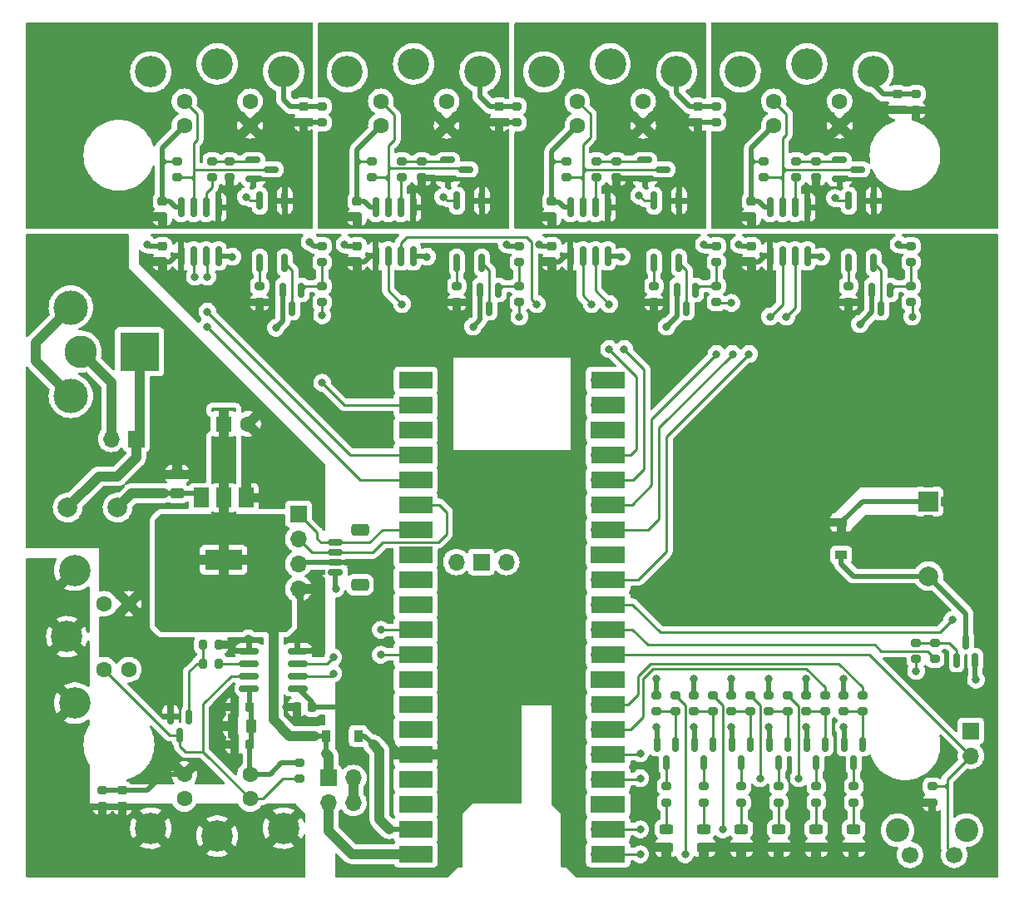
<source format=gtl>
G04 #@! TF.GenerationSoftware,KiCad,Pcbnew,6.0.11+dfsg-1*
G04 #@! TF.CreationDate,2024-08-25T21:45:09-05:00*
G04 #@! TF.ProjectId,hootswitch,686f6f74-7377-4697-9463-682e6b696361,rev?*
G04 #@! TF.SameCoordinates,Original*
G04 #@! TF.FileFunction,Copper,L1,Top*
G04 #@! TF.FilePolarity,Positive*
%FSLAX46Y46*%
G04 Gerber Fmt 4.6, Leading zero omitted, Abs format (unit mm)*
G04 Created by KiCad (PCBNEW 6.0.11+dfsg-1) date 2024-08-25 21:45:09*
%MOMM*%
%LPD*%
G01*
G04 APERTURE LIST*
G04 Aperture macros list*
%AMRoundRect*
0 Rectangle with rounded corners*
0 $1 Rounding radius*
0 $2 $3 $4 $5 $6 $7 $8 $9 X,Y pos of 4 corners*
0 Add a 4 corners polygon primitive as box body*
4,1,4,$2,$3,$4,$5,$6,$7,$8,$9,$2,$3,0*
0 Add four circle primitives for the rounded corners*
1,1,$1+$1,$2,$3*
1,1,$1+$1,$4,$5*
1,1,$1+$1,$6,$7*
1,1,$1+$1,$8,$9*
0 Add four rect primitives between the rounded corners*
20,1,$1+$1,$2,$3,$4,$5,0*
20,1,$1+$1,$4,$5,$6,$7,0*
20,1,$1+$1,$6,$7,$8,$9,0*
20,1,$1+$1,$8,$9,$2,$3,0*%
G04 Aperture macros list end*
G04 #@! TA.AperFunction,SMDPad,CuDef*
%ADD10RoundRect,0.200000X0.275000X-0.200000X0.275000X0.200000X-0.275000X0.200000X-0.275000X-0.200000X0*%
G04 #@! TD*
G04 #@! TA.AperFunction,SMDPad,CuDef*
%ADD11RoundRect,0.243750X-0.456250X0.243750X-0.456250X-0.243750X0.456250X-0.243750X0.456250X0.243750X0*%
G04 #@! TD*
G04 #@! TA.AperFunction,SMDPad,CuDef*
%ADD12RoundRect,0.150000X0.150000X-0.825000X0.150000X0.825000X-0.150000X0.825000X-0.150000X-0.825000X0*%
G04 #@! TD*
G04 #@! TA.AperFunction,SMDPad,CuDef*
%ADD13RoundRect,0.200000X-0.275000X0.200000X-0.275000X-0.200000X0.275000X-0.200000X0.275000X0.200000X0*%
G04 #@! TD*
G04 #@! TA.AperFunction,SMDPad,CuDef*
%ADD14RoundRect,0.225000X0.225000X0.250000X-0.225000X0.250000X-0.225000X-0.250000X0.225000X-0.250000X0*%
G04 #@! TD*
G04 #@! TA.AperFunction,SMDPad,CuDef*
%ADD15RoundRect,0.150000X-0.587500X-0.150000X0.587500X-0.150000X0.587500X0.150000X-0.587500X0.150000X0*%
G04 #@! TD*
G04 #@! TA.AperFunction,SMDPad,CuDef*
%ADD16RoundRect,0.218750X-0.256250X0.218750X-0.256250X-0.218750X0.256250X-0.218750X0.256250X0.218750X0*%
G04 #@! TD*
G04 #@! TA.AperFunction,SMDPad,CuDef*
%ADD17RoundRect,0.200000X0.200000X0.275000X-0.200000X0.275000X-0.200000X-0.275000X0.200000X-0.275000X0*%
G04 #@! TD*
G04 #@! TA.AperFunction,ComponentPad*
%ADD18R,1.600000X1.600000*%
G04 #@! TD*
G04 #@! TA.AperFunction,ComponentPad*
%ADD19C,1.600000*%
G04 #@! TD*
G04 #@! TA.AperFunction,SMDPad,CuDef*
%ADD20RoundRect,0.150000X-0.150000X0.587500X-0.150000X-0.587500X0.150000X-0.587500X0.150000X0.587500X0*%
G04 #@! TD*
G04 #@! TA.AperFunction,SMDPad,CuDef*
%ADD21RoundRect,0.150000X0.150000X-0.750000X0.150000X0.750000X-0.150000X0.750000X-0.150000X-0.750000X0*%
G04 #@! TD*
G04 #@! TA.AperFunction,SMDPad,CuDef*
%ADD22RoundRect,0.150000X0.150000X-0.587500X0.150000X0.587500X-0.150000X0.587500X-0.150000X-0.587500X0*%
G04 #@! TD*
G04 #@! TA.AperFunction,ComponentPad*
%ADD23C,3.200000*%
G04 #@! TD*
G04 #@! TA.AperFunction,ComponentPad*
%ADD24C,2.400000*%
G04 #@! TD*
G04 #@! TA.AperFunction,ComponentPad*
%ADD25C,1.700000*%
G04 #@! TD*
G04 #@! TA.AperFunction,ComponentPad*
%ADD26R,1.700000X1.700000*%
G04 #@! TD*
G04 #@! TA.AperFunction,ComponentPad*
%ADD27O,1.700000X1.700000*%
G04 #@! TD*
G04 #@! TA.AperFunction,ComponentPad*
%ADD28R,4.000000X4.000000*%
G04 #@! TD*
G04 #@! TA.AperFunction,ComponentPad*
%ADD29C,3.300000*%
G04 #@! TD*
G04 #@! TA.AperFunction,ComponentPad*
%ADD30C,3.500000*%
G04 #@! TD*
G04 #@! TA.AperFunction,SMDPad,CuDef*
%ADD31RoundRect,0.225000X0.250000X-0.225000X0.250000X0.225000X-0.250000X0.225000X-0.250000X-0.225000X0*%
G04 #@! TD*
G04 #@! TA.AperFunction,SMDPad,CuDef*
%ADD32R,1.500000X2.000000*%
G04 #@! TD*
G04 #@! TA.AperFunction,SMDPad,CuDef*
%ADD33R,3.800000X2.000000*%
G04 #@! TD*
G04 #@! TA.AperFunction,ComponentPad*
%ADD34R,2.000000X2.000000*%
G04 #@! TD*
G04 #@! TA.AperFunction,ComponentPad*
%ADD35C,2.000000*%
G04 #@! TD*
G04 #@! TA.AperFunction,SMDPad,CuDef*
%ADD36RoundRect,0.225000X-0.250000X0.225000X-0.250000X-0.225000X0.250000X-0.225000X0.250000X0.225000X0*%
G04 #@! TD*
G04 #@! TA.AperFunction,SMDPad,CuDef*
%ADD37RoundRect,0.150000X0.825000X0.150000X-0.825000X0.150000X-0.825000X-0.150000X0.825000X-0.150000X0*%
G04 #@! TD*
G04 #@! TA.AperFunction,SMDPad,CuDef*
%ADD38RoundRect,0.150000X-0.625000X0.150000X-0.625000X-0.150000X0.625000X-0.150000X0.625000X0.150000X0*%
G04 #@! TD*
G04 #@! TA.AperFunction,SMDPad,CuDef*
%ADD39RoundRect,0.250000X-0.650000X0.350000X-0.650000X-0.350000X0.650000X-0.350000X0.650000X0.350000X0*%
G04 #@! TD*
G04 #@! TA.AperFunction,SMDPad,CuDef*
%ADD40R,0.900000X1.200000*%
G04 #@! TD*
G04 #@! TA.AperFunction,SMDPad,CuDef*
%ADD41RoundRect,0.250000X0.475000X-0.250000X0.475000X0.250000X-0.475000X0.250000X-0.475000X-0.250000X0*%
G04 #@! TD*
G04 #@! TA.AperFunction,SMDPad,CuDef*
%ADD42R,1.200000X0.900000*%
G04 #@! TD*
G04 #@! TA.AperFunction,SMDPad,CuDef*
%ADD43R,3.500000X1.700000*%
G04 #@! TD*
G04 #@! TA.AperFunction,SMDPad,CuDef*
%ADD44RoundRect,0.200000X-0.200000X-0.275000X0.200000X-0.275000X0.200000X0.275000X-0.200000X0.275000X0*%
G04 #@! TD*
G04 #@! TA.AperFunction,SMDPad,CuDef*
%ADD45RoundRect,0.250000X0.250000X0.475000X-0.250000X0.475000X-0.250000X-0.475000X0.250000X-0.475000X0*%
G04 #@! TD*
G04 #@! TA.AperFunction,ViaPad*
%ADD46C,0.800000*%
G04 #@! TD*
G04 #@! TA.AperFunction,Conductor*
%ADD47C,0.500000*%
G04 #@! TD*
G04 #@! TA.AperFunction,Conductor*
%ADD48C,1.000000*%
G04 #@! TD*
G04 #@! TA.AperFunction,Conductor*
%ADD49C,0.250000*%
G04 #@! TD*
G04 APERTURE END LIST*
D10*
X125730000Y-139890000D03*
X125730000Y-138240000D03*
X104394000Y-88963000D03*
X104394000Y-87313000D03*
D11*
X133350000Y-142572500D03*
X133350000Y-144447500D03*
D12*
X76327000Y-84263000D03*
X77597000Y-84263000D03*
X78867000Y-84263000D03*
X80137000Y-84263000D03*
X80137000Y-79313000D03*
X78867000Y-79313000D03*
X77597000Y-79313000D03*
X76327000Y-79313000D03*
D13*
X132334000Y-128969000D03*
X132334000Y-130619000D03*
D10*
X137160000Y-139890000D03*
X137160000Y-138240000D03*
D14*
X83325000Y-130175000D03*
X81775000Y-130175000D03*
D13*
X90678000Y-69025000D03*
X90678000Y-70675000D03*
X136144000Y-128969000D03*
X136144000Y-130619000D03*
X68326000Y-138621000D03*
X68326000Y-140271000D03*
D15*
X83644500Y-74488000D03*
X83644500Y-76388000D03*
X85519500Y-75438000D03*
D16*
X70358000Y-138658500D03*
X70358000Y-140233500D03*
D17*
X80200000Y-125730000D03*
X78550000Y-125730000D03*
D16*
X128905000Y-69062500D03*
X128905000Y-70637500D03*
D18*
X80645000Y-101346000D03*
D19*
X83145000Y-101346000D03*
D20*
X148524000Y-87708500D03*
X146624000Y-87708500D03*
X147574000Y-89583500D03*
D13*
X135636000Y-74613000D03*
X135636000Y-76263000D03*
D21*
X144272000Y-84938000D03*
X146812000Y-84938000D03*
X146812000Y-78638000D03*
X144272000Y-78638000D03*
D22*
X155260000Y-125397500D03*
X157160000Y-125397500D03*
X156210000Y-123522500D03*
D19*
X116650000Y-68500000D03*
X123350000Y-68500000D03*
X116650000Y-71000000D03*
X123350000Y-71000000D03*
D23*
X126760000Y-65510000D03*
X113240000Y-65510000D03*
X120000000Y-64700000D03*
D20*
X134300000Y-133936500D03*
X132400000Y-133936500D03*
X133350000Y-135811500D03*
D10*
X90678000Y-84899000D03*
X90678000Y-83249000D03*
X129540000Y-139890000D03*
X129540000Y-138240000D03*
D13*
X151130000Y-67755000D03*
X151130000Y-69405000D03*
D21*
X124460000Y-84938000D03*
X127000000Y-84938000D03*
X127000000Y-78638000D03*
X124460000Y-78638000D03*
D13*
X128524000Y-128969000D03*
X128524000Y-130619000D03*
D19*
X96650000Y-68500000D03*
X103350000Y-68500000D03*
X96650000Y-71000000D03*
X103350000Y-71000000D03*
D23*
X93240000Y-65510000D03*
X100000000Y-64700000D03*
X106760000Y-65510000D03*
D13*
X100838000Y-74613000D03*
X100838000Y-76263000D03*
D10*
X134239000Y-130619000D03*
X134239000Y-128969000D03*
D19*
X68500000Y-126350000D03*
X68500000Y-119650000D03*
X71000000Y-126350000D03*
X71000000Y-119650000D03*
D23*
X65510000Y-116240000D03*
X65510000Y-129760000D03*
X64700000Y-123000000D03*
D20*
X126680000Y-133936500D03*
X124780000Y-133936500D03*
X125730000Y-135811500D03*
D15*
X143334500Y-74488000D03*
X143334500Y-76388000D03*
X145209500Y-75438000D03*
D24*
X149250000Y-142700000D03*
X156250000Y-142700000D03*
D25*
X155000000Y-145200000D03*
X150500000Y-145200000D03*
D11*
X140970000Y-142572500D03*
X140970000Y-144447500D03*
D13*
X95758000Y-74613000D03*
X95758000Y-76263000D03*
D26*
X156718000Y-132583000D03*
D27*
X156718000Y-135123000D03*
D20*
X88580000Y-87708500D03*
X86680000Y-87708500D03*
X87630000Y-89583500D03*
D11*
X125730000Y-142572500D03*
X125730000Y-144447500D03*
D10*
X126619000Y-130619000D03*
X126619000Y-128969000D03*
X130810000Y-88963000D03*
X130810000Y-87313000D03*
D20*
X128712000Y-87708500D03*
X126812000Y-87708500D03*
X127762000Y-89583500D03*
D28*
X72100000Y-94000000D03*
D29*
X66100000Y-94000000D03*
D30*
X65100000Y-89500000D03*
X65100000Y-98500000D03*
D10*
X144272000Y-88963000D03*
X144272000Y-87313000D03*
D31*
X114046000Y-84849000D03*
X114046000Y-83299000D03*
D16*
X149225000Y-67792500D03*
X149225000Y-69367500D03*
D14*
X83325000Y-133985000D03*
X81775000Y-133985000D03*
D12*
X96139000Y-84263000D03*
X97409000Y-84263000D03*
X98679000Y-84263000D03*
X99949000Y-84263000D03*
X99949000Y-79313000D03*
X98679000Y-79313000D03*
X97409000Y-79313000D03*
X96139000Y-79313000D03*
D13*
X153035000Y-123635000D03*
X153035000Y-125285000D03*
D32*
X82945000Y-108864000D03*
D33*
X80645000Y-115164000D03*
D32*
X80645000Y-108864000D03*
X78345000Y-108864000D03*
D19*
X136650000Y-68500000D03*
X143350000Y-68500000D03*
X136650000Y-71000000D03*
X143350000Y-71000000D03*
D23*
X146760000Y-65510000D03*
X133240000Y-65510000D03*
X140000000Y-64700000D03*
D10*
X124460000Y-88963000D03*
X124460000Y-87313000D03*
D13*
X81280000Y-74613000D03*
X81280000Y-76263000D03*
X151130000Y-123635000D03*
X151130000Y-125285000D03*
D34*
X152400000Y-109230000D03*
D35*
X152400000Y-116830000D03*
D15*
X103456500Y-74488000D03*
X103456500Y-76388000D03*
X105331500Y-75438000D03*
D14*
X89675000Y-130175000D03*
X88125000Y-130175000D03*
D13*
X88392000Y-135827000D03*
X88392000Y-137477000D03*
D20*
X77150000Y-131142500D03*
X75250000Y-131142500D03*
X76200000Y-133017500D03*
X138110000Y-133936500D03*
X136210000Y-133936500D03*
X137160000Y-135811500D03*
D13*
X115570000Y-74613000D03*
X115570000Y-76263000D03*
X110490000Y-69025000D03*
X110490000Y-70675000D03*
D15*
X123522500Y-74488000D03*
X123522500Y-76388000D03*
X125397500Y-75438000D03*
D26*
X88265000Y-110490000D03*
D27*
X88265000Y-113030000D03*
X88265000Y-115570000D03*
X88265000Y-118110000D03*
D36*
X114046000Y-78727000D03*
X114046000Y-80277000D03*
D10*
X98806000Y-76263000D03*
X98806000Y-74613000D03*
D21*
X84328000Y-84938000D03*
X86868000Y-84938000D03*
X86868000Y-78638000D03*
X84328000Y-78638000D03*
D10*
X110744000Y-84899000D03*
X110744000Y-83249000D03*
X150622000Y-88963000D03*
X150622000Y-87313000D03*
X138049000Y-130619000D03*
X138049000Y-128969000D03*
X130810000Y-84899000D03*
X130810000Y-83249000D03*
D13*
X140970000Y-74613000D03*
X140970000Y-76263000D03*
D10*
X110744000Y-88963000D03*
X110744000Y-87313000D03*
D13*
X120650000Y-74613000D03*
X120650000Y-76263000D03*
D16*
X88775000Y-69062500D03*
X88775000Y-70637500D03*
D13*
X130810000Y-69025000D03*
X130810000Y-70675000D03*
D31*
X134366000Y-84849000D03*
X134366000Y-83299000D03*
D13*
X152781000Y-138240000D03*
X152781000Y-139890000D03*
D16*
X108712000Y-69062500D03*
X108712000Y-70637500D03*
D37*
X88200000Y-128270000D03*
X88200000Y-127000000D03*
X88200000Y-125730000D03*
X88200000Y-124460000D03*
X83250000Y-124460000D03*
X83250000Y-125730000D03*
X83250000Y-127000000D03*
X83250000Y-128270000D03*
D10*
X140970000Y-139890000D03*
X140970000Y-138240000D03*
X133350000Y-139890000D03*
X133350000Y-138240000D03*
D35*
X64770000Y-109855000D03*
X69850000Y-109855000D03*
D10*
X90678000Y-88963000D03*
X90678000Y-87313000D03*
D38*
X92020000Y-113435000D03*
X92020000Y-114435000D03*
X92020000Y-115435000D03*
X92020000Y-116435000D03*
D39*
X94545000Y-112135000D03*
X94545000Y-117735000D03*
D10*
X84328000Y-88963000D03*
X84328000Y-87313000D03*
D40*
X94360000Y-133096000D03*
X91060000Y-133096000D03*
D19*
X76650000Y-68500000D03*
X83350000Y-68500000D03*
X76650000Y-71000000D03*
X83350000Y-71000000D03*
D23*
X86760000Y-65510000D03*
X73240000Y-65510000D03*
X80000000Y-64700000D03*
D10*
X138938000Y-76263000D03*
X138938000Y-74613000D03*
D21*
X104394000Y-84938000D03*
X106934000Y-84938000D03*
X106934000Y-78638000D03*
X104394000Y-78638000D03*
D20*
X130490000Y-133936500D03*
X128590000Y-133936500D03*
X129540000Y-135811500D03*
D10*
X150622000Y-84899000D03*
X150622000Y-83249000D03*
D36*
X74422000Y-78727000D03*
X74422000Y-80277000D03*
D13*
X143764000Y-128969000D03*
X143764000Y-130619000D03*
X124714000Y-128969000D03*
X124714000Y-130619000D03*
D36*
X94234000Y-78727000D03*
X94234000Y-80277000D03*
D12*
X115951000Y-84263000D03*
X117221000Y-84263000D03*
X118491000Y-84263000D03*
X119761000Y-84263000D03*
X119761000Y-79313000D03*
X118491000Y-79313000D03*
X117221000Y-79313000D03*
X115951000Y-79313000D03*
D19*
X83350000Y-139500000D03*
X76650000Y-139500000D03*
X83350000Y-137000000D03*
X76650000Y-137000000D03*
D23*
X73240000Y-142490000D03*
X80000000Y-143300000D03*
X86760000Y-142490000D03*
D10*
X79502000Y-76263000D03*
X79502000Y-74613000D03*
D31*
X94234000Y-84849000D03*
X94234000Y-83299000D03*
D41*
X75946000Y-108392000D03*
X75946000Y-106492000D03*
D10*
X144780000Y-139890000D03*
X144780000Y-138240000D03*
X118618000Y-76263000D03*
X118618000Y-74613000D03*
D42*
X143510000Y-111380000D03*
X143510000Y-114680000D03*
D10*
X130429000Y-130619000D03*
X130429000Y-128969000D03*
D20*
X145730000Y-133936500D03*
X143830000Y-133936500D03*
X144780000Y-135811500D03*
D10*
X141859000Y-130619000D03*
X141859000Y-128969000D03*
D12*
X136271000Y-84263000D03*
X137541000Y-84263000D03*
X138811000Y-84263000D03*
X140081000Y-84263000D03*
X140081000Y-79313000D03*
X138811000Y-79313000D03*
X137541000Y-79313000D03*
X136271000Y-79313000D03*
D27*
X118890000Y-145130000D03*
D43*
X119790000Y-145130000D03*
X119790000Y-142590000D03*
D27*
X118890000Y-142590000D03*
D43*
X119790000Y-140050000D03*
D26*
X118890000Y-140050000D03*
D43*
X119790000Y-137510000D03*
D27*
X118890000Y-137510000D03*
D43*
X119790000Y-134970000D03*
D27*
X118890000Y-134970000D03*
D43*
X119790000Y-132430000D03*
D27*
X118890000Y-132430000D03*
D43*
X119790000Y-129890000D03*
D27*
X118890000Y-129890000D03*
D26*
X118890000Y-127350000D03*
D43*
X119790000Y-127350000D03*
D27*
X118890000Y-124810000D03*
D43*
X119790000Y-124810000D03*
D27*
X118890000Y-122270000D03*
D43*
X119790000Y-122270000D03*
X119790000Y-119730000D03*
D27*
X118890000Y-119730000D03*
D43*
X119790000Y-117190000D03*
D27*
X118890000Y-117190000D03*
D43*
X119790000Y-114650000D03*
D26*
X118890000Y-114650000D03*
D43*
X119790000Y-112110000D03*
D27*
X118890000Y-112110000D03*
D43*
X119790000Y-109570000D03*
D27*
X118890000Y-109570000D03*
X118890000Y-107030000D03*
D43*
X119790000Y-107030000D03*
X119790000Y-104490000D03*
D27*
X118890000Y-104490000D03*
D26*
X118890000Y-101950000D03*
D43*
X119790000Y-101950000D03*
X119790000Y-99410000D03*
D27*
X118890000Y-99410000D03*
D43*
X119790000Y-96870000D03*
D27*
X118890000Y-96870000D03*
D43*
X100210000Y-96870000D03*
D27*
X101110000Y-96870000D03*
D43*
X100210000Y-99410000D03*
D27*
X101110000Y-99410000D03*
D26*
X101110000Y-101950000D03*
D43*
X100210000Y-101950000D03*
D27*
X101110000Y-104490000D03*
D43*
X100210000Y-104490000D03*
D27*
X101110000Y-107030000D03*
D43*
X100210000Y-107030000D03*
D27*
X101110000Y-109570000D03*
D43*
X100210000Y-109570000D03*
X100210000Y-112110000D03*
D27*
X101110000Y-112110000D03*
D26*
X101110000Y-114650000D03*
D43*
X100210000Y-114650000D03*
X100210000Y-117190000D03*
D27*
X101110000Y-117190000D03*
D43*
X100210000Y-119730000D03*
D27*
X101110000Y-119730000D03*
D43*
X100210000Y-122270000D03*
D27*
X101110000Y-122270000D03*
X101110000Y-124810000D03*
D43*
X100210000Y-124810000D03*
D26*
X101110000Y-127350000D03*
D43*
X100210000Y-127350000D03*
D27*
X101110000Y-129890000D03*
D43*
X100210000Y-129890000D03*
X100210000Y-132430000D03*
D27*
X101110000Y-132430000D03*
X101110000Y-134970000D03*
D43*
X100210000Y-134970000D03*
X100210000Y-137510000D03*
D27*
X101110000Y-137510000D03*
D43*
X100210000Y-140050000D03*
D26*
X101110000Y-140050000D03*
D27*
X101110000Y-142590000D03*
D43*
X100210000Y-142590000D03*
X100210000Y-145130000D03*
D27*
X101110000Y-145130000D03*
X109415900Y-115400000D03*
D26*
X106875900Y-115400000D03*
D27*
X104335900Y-115400000D03*
D31*
X74422000Y-84849000D03*
X74422000Y-83299000D03*
D26*
X91325000Y-137389000D03*
D27*
X93865000Y-137389000D03*
X91325000Y-139929000D03*
X93865000Y-139929000D03*
D13*
X75946000Y-74613000D03*
X75946000Y-76263000D03*
D26*
X71755000Y-102870000D03*
D27*
X69215000Y-102870000D03*
D13*
X139954000Y-128969000D03*
X139954000Y-130619000D03*
D36*
X134366000Y-78727000D03*
X134366000Y-80277000D03*
D10*
X145669000Y-130619000D03*
X145669000Y-128969000D03*
D20*
X108646000Y-87708500D03*
X106746000Y-87708500D03*
X107696000Y-89583500D03*
D11*
X129540000Y-142572500D03*
X129540000Y-144447500D03*
D44*
X78550000Y-123825000D03*
X80200000Y-123825000D03*
D20*
X141920000Y-133936500D03*
X140020000Y-133936500D03*
X140970000Y-135811500D03*
D11*
X137160000Y-142572500D03*
X137160000Y-144447500D03*
D45*
X83500000Y-132080000D03*
X81600000Y-132080000D03*
D11*
X144780000Y-142572500D03*
X144780000Y-144447500D03*
D46*
X128524000Y-127254000D03*
X92964000Y-83058000D03*
X124714000Y-127254000D03*
X81280000Y-123825000D03*
X75234800Y-129565400D03*
X139954000Y-132207000D03*
X89408000Y-82804000D03*
X80010000Y-133985000D03*
X133096000Y-83058000D03*
X80010000Y-130175000D03*
X141478000Y-84328000D03*
X145415000Y-91186000D03*
X92075000Y-118110000D03*
X121158000Y-84328000D03*
X86995000Y-130175000D03*
X112776000Y-83058000D03*
X128524000Y-132207000D03*
X143764000Y-132207000D03*
X129540000Y-83058000D03*
X136144000Y-132207000D03*
X77470000Y-106045000D03*
X85979000Y-91567000D03*
X136144000Y-127254000D03*
X143764000Y-127254000D03*
X83185000Y-106680000D03*
X149352000Y-83058000D03*
X157226000Y-127381000D03*
X106045000Y-91440000D03*
X139954000Y-127254000D03*
X85090000Y-108585000D03*
X151130000Y-126492000D03*
X101346000Y-84328000D03*
X132334000Y-132207000D03*
X83185000Y-123190000D03*
X80010000Y-132080000D03*
X125730000Y-91440000D03*
X81534000Y-84328000D03*
X76200000Y-104775000D03*
X132334000Y-127254000D03*
X72898000Y-83058000D03*
X90170000Y-123825000D03*
X109474000Y-83058000D03*
X124714000Y-132207000D03*
X91821000Y-126746000D03*
X96647000Y-124841000D03*
X82931000Y-78232000D03*
X102997000Y-78232000D03*
X122936000Y-78105000D03*
X142875000Y-78359000D03*
X91821000Y-125095000D03*
X96647000Y-122301000D03*
X127635000Y-145161000D03*
X123063000Y-145161000D03*
X131445000Y-142621000D03*
X123063000Y-142621000D03*
X135255000Y-137414000D03*
X123063000Y-137414000D03*
X123063000Y-134874000D03*
X139192000Y-137414000D03*
X78994000Y-86360000D03*
X78994000Y-89916000D03*
X90678000Y-97155000D03*
X90678000Y-90297000D03*
X77724000Y-86360000D03*
X78989701Y-91444299D03*
X112522000Y-89154000D03*
X110744000Y-90424000D03*
X98806000Y-89154000D03*
X121412000Y-93726000D03*
X119888000Y-89154000D03*
X130810000Y-94234000D03*
X132334000Y-89027000D03*
X119888000Y-93726000D03*
X118110000Y-89154000D03*
X134112000Y-94234000D03*
X137922000Y-90424000D03*
X150749000Y-90424000D03*
X154813000Y-121285000D03*
X132461000Y-94234000D03*
X136271000Y-90424000D03*
D47*
X83500000Y-130350000D02*
X83325000Y-130175000D01*
X83325000Y-133985000D02*
X83325000Y-136975000D01*
X83325000Y-128345000D02*
X83250000Y-128270000D01*
X83325000Y-136975000D02*
X83350000Y-137000000D01*
X85377000Y-137000000D02*
X86550000Y-135827000D01*
X83500000Y-132080000D02*
X83500000Y-133810000D01*
D48*
X93865000Y-137389000D02*
X93865000Y-139929000D01*
D47*
X83500000Y-133810000D02*
X83325000Y-133985000D01*
X83325000Y-130175000D02*
X83325000Y-128345000D01*
X86550000Y-135827000D02*
X88392000Y-135827000D01*
X83500000Y-132080000D02*
X83500000Y-130350000D01*
X83350000Y-137000000D02*
X85377000Y-137000000D01*
X132334000Y-128969000D02*
X132334000Y-127254000D01*
X150622000Y-83249000D02*
X149543000Y-83249000D01*
X129731000Y-83249000D02*
X129540000Y-83058000D01*
X101281000Y-84263000D02*
X101346000Y-84328000D01*
X75946000Y-105029000D02*
X76200000Y-104775000D01*
X157160000Y-127315000D02*
X157226000Y-127381000D01*
X139954000Y-128969000D02*
X139954000Y-127254000D01*
X92020000Y-116435000D02*
X92020000Y-118055000D01*
X88200000Y-124460000D02*
X89535000Y-124460000D01*
X81775000Y-130175000D02*
X80010000Y-130175000D01*
X92020000Y-118055000D02*
X92075000Y-118110000D01*
X82945000Y-108864000D02*
X82945000Y-106920000D01*
D49*
X151130000Y-125285000D02*
X151130000Y-126492000D01*
D47*
X113017000Y-83299000D02*
X112776000Y-83058000D01*
X86680000Y-87708500D02*
X86680000Y-90866000D01*
X75946000Y-106492000D02*
X77023000Y-106492000D01*
X119761000Y-84263000D02*
X121093000Y-84263000D01*
X93205000Y-83299000D02*
X92964000Y-83058000D01*
X136210000Y-133936500D02*
X136210000Y-132273000D01*
X89853000Y-83249000D02*
X89408000Y-82804000D01*
X128590000Y-132273000D02*
X128524000Y-132207000D01*
X99949000Y-84263000D02*
X101281000Y-84263000D01*
X94234000Y-83299000D02*
X93205000Y-83299000D01*
X81775000Y-133985000D02*
X80010000Y-133985000D01*
X72841500Y-138658500D02*
X74500000Y-137000000D01*
X143830000Y-132273000D02*
X143764000Y-132207000D01*
X81469000Y-84263000D02*
X81534000Y-84328000D01*
X110744000Y-83249000D02*
X109665000Y-83249000D01*
X80200000Y-123825000D02*
X81280000Y-123825000D01*
X143764000Y-128969000D02*
X143764000Y-127254000D01*
X146624000Y-89977000D02*
X145415000Y-91186000D01*
X146624000Y-87708500D02*
X146624000Y-89977000D01*
X75250000Y-129580600D02*
X75234800Y-129565400D01*
X74500000Y-137000000D02*
X76650000Y-137000000D01*
X136144000Y-128969000D02*
X136144000Y-127254000D01*
X124780000Y-133936500D02*
X124780000Y-132273000D01*
X82945000Y-108864000D02*
X84811000Y-108864000D01*
X83250000Y-124460000D02*
X81915000Y-124460000D01*
X83250000Y-123255000D02*
X83185000Y-123190000D01*
X81600000Y-132080000D02*
X80010000Y-132080000D01*
X106746000Y-87708500D02*
X106746000Y-90739000D01*
X82945000Y-106920000D02*
X83185000Y-106680000D01*
X121093000Y-84263000D02*
X121158000Y-84328000D01*
X126812000Y-87708500D02*
X126812000Y-90358000D01*
X75946000Y-106492000D02*
X75946000Y-105029000D01*
X128524000Y-128969000D02*
X128524000Y-127254000D01*
X124780000Y-132273000D02*
X124714000Y-132207000D01*
X81915000Y-124460000D02*
X81280000Y-123825000D01*
X136210000Y-132273000D02*
X136144000Y-132207000D01*
X83250000Y-124460000D02*
X83250000Y-123255000D01*
X126812000Y-90358000D02*
X125730000Y-91440000D01*
X149543000Y-83249000D02*
X149352000Y-83058000D01*
X140020000Y-132273000D02*
X139954000Y-132207000D01*
X80137000Y-84263000D02*
X81469000Y-84263000D01*
X141413000Y-84263000D02*
X141478000Y-84328000D01*
X84811000Y-108864000D02*
X85090000Y-108585000D01*
X70358000Y-138658500D02*
X72841500Y-138658500D01*
X140020000Y-133936500D02*
X140020000Y-132273000D01*
X77023000Y-106492000D02*
X77470000Y-106045000D01*
X157160000Y-125397500D02*
X157160000Y-127315000D01*
X88125000Y-130175000D02*
X86995000Y-130175000D01*
X140081000Y-84263000D02*
X141413000Y-84263000D01*
X74422000Y-83299000D02*
X73139000Y-83299000D01*
X86680000Y-90866000D02*
X85979000Y-91567000D01*
X128590000Y-133936500D02*
X128590000Y-132273000D01*
X109665000Y-83249000D02*
X109474000Y-83058000D01*
X132400000Y-133936500D02*
X132400000Y-132273000D01*
X143830000Y-133936500D02*
X143830000Y-132273000D01*
X89535000Y-124460000D02*
X90170000Y-123825000D01*
X133337000Y-83299000D02*
X133096000Y-83058000D01*
X70358000Y-138658500D02*
X68363500Y-138658500D01*
X68363500Y-138658500D02*
X68326000Y-138621000D01*
X73139000Y-83299000D02*
X72898000Y-83058000D01*
X106746000Y-90739000D02*
X106045000Y-91440000D01*
X90678000Y-83249000D02*
X89853000Y-83249000D01*
X75250000Y-131142500D02*
X75250000Y-129580600D01*
X130810000Y-83249000D02*
X129731000Y-83249000D01*
X124714000Y-128969000D02*
X124714000Y-127254000D01*
X132400000Y-132273000D02*
X132334000Y-132207000D01*
X134366000Y-83299000D02*
X133337000Y-83299000D01*
X114046000Y-83299000D02*
X113017000Y-83299000D01*
D49*
X125730000Y-139890000D02*
X125730000Y-142572500D01*
X129540000Y-139890000D02*
X129540000Y-142572500D01*
X140970000Y-142572500D02*
X140970000Y-139890000D01*
X144780000Y-142572500D02*
X144780000Y-139890000D01*
X96678000Y-124810000D02*
X96647000Y-124841000D01*
X88200000Y-127000000D02*
X91567000Y-127000000D01*
X91567000Y-127000000D02*
X91821000Y-126746000D01*
X101110000Y-124810000D02*
X96678000Y-124810000D01*
D47*
X76327000Y-79313000D02*
X75757000Y-79313000D01*
X74422000Y-78727000D02*
X74422000Y-74930000D01*
X75171000Y-78727000D02*
X74422000Y-78727000D01*
X75757000Y-79313000D02*
X75171000Y-78727000D01*
D49*
X74739000Y-74613000D02*
X74422000Y-74930000D01*
X74740000Y-74613000D02*
X74739000Y-74613000D01*
X74740000Y-74613000D02*
X74422000Y-74295000D01*
D47*
X74422000Y-74930000D02*
X74422000Y-74295000D01*
D49*
X75946000Y-74613000D02*
X74740000Y-74613000D01*
D47*
X74422000Y-74295000D02*
X74422000Y-73228000D01*
X74422000Y-73228000D02*
X76650000Y-71000000D01*
X88812500Y-70675000D02*
X88775000Y-70637500D01*
X90678000Y-70675000D02*
X88812500Y-70675000D01*
D49*
X94551000Y-74613000D02*
X94234000Y-74930000D01*
D47*
X94234000Y-74295000D02*
X94234000Y-73416000D01*
D49*
X95758000Y-74613000D02*
X94551000Y-74613000D01*
D47*
X94983000Y-78727000D02*
X94234000Y-78727000D01*
X94234000Y-74930000D02*
X94234000Y-74295000D01*
X96139000Y-79313000D02*
X95569000Y-79313000D01*
D49*
X94551000Y-74613000D02*
X94551000Y-74612000D01*
D47*
X94234000Y-73416000D02*
X96650000Y-71000000D01*
X94234000Y-78727000D02*
X94234000Y-74930000D01*
D49*
X94551000Y-74612000D02*
X94234000Y-74295000D01*
D47*
X95569000Y-79313000D02*
X94983000Y-78727000D01*
D49*
X77597000Y-76073000D02*
X77597000Y-75565000D01*
X77533000Y-76263000D02*
X77597000Y-76327000D01*
X77407000Y-76263000D02*
X77406000Y-76263000D01*
X77597000Y-79313000D02*
X77597000Y-76454000D01*
X77597000Y-72771000D02*
X77978000Y-72390000D01*
X77978000Y-69828000D02*
X76650000Y-68500000D01*
X77978000Y-72390000D02*
X77978000Y-69828000D01*
X77597000Y-76327000D02*
X77597000Y-76073000D01*
X77597000Y-76454000D02*
X77597000Y-76327000D01*
X77597000Y-75311000D02*
X77597000Y-72771000D01*
X77406000Y-76263000D02*
X77597000Y-76454000D01*
X77597000Y-76073000D02*
X77407000Y-76263000D01*
X77724000Y-75438000D02*
X77597000Y-75311000D01*
X77724000Y-75438000D02*
X77597000Y-75565000D01*
X85519500Y-75438000D02*
X77724000Y-75438000D01*
X77406000Y-76263000D02*
X77533000Y-76263000D01*
X77597000Y-75565000D02*
X77597000Y-75311000D01*
X75946000Y-76263000D02*
X77406000Y-76263000D01*
X83337000Y-78638000D02*
X82931000Y-78232000D01*
X84328000Y-78638000D02*
X83337000Y-78638000D01*
D47*
X108749500Y-70675000D02*
X108712000Y-70637500D01*
X110490000Y-70675000D02*
X108749500Y-70675000D01*
X114046000Y-78727000D02*
X114046000Y-74930000D01*
X115951000Y-79313000D02*
X115886000Y-79248000D01*
X114046000Y-74295000D02*
X114046000Y-73604000D01*
D49*
X114364000Y-74613000D02*
X114363000Y-74613000D01*
X114364000Y-74613000D02*
X114046000Y-74295000D01*
X114363000Y-74613000D02*
X114046000Y-74930000D01*
D47*
X114046000Y-74930000D02*
X114046000Y-74295000D01*
X114059000Y-78740000D02*
X114808000Y-78740000D01*
X114808000Y-78740000D02*
X115316000Y-79248000D01*
X115886000Y-79248000D02*
X115316000Y-79248000D01*
X114046000Y-73604000D02*
X116650000Y-71000000D01*
X114046000Y-78727000D02*
X114059000Y-78740000D01*
D49*
X115570000Y-74613000D02*
X114364000Y-74613000D01*
D47*
X87477500Y-69062500D02*
X86760000Y-68345000D01*
X88775000Y-69062500D02*
X87477500Y-69062500D01*
X90678000Y-69025000D02*
X88812500Y-69025000D01*
X88812500Y-69025000D02*
X88775000Y-69062500D01*
X86760000Y-68345000D02*
X86760000Y-65510000D01*
D49*
X97409000Y-75945000D02*
X97409000Y-75819000D01*
X97409000Y-76327000D02*
X97409000Y-75819000D01*
X97091000Y-76263000D02*
X97409000Y-76581000D01*
X97636000Y-75338000D02*
X97409000Y-75565000D01*
X97636000Y-75284000D02*
X97409000Y-75057000D01*
X97409000Y-73025000D02*
X98044000Y-72390000D01*
X97409000Y-75565000D02*
X97409000Y-75057000D01*
X105331500Y-75438000D02*
X105231500Y-75338000D01*
X97345000Y-76263000D02*
X97409000Y-76327000D01*
X97409000Y-76581000D02*
X97409000Y-76327000D01*
X97409000Y-75819000D02*
X97409000Y-75565000D01*
X97409000Y-79313000D02*
X97409000Y-76581000D01*
X97636000Y-75338000D02*
X97636000Y-75284000D01*
X95758000Y-76263000D02*
X97091000Y-76263000D01*
X105231500Y-75338000D02*
X97636000Y-75338000D01*
X97091000Y-76263000D02*
X97409000Y-75945000D01*
X97409000Y-75057000D02*
X97409000Y-73025000D01*
X98044000Y-72390000D02*
X98044000Y-69894000D01*
X97091000Y-76263000D02*
X97345000Y-76263000D01*
X98044000Y-69894000D02*
X96650000Y-68500000D01*
X103403000Y-78638000D02*
X102997000Y-78232000D01*
X104394000Y-78638000D02*
X103403000Y-78638000D01*
D47*
X128942500Y-70675000D02*
X128905000Y-70637500D01*
X130810000Y-70675000D02*
X128942500Y-70675000D01*
X135701000Y-79313000D02*
X135115000Y-78727000D01*
D49*
X134684000Y-74613000D02*
X134366000Y-74295000D01*
D47*
X135115000Y-78727000D02*
X134366000Y-78727000D01*
D49*
X134683000Y-74613000D02*
X134366000Y-74930000D01*
D47*
X136271000Y-79313000D02*
X135701000Y-79313000D01*
X134366000Y-74295000D02*
X134366000Y-73284000D01*
X134366000Y-78727000D02*
X134366000Y-74930000D01*
X134366000Y-73284000D02*
X136650000Y-71000000D01*
X134366000Y-74930000D02*
X134366000Y-74295000D01*
D49*
X134684000Y-74613000D02*
X134683000Y-74613000D01*
X135636000Y-74613000D02*
X134684000Y-74613000D01*
D47*
X106760000Y-68025000D02*
X107797500Y-69062500D01*
X110490000Y-69025000D02*
X108749500Y-69025000D01*
X108749500Y-69025000D02*
X108712000Y-69062500D01*
X107797500Y-69062500D02*
X108712000Y-69062500D01*
X106760000Y-65510000D02*
X106760000Y-68025000D01*
D49*
X117031000Y-76263000D02*
X117221000Y-76073000D01*
X115570000Y-76263000D02*
X117031000Y-76263000D01*
X117983000Y-72136000D02*
X117983000Y-69833000D01*
X117221000Y-75184000D02*
X117221000Y-75057000D01*
X117221000Y-72898000D02*
X117983000Y-72136000D01*
X117221000Y-79313000D02*
X117221000Y-76454000D01*
X117031000Y-76264000D02*
X117221000Y-76454000D01*
X117221000Y-75692000D02*
X117221000Y-75057000D01*
X117221000Y-76454000D02*
X117221000Y-76073000D01*
X117983000Y-69833000D02*
X116650000Y-68500000D01*
X125397500Y-75438000D02*
X117475000Y-75438000D01*
X117221000Y-76073000D02*
X117221000Y-75692000D01*
X117475000Y-75438000D02*
X117221000Y-75184000D01*
X117221000Y-75057000D02*
X117221000Y-72898000D01*
X117475000Y-75438000D02*
X117221000Y-75692000D01*
X117031000Y-76263000D02*
X117031000Y-76264000D01*
X123469000Y-78638000D02*
X122936000Y-78105000D01*
X124460000Y-78638000D02*
X123469000Y-78638000D01*
D47*
X128117500Y-69062500D02*
X126760000Y-67705000D01*
X130810000Y-69025000D02*
X128942500Y-69025000D01*
X128942500Y-69025000D02*
X128905000Y-69062500D01*
X126760000Y-67705000D02*
X126760000Y-65510000D01*
X128905000Y-69062500D02*
X128117500Y-69062500D01*
D49*
X137541000Y-79313000D02*
X137541000Y-76454000D01*
X137922000Y-71882000D02*
X137922000Y-69772000D01*
X135636000Y-76263000D02*
X137350000Y-76263000D01*
X137541000Y-72263000D02*
X137922000Y-71882000D01*
X137350000Y-76263000D02*
X137541000Y-76454000D01*
X137350000Y-76263000D02*
X137351000Y-76263000D01*
X145209500Y-75438000D02*
X137795000Y-75438000D01*
X137922000Y-69772000D02*
X136650000Y-68500000D01*
X137541000Y-76454000D02*
X137541000Y-76073000D01*
X137351000Y-76263000D02*
X137541000Y-76073000D01*
X137795000Y-75438000D02*
X137541000Y-75184000D01*
X137795000Y-75438000D02*
X137541000Y-75692000D01*
X137541000Y-75692000D02*
X137541000Y-75184000D01*
X137541000Y-76073000D02*
X137541000Y-75692000D01*
X137541000Y-75184000D02*
X137541000Y-72263000D01*
X143154000Y-78638000D02*
X142875000Y-78359000D01*
X144272000Y-78638000D02*
X143154000Y-78638000D01*
D48*
X69215000Y-97115000D02*
X69215000Y-102870000D01*
X69215000Y-97115000D02*
X66100000Y-94000000D01*
D49*
X78550000Y-129857000D02*
X81407000Y-127000000D01*
X81407000Y-127000000D02*
X83250000Y-127000000D01*
X86678000Y-137477000D02*
X88392000Y-137477000D01*
X76200000Y-134112000D02*
X76200000Y-133017500D01*
X68500000Y-126350000D02*
X75167500Y-133017500D01*
X75167500Y-133017500D02*
X76200000Y-133017500D01*
X84655000Y-139500000D02*
X86678000Y-137477000D01*
X76788000Y-134700000D02*
X76200000Y-134112000D01*
X83350000Y-139500000D02*
X84655000Y-139500000D01*
X78550000Y-134700000D02*
X83350000Y-139500000D01*
X78550000Y-134700000D02*
X76788000Y-134700000D01*
X78550000Y-134700000D02*
X78550000Y-129857000D01*
D47*
X149225000Y-67792500D02*
X147802500Y-67792500D01*
X147802500Y-67792500D02*
X146760000Y-66750000D01*
X149262500Y-67755000D02*
X149225000Y-67792500D01*
X146760000Y-66750000D02*
X146760000Y-65510000D01*
X151130000Y-67755000D02*
X149262500Y-67755000D01*
D49*
X126680000Y-133936500D02*
X126680000Y-130680000D01*
X126680000Y-130680000D02*
X126619000Y-130619000D01*
X124714000Y-130619000D02*
X126619000Y-130619000D01*
X128524000Y-130619000D02*
X130429000Y-130619000D01*
X130490000Y-133936500D02*
X130490000Y-130680000D01*
X130490000Y-130680000D02*
X130429000Y-130619000D01*
X134300000Y-133936500D02*
X134300000Y-130680000D01*
X132334000Y-130619000D02*
X134239000Y-130619000D01*
X134300000Y-130680000D02*
X134239000Y-130619000D01*
X138110000Y-130680000D02*
X138049000Y-130619000D01*
X138110000Y-133936500D02*
X138110000Y-130680000D01*
X136144000Y-130619000D02*
X138049000Y-130619000D01*
X141920000Y-133936500D02*
X141920000Y-130680000D01*
X141859000Y-130619000D02*
X139954000Y-130619000D01*
X141920000Y-130680000D02*
X141859000Y-130619000D01*
X145669000Y-130619000D02*
X143764000Y-130619000D01*
X145730000Y-133936500D02*
X145730000Y-130680000D01*
X145730000Y-130680000D02*
X145669000Y-130619000D01*
X77150000Y-131142500D02*
X77150000Y-126558000D01*
X77978000Y-125730000D02*
X78550000Y-125730000D01*
X77150000Y-126558000D02*
X77978000Y-125730000D01*
X78550000Y-123825000D02*
X78550000Y-125730000D01*
X151130000Y-123635000D02*
X153035000Y-123635000D01*
X155260000Y-125397500D02*
X155260000Y-124399000D01*
X154496000Y-123635000D02*
X153035000Y-123635000D01*
X155260000Y-124399000D02*
X154496000Y-123635000D01*
D48*
X85725000Y-122555000D02*
X85725000Y-131445000D01*
X80645000Y-117475000D02*
X85725000Y-122555000D01*
X80645000Y-115164000D02*
X80645000Y-117475000D01*
X85725000Y-131445000D02*
X87376000Y-133096000D01*
D47*
X91060000Y-133096000D02*
X89916000Y-133096000D01*
X91060000Y-133096000D02*
X91060000Y-134875000D01*
D48*
X91325000Y-137389000D02*
X91325000Y-135140000D01*
X91325000Y-135140000D02*
X91060000Y-134875000D01*
X87376000Y-133096000D02*
X89916000Y-133096000D01*
D49*
X81280000Y-74613000D02*
X83519500Y-74613000D01*
X83519500Y-74613000D02*
X83644500Y-74488000D01*
X79502000Y-74613000D02*
X81280000Y-74613000D01*
X110744000Y-87313000D02*
X109041500Y-87313000D01*
X109041500Y-87313000D02*
X108646000Y-87708500D01*
X110744000Y-84899000D02*
X110744000Y-87313000D01*
X133350000Y-142572500D02*
X133350000Y-139890000D01*
X130810000Y-84899000D02*
X130810000Y-87313000D01*
X130810000Y-87313000D02*
X129107500Y-87313000D01*
X129107500Y-87313000D02*
X128712000Y-87708500D01*
X127762000Y-85700000D02*
X127000000Y-84938000D01*
X127762000Y-89583500D02*
X127762000Y-85700000D01*
X120650000Y-74613000D02*
X123397500Y-74613000D01*
X123397500Y-74613000D02*
X123522500Y-74488000D01*
X118618000Y-74613000D02*
X120650000Y-74613000D01*
X137160000Y-142572500D02*
X137160000Y-139890000D01*
X143209500Y-74613000D02*
X143334500Y-74488000D01*
X138938000Y-74613000D02*
X140970000Y-74613000D01*
X140970000Y-74613000D02*
X143209500Y-74613000D01*
D48*
X61549999Y-93050001D02*
X61549999Y-94949999D01*
X65100000Y-89500000D02*
X61549999Y-93050001D01*
X61549999Y-94949999D02*
X65100000Y-98500000D01*
D49*
X125730000Y-138240000D02*
X125730000Y-135811500D01*
X91186000Y-125730000D02*
X91821000Y-125095000D01*
X96647000Y-122301000D02*
X101079000Y-122301000D01*
X88200000Y-125730000D02*
X91186000Y-125730000D01*
X101079000Y-122301000D02*
X101110000Y-122270000D01*
D47*
X101110000Y-134970000D02*
X98775000Y-134970000D01*
X115951000Y-84263000D02*
X115378000Y-84263000D01*
X74422000Y-84849000D02*
X75171000Y-84849000D01*
X93980000Y-120650000D02*
X93980000Y-121920000D01*
X88265000Y-128270000D02*
X88200000Y-128270000D01*
X114046000Y-84849000D02*
X114792000Y-84849000D01*
X89675000Y-130175000D02*
X93345000Y-130175000D01*
X92020000Y-115435000D02*
X90035000Y-115435000D01*
X89675000Y-129680000D02*
X88265000Y-128270000D01*
X96139000Y-84263000D02*
X95566000Y-84263000D01*
X136271000Y-84263000D02*
X135701000Y-84263000D01*
X94980000Y-84849000D02*
X95566000Y-84263000D01*
X96520000Y-118110000D02*
X93980000Y-120650000D01*
X96520000Y-116205000D02*
X96520000Y-118110000D01*
X76327000Y-84263000D02*
X75757000Y-84263000D01*
X134366000Y-84849000D02*
X135115000Y-84849000D01*
X93980000Y-130175000D02*
X93345000Y-130175000D01*
X135115000Y-84849000D02*
X135701000Y-84263000D01*
X94234000Y-84849000D02*
X94980000Y-84849000D01*
X145660000Y-109230000D02*
X143510000Y-111380000D01*
X92020000Y-115435000D02*
X95750000Y-115435000D01*
X95750000Y-115435000D02*
X96520000Y-116205000D01*
X114792000Y-84849000D02*
X115378000Y-84263000D01*
X90035000Y-115435000D02*
X88400000Y-115435000D01*
X75171000Y-84849000D02*
X75757000Y-84263000D01*
X89675000Y-130175000D02*
X89675000Y-129680000D01*
X98775000Y-134970000D02*
X93980000Y-130175000D01*
X93980000Y-121920000D02*
X93980000Y-130175000D01*
X88400000Y-115435000D02*
X88265000Y-115570000D01*
X152400000Y-109230000D02*
X145660000Y-109230000D01*
D49*
X127635000Y-145161000D02*
X127635000Y-129985000D01*
X127635000Y-129985000D02*
X126619000Y-128969000D01*
X118890000Y-145130000D02*
X123032000Y-145130000D01*
X123032000Y-145130000D02*
X123063000Y-145161000D01*
X131445000Y-129985000D02*
X130429000Y-128969000D01*
X131445000Y-142621000D02*
X131445000Y-129985000D01*
X118890000Y-142590000D02*
X123032000Y-142590000D01*
X123032000Y-142590000D02*
X123063000Y-142621000D01*
X122967000Y-137510000D02*
X123063000Y-137414000D01*
X135255000Y-137414000D02*
X135255000Y-129985000D01*
X135255000Y-129985000D02*
X134239000Y-128969000D01*
X118890000Y-137510000D02*
X122967000Y-137510000D01*
X139192000Y-137414000D02*
X139154000Y-137376000D01*
X122967000Y-134970000D02*
X123063000Y-134874000D01*
X139154000Y-137376000D02*
X139154000Y-130074000D01*
X139154000Y-130074000D02*
X138049000Y-128969000D01*
X118890000Y-134970000D02*
X122967000Y-134970000D01*
X123317000Y-131191000D02*
X123317000Y-127254000D01*
X118890000Y-132430000D02*
X122078000Y-132430000D01*
X139963305Y-126238000D02*
X141859000Y-128133695D01*
X141859000Y-128133695D02*
X141859000Y-128969000D01*
X123317000Y-127254000D02*
X124333000Y-126238000D01*
X124333000Y-126238000D02*
X139963305Y-126238000D01*
X122078000Y-132430000D02*
X123317000Y-131191000D01*
X122809000Y-128905000D02*
X122809000Y-127000000D01*
X124079000Y-125730000D02*
X143265305Y-125730000D01*
X143265305Y-125730000D02*
X145669000Y-128133695D01*
X121824000Y-129890000D02*
X122809000Y-128905000D01*
X145669000Y-128133695D02*
X145669000Y-128969000D01*
X118890000Y-129890000D02*
X121824000Y-129890000D01*
X122809000Y-127000000D02*
X124079000Y-125730000D01*
X84328000Y-87313000D02*
X84328000Y-84938000D01*
X124460000Y-87313000D02*
X124460000Y-84938000D01*
D47*
X152400000Y-116830000D02*
X144770000Y-116830000D01*
X143510000Y-115570000D02*
X143510000Y-114680000D01*
X156210000Y-120640000D02*
X152400000Y-116830000D01*
X144770000Y-116830000D02*
X143510000Y-115570000D01*
X156210000Y-123522500D02*
X156210000Y-120640000D01*
D49*
X146939000Y-123825000D02*
X123825000Y-123825000D01*
X147574000Y-124460000D02*
X146939000Y-123825000D01*
X123825000Y-123825000D02*
X122270000Y-122270000D01*
X152273000Y-124460000D02*
X147574000Y-124460000D01*
X122270000Y-122270000D02*
X118890000Y-122270000D01*
X153035000Y-125222000D02*
X152273000Y-124460000D01*
X153035000Y-125285000D02*
X153035000Y-125222000D01*
D48*
X74538800Y-108392000D02*
X71313000Y-108392000D01*
D47*
X75946000Y-108392000D02*
X77873000Y-108392000D01*
X75946000Y-108392000D02*
X74538800Y-108392000D01*
D48*
X71313000Y-108392000D02*
X69850000Y-109855000D01*
D47*
X77873000Y-108392000D02*
X78345000Y-108864000D01*
D48*
X71755000Y-104775000D02*
X69850000Y-106680000D01*
X72100000Y-94000000D02*
X72100000Y-102525000D01*
X64770000Y-109855000D02*
X67945000Y-106680000D01*
X72100000Y-102525000D02*
X71755000Y-102870000D01*
X71755000Y-102870000D02*
X71755000Y-104775000D01*
X67945000Y-106680000D02*
X69850000Y-106680000D01*
D49*
X129540000Y-138240000D02*
X129540000Y-135811500D01*
X133350000Y-138240000D02*
X133350000Y-135811500D01*
X137160000Y-138240000D02*
X137160000Y-135811500D01*
X140970000Y-138240000D02*
X140970000Y-135811500D01*
X144780000Y-138240000D02*
X144780000Y-135811500D01*
X154305000Y-137922000D02*
X154305000Y-137536000D01*
X146405000Y-124810000D02*
X156718000Y-135123000D01*
X154305000Y-137536000D02*
X156718000Y-135123000D01*
X154305000Y-144505000D02*
X155000000Y-145200000D01*
X152781000Y-138240000D02*
X153987000Y-138240000D01*
X153987000Y-138240000D02*
X154305000Y-137922000D01*
X154305000Y-138430000D02*
X154305000Y-144505000D01*
X154305000Y-138430000D02*
X154305000Y-137922000D01*
X154115000Y-138240000D02*
X154305000Y-138430000D01*
X153987000Y-138240000D02*
X154115000Y-138240000D01*
X118890000Y-124810000D02*
X146405000Y-124810000D01*
X101110000Y-104490000D02*
X93568000Y-104490000D01*
X93568000Y-104490000D02*
X78994000Y-89916000D01*
X78994000Y-84390000D02*
X78867000Y-84263000D01*
X78994000Y-86360000D02*
X78994000Y-84390000D01*
X90678000Y-90297000D02*
X90678000Y-88963000D01*
X101110000Y-99410000D02*
X92933000Y-99410000D01*
X92933000Y-99410000D02*
X90678000Y-97155000D01*
X77597000Y-86233000D02*
X77724000Y-86360000D01*
X94575402Y-107030000D02*
X78989701Y-91444299D01*
X77597000Y-84263000D02*
X77597000Y-86233000D01*
X101110000Y-107030000D02*
X94575402Y-107030000D01*
X112522000Y-89154000D02*
X112014000Y-88646000D01*
X98679000Y-84263000D02*
X98679000Y-82931000D01*
X112014000Y-88646000D02*
X112014000Y-82804000D01*
X98679000Y-82931000D02*
X99314000Y-82296000D01*
X111506000Y-82296000D02*
X99314000Y-82296000D01*
X112014000Y-82804000D02*
X111506000Y-82296000D01*
X110744000Y-90424000D02*
X110744000Y-88963000D01*
X97409000Y-84263000D02*
X97409000Y-87757000D01*
X97409000Y-87757000D02*
X98806000Y-89154000D01*
X123444000Y-95758000D02*
X121412000Y-93726000D01*
X122332000Y-107030000D02*
X123444000Y-105918000D01*
X118890000Y-107030000D02*
X122332000Y-107030000D01*
X118491000Y-87757000D02*
X118491000Y-84263000D01*
X123444000Y-105918000D02*
X123444000Y-95758000D01*
X119888000Y-89154000D02*
X118491000Y-87757000D01*
X130874000Y-89027000D02*
X130810000Y-88963000D01*
X122205000Y-109570000D02*
X124206000Y-107569000D01*
X132334000Y-89027000D02*
X130874000Y-89027000D01*
X124206000Y-100838000D02*
X130810000Y-94234000D01*
X124206000Y-107569000D02*
X124206000Y-100838000D01*
X118890000Y-109570000D02*
X122205000Y-109570000D01*
X122682000Y-96520000D02*
X119888000Y-93726000D01*
X117221000Y-88265000D02*
X118110000Y-89154000D01*
X117221000Y-88138000D02*
X117221000Y-88265000D01*
X118890000Y-104490000D02*
X122078000Y-104490000D01*
X117221000Y-84263000D02*
X117221000Y-88138000D01*
X122682000Y-101600000D02*
X122682000Y-96520000D01*
X122078000Y-104490000D02*
X122682000Y-103886000D01*
X122682000Y-103886000D02*
X122682000Y-101600000D01*
X125730000Y-102616000D02*
X125730000Y-114300000D01*
X137922000Y-90424000D02*
X138811000Y-89535000D01*
X125730000Y-114300000D02*
X122840000Y-117190000D01*
X122840000Y-117190000D02*
X118890000Y-117190000D01*
X138811000Y-89535000D02*
X138811000Y-84263000D01*
X134112000Y-94234000D02*
X125730000Y-102616000D01*
X125095000Y-122555000D02*
X153543000Y-122555000D01*
X150749000Y-89090000D02*
X150622000Y-88963000D01*
X118890000Y-119730000D02*
X122270000Y-119730000D01*
X153543000Y-122555000D02*
X154813000Y-121285000D01*
X122270000Y-119730000D02*
X125095000Y-122555000D01*
X150749000Y-90424000D02*
X150749000Y-89090000D01*
X123856000Y-112110000D02*
X118890000Y-112110000D01*
X124968000Y-101727000D02*
X124968000Y-110998000D01*
X124968000Y-110998000D02*
X123856000Y-112110000D01*
X132461000Y-94234000D02*
X124968000Y-101727000D01*
X137541000Y-89154000D02*
X137541000Y-84263000D01*
X136271000Y-90424000D02*
X137541000Y-89154000D01*
X78867000Y-79313000D02*
X78867000Y-77851000D01*
X79502000Y-77216000D02*
X79502000Y-76263000D01*
X78867000Y-77851000D02*
X79502000Y-77216000D01*
X118491000Y-79313000D02*
X118491000Y-76390000D01*
X118491000Y-76390000D02*
X118618000Y-76263000D01*
D47*
X94360000Y-133096000D02*
X94996000Y-133096000D01*
X94996000Y-133096000D02*
X95885000Y-133985000D01*
X101110000Y-142590000D02*
X97505000Y-142590000D01*
D48*
X96520000Y-141605000D02*
X96520000Y-134620000D01*
X97505000Y-142590000D02*
X96520000Y-141605000D01*
X96520000Y-134620000D02*
X95885000Y-133985000D01*
D49*
X88975500Y-87313000D02*
X88580000Y-87708500D01*
X90678000Y-84899000D02*
X90678000Y-87313000D01*
X90678000Y-87313000D02*
X88975500Y-87313000D01*
X87630000Y-89583500D02*
X87630000Y-85700000D01*
X87630000Y-85700000D02*
X86868000Y-84938000D01*
X107696000Y-89583500D02*
X107696000Y-85700000D01*
X107696000Y-85700000D02*
X106934000Y-84938000D01*
X103331500Y-74613000D02*
X103456500Y-74488000D01*
X100838000Y-74613000D02*
X103331500Y-74613000D01*
X98806000Y-74613000D02*
X100838000Y-74613000D01*
X150622000Y-84899000D02*
X150622000Y-87313000D01*
X148919500Y-87313000D02*
X148524000Y-87708500D01*
X150622000Y-87313000D02*
X148919500Y-87313000D01*
X147574000Y-89583500D02*
X147574000Y-85700000D01*
X147574000Y-85700000D02*
X146812000Y-84938000D01*
X104394000Y-87313000D02*
X104394000Y-84938000D01*
X144272000Y-87313000D02*
X144272000Y-84938000D01*
X98679000Y-79313000D02*
X98679000Y-76390000D01*
X98679000Y-76390000D02*
X98806000Y-76263000D01*
X138811000Y-79313000D02*
X138811000Y-76390000D01*
X138811000Y-76390000D02*
X138938000Y-76263000D01*
X80200000Y-125730000D02*
X83250000Y-125730000D01*
D48*
X91325000Y-139929000D02*
X91325000Y-142760000D01*
X91325000Y-142760000D02*
X93695000Y-145130000D01*
X93695000Y-145130000D02*
X101110000Y-145130000D01*
D49*
X96805000Y-112110000D02*
X101110000Y-112110000D01*
X92020000Y-113435000D02*
X90575000Y-113435000D01*
X92020000Y-113435000D02*
X95480000Y-113435000D01*
X90170000Y-113030000D02*
X90170000Y-112395000D01*
X90170000Y-112395000D02*
X88265000Y-110490000D01*
X95480000Y-113435000D02*
X96805000Y-112110000D01*
X90575000Y-113435000D02*
X90170000Y-113030000D01*
X92020000Y-114435000D02*
X89670000Y-114435000D01*
X102489000Y-113385600D02*
X103352600Y-112522000D01*
X103352600Y-110312200D02*
X102610400Y-109570000D01*
X103352600Y-112522000D02*
X103352600Y-110312200D01*
X95826200Y-114435000D02*
X96875600Y-113385600D01*
X92020000Y-114435000D02*
X95826200Y-114435000D01*
X102610400Y-109570000D02*
X101110000Y-109570000D01*
X89670000Y-114435000D02*
X88265000Y-113030000D01*
X96875600Y-113385600D02*
X102489000Y-113385600D01*
G04 #@! TA.AperFunction,Conductor*
G36*
X89692121Y-60520502D02*
G01*
X89738614Y-60574158D01*
X89750000Y-60626500D01*
X89750000Y-68148500D01*
X89729998Y-68216621D01*
X89676342Y-68263114D01*
X89624000Y-68274500D01*
X89514221Y-68274500D01*
X89448106Y-68255760D01*
X89384610Y-68216621D01*
X89337287Y-68187451D01*
X89178098Y-68134650D01*
X89171265Y-68133950D01*
X89171261Y-68133949D01*
X89118654Y-68128559D01*
X89079035Y-68124500D01*
X88777345Y-68124500D01*
X88470966Y-68124501D01*
X88370665Y-68134907D01*
X88364134Y-68137086D01*
X88364129Y-68137087D01*
X88229891Y-68181873D01*
X88211568Y-68187986D01*
X88125963Y-68240960D01*
X88090163Y-68263114D01*
X88068948Y-68276242D01*
X88063780Y-68281419D01*
X88059581Y-68284747D01*
X87993771Y-68311383D01*
X87981319Y-68312000D01*
X87840557Y-68312000D01*
X87772436Y-68291998D01*
X87751462Y-68275095D01*
X87547405Y-68071038D01*
X87513379Y-68008726D01*
X87510500Y-67981943D01*
X87510500Y-67556923D01*
X87530502Y-67488802D01*
X87588282Y-67440514D01*
X87599821Y-67435734D01*
X87696138Y-67395839D01*
X87741329Y-67369432D01*
X87939717Y-67253503D01*
X87939718Y-67253503D01*
X87943415Y-67251342D01*
X87990574Y-67214365D01*
X88165421Y-67077267D01*
X88168793Y-67074623D01*
X88215491Y-67026435D01*
X88365119Y-66872030D01*
X88368102Y-66868952D01*
X88370635Y-66865504D01*
X88370639Y-66865499D01*
X88535117Y-66641589D01*
X88537655Y-66638134D01*
X88539701Y-66634366D01*
X88672263Y-66390217D01*
X88672264Y-66390215D01*
X88674313Y-66386441D01*
X88775548Y-66118530D01*
X88800189Y-66010944D01*
X88838530Y-65843538D01*
X88838531Y-65843533D01*
X88839487Y-65839358D01*
X88864946Y-65554092D01*
X88865408Y-65510000D01*
X88863614Y-65483683D01*
X88846220Y-65228540D01*
X88846219Y-65228534D01*
X88845928Y-65224263D01*
X88787850Y-64943814D01*
X88692248Y-64673842D01*
X88560891Y-64419342D01*
X88558428Y-64415837D01*
X88398673Y-64188529D01*
X88398668Y-64188523D01*
X88396209Y-64185024D01*
X88201251Y-63975224D01*
X88197935Y-63972510D01*
X88197932Y-63972507D01*
X87982941Y-63796539D01*
X87979623Y-63793823D01*
X87735427Y-63644180D01*
X87717419Y-63636275D01*
X87477110Y-63530786D01*
X87477106Y-63530785D01*
X87473182Y-63529062D01*
X87197739Y-63450600D01*
X86987881Y-63420733D01*
X86918448Y-63410851D01*
X86918446Y-63410851D01*
X86914196Y-63410246D01*
X86762333Y-63409451D01*
X86632086Y-63408769D01*
X86632080Y-63408769D01*
X86627800Y-63408747D01*
X86623556Y-63409306D01*
X86623552Y-63409306D01*
X86499031Y-63425699D01*
X86343851Y-63446129D01*
X86339711Y-63447262D01*
X86339709Y-63447262D01*
X86323209Y-63451776D01*
X86067602Y-63521702D01*
X86063654Y-63523386D01*
X85808117Y-63632382D01*
X85808113Y-63632384D01*
X85804165Y-63634068D01*
X85558415Y-63781146D01*
X85334900Y-63960215D01*
X85194107Y-64108579D01*
X85166178Y-64138011D01*
X85137755Y-64167962D01*
X84970629Y-64400543D01*
X84836614Y-64653653D01*
X84738190Y-64922610D01*
X84677178Y-65202436D01*
X84654707Y-65487953D01*
X84671194Y-65773878D01*
X84672019Y-65778083D01*
X84672020Y-65778091D01*
X84703853Y-65940342D01*
X84726332Y-66054920D01*
X84727719Y-66058970D01*
X84727720Y-66058975D01*
X84799035Y-66267267D01*
X84819102Y-66325878D01*
X84947787Y-66581740D01*
X84950213Y-66585269D01*
X84950216Y-66585275D01*
X85075879Y-66768115D01*
X85110006Y-66817770D01*
X85302756Y-67029600D01*
X85522472Y-67213311D01*
X85765088Y-67365503D01*
X85768990Y-67367265D01*
X85768994Y-67367267D01*
X85935351Y-67442380D01*
X85989205Y-67488643D01*
X86009500Y-67557217D01*
X86009500Y-68278546D01*
X86008067Y-68297496D01*
X86004852Y-68318630D01*
X86005445Y-68325922D01*
X86005445Y-68325925D01*
X86009085Y-68370675D01*
X86009500Y-68380889D01*
X86009500Y-68388822D01*
X86009925Y-68392466D01*
X86012754Y-68416736D01*
X86013187Y-68421111D01*
X86019039Y-68493059D01*
X86021294Y-68500021D01*
X86022452Y-68505816D01*
X86023809Y-68511558D01*
X86024657Y-68518828D01*
X86049306Y-68586736D01*
X86050723Y-68590864D01*
X86072973Y-68659546D01*
X86076768Y-68665800D01*
X86079231Y-68671179D01*
X86081873Y-68676455D01*
X86084369Y-68683331D01*
X86116284Y-68732010D01*
X86123948Y-68743699D01*
X86126295Y-68747419D01*
X86160848Y-68804361D01*
X86160853Y-68804368D01*
X86163761Y-68809160D01*
X86167473Y-68813362D01*
X86167474Y-68813364D01*
X86171085Y-68817452D01*
X86171060Y-68817474D01*
X86173806Y-68820569D01*
X86176309Y-68823563D01*
X86180323Y-68829685D01*
X86185636Y-68834718D01*
X86235952Y-68882383D01*
X86238394Y-68884761D01*
X86899822Y-69546189D01*
X86912209Y-69560602D01*
X86920541Y-69571925D01*
X86920545Y-69571929D01*
X86924883Y-69577824D01*
X86964700Y-69611651D01*
X86972204Y-69618571D01*
X86977803Y-69624170D01*
X86999851Y-69641614D01*
X87003227Y-69644383D01*
X87052675Y-69686392D01*
X87052678Y-69686394D01*
X87058255Y-69691132D01*
X87064774Y-69694460D01*
X87069684Y-69697735D01*
X87074704Y-69700836D01*
X87080449Y-69705381D01*
X87087087Y-69708483D01*
X87087088Y-69708484D01*
X87145843Y-69735944D01*
X87149789Y-69737872D01*
X87214116Y-69770719D01*
X87221225Y-69772458D01*
X87226760Y-69774517D01*
X87232368Y-69776383D01*
X87238993Y-69779479D01*
X87246153Y-69780968D01*
X87246155Y-69780969D01*
X87309684Y-69794183D01*
X87313968Y-69795153D01*
X87384106Y-69812315D01*
X87389706Y-69812662D01*
X87389710Y-69812663D01*
X87395148Y-69813000D01*
X87395146Y-69813031D01*
X87399270Y-69813280D01*
X87403172Y-69813628D01*
X87410330Y-69815117D01*
X87486878Y-69813046D01*
X87490286Y-69813000D01*
X87812703Y-69813000D01*
X87880824Y-69833002D01*
X87927317Y-69886658D01*
X87937421Y-69956932D01*
X87919963Y-70005116D01*
X87859447Y-70103291D01*
X87853303Y-70116468D01*
X87831300Y-70182806D01*
X87830811Y-70196899D01*
X87837023Y-70200000D01*
X89686975Y-70200000D01*
X89750000Y-70218506D01*
X89750000Y-71075000D01*
X89230615Y-71075000D01*
X89215376Y-71079475D01*
X89214171Y-71080865D01*
X89212500Y-71088548D01*
X89212500Y-71543819D01*
X89216473Y-71557350D01*
X89223299Y-71558331D01*
X89334687Y-71521170D01*
X89347866Y-71514996D01*
X89479514Y-71433530D01*
X89490920Y-71424490D01*
X89534827Y-71380506D01*
X89597109Y-71346426D01*
X89667929Y-71351429D01*
X89724802Y-71393926D01*
X89749671Y-71460424D01*
X89750000Y-71469523D01*
X89750000Y-81374000D01*
X89729998Y-81442121D01*
X89676342Y-81488614D01*
X89624000Y-81500000D01*
X88684450Y-81500000D01*
X88666520Y-81498718D01*
X88650569Y-81496425D01*
X88641627Y-81495139D01*
X88641626Y-81495139D01*
X88637182Y-81494500D01*
X73328438Y-81494500D01*
X73285262Y-81499246D01*
X73271495Y-81500000D01*
X72514830Y-81500000D01*
X72496900Y-81498718D01*
X72480949Y-81496425D01*
X72472007Y-81495139D01*
X72472006Y-81495139D01*
X72467562Y-81494500D01*
X72126000Y-81494500D01*
X72081557Y-81499278D01*
X72068090Y-81500000D01*
X60626500Y-81500000D01*
X60558379Y-81479998D01*
X60511886Y-81426342D01*
X60500500Y-81374000D01*
X60500500Y-80737799D01*
X73477925Y-80737799D01*
X73501381Y-80808107D01*
X73507555Y-80821286D01*
X73589788Y-80954173D01*
X73598824Y-80965574D01*
X73709429Y-81075986D01*
X73720840Y-81084998D01*
X73853880Y-81167004D01*
X73867061Y-81173151D01*
X73954806Y-81202255D01*
X73968899Y-81202744D01*
X73972000Y-81196533D01*
X73972000Y-80745115D01*
X73967525Y-80729876D01*
X73966135Y-80728671D01*
X73958452Y-80727000D01*
X73492437Y-80727000D01*
X73478906Y-80730973D01*
X73477925Y-80737799D01*
X60500500Y-80737799D01*
X60500500Y-74000000D01*
X66394559Y-74000000D01*
X66414310Y-74376871D01*
X66473347Y-74749613D01*
X66571022Y-75114143D01*
X66706266Y-75466465D01*
X66707764Y-75469405D01*
X66791065Y-75632891D01*
X66877597Y-75802720D01*
X66879393Y-75805486D01*
X66879395Y-75805489D01*
X67014928Y-76014193D01*
X67083137Y-76119225D01*
X67320635Y-76412511D01*
X67587489Y-76679365D01*
X67880775Y-76916863D01*
X67917884Y-76940962D01*
X68176763Y-77109079D01*
X68197280Y-77122403D01*
X68200214Y-77123898D01*
X68200221Y-77123902D01*
X68458367Y-77255434D01*
X68533535Y-77293734D01*
X68581607Y-77312187D01*
X68874765Y-77424720D01*
X68885857Y-77428978D01*
X69250387Y-77526653D01*
X69414455Y-77552639D01*
X69619881Y-77585176D01*
X69619889Y-77585177D01*
X69623129Y-77585690D01*
X69905720Y-77600500D01*
X70094280Y-77600500D01*
X70376871Y-77585690D01*
X70380111Y-77585177D01*
X70380119Y-77585176D01*
X70585545Y-77552639D01*
X70749613Y-77526653D01*
X71114143Y-77428978D01*
X71125236Y-77424720D01*
X71418393Y-77312187D01*
X71466465Y-77293734D01*
X71541633Y-77255434D01*
X71799779Y-77123902D01*
X71799786Y-77123898D01*
X71802720Y-77122403D01*
X71823238Y-77109079D01*
X72082116Y-76940962D01*
X72119225Y-76916863D01*
X72412511Y-76679365D01*
X72679365Y-76412511D01*
X72916863Y-76119225D01*
X73120606Y-75805489D01*
X73120607Y-75805487D01*
X73122403Y-75802721D01*
X73123903Y-75799779D01*
X73292236Y-75469405D01*
X73293734Y-75466465D01*
X73427869Y-75117032D01*
X73470955Y-75060603D01*
X73537708Y-75036427D01*
X73606935Y-75052178D01*
X73656657Y-75102856D01*
X73671500Y-75162186D01*
X73671500Y-77924304D01*
X73651498Y-77992425D01*
X73634674Y-78013321D01*
X73610571Y-78037466D01*
X73598769Y-78049289D01*
X73594929Y-78055519D01*
X73594928Y-78055520D01*
X73574709Y-78088322D01*
X73509997Y-78193303D01*
X73456737Y-78353876D01*
X73446500Y-78453793D01*
X73446501Y-79000206D01*
X73446838Y-79003450D01*
X73446838Y-79003458D01*
X73447828Y-79013000D01*
X73456997Y-79101372D01*
X73510537Y-79261852D01*
X73599560Y-79405711D01*
X73604742Y-79410884D01*
X73609289Y-79416621D01*
X73607269Y-79418222D01*
X73635546Y-79469880D01*
X73630556Y-79540701D01*
X73601625Y-79585811D01*
X73598017Y-79589425D01*
X73589002Y-79600840D01*
X73506996Y-79733880D01*
X73500849Y-79747061D01*
X73480037Y-79809806D01*
X73479548Y-79823899D01*
X73485759Y-79827000D01*
X74746000Y-79827000D01*
X74814121Y-79847002D01*
X74860614Y-79900658D01*
X74872000Y-79953000D01*
X74872000Y-81189904D01*
X74875973Y-81203435D01*
X74882799Y-81204416D01*
X74978107Y-81172619D01*
X74991286Y-81166445D01*
X75124173Y-81084212D01*
X75135574Y-81075176D01*
X75245986Y-80964571D01*
X75254998Y-80953160D01*
X75337004Y-80820120D01*
X75343151Y-80806939D01*
X75392491Y-80658186D01*
X75395358Y-80644810D01*
X75404438Y-80556189D01*
X75431279Y-80490462D01*
X75489394Y-80449679D01*
X75560332Y-80446791D01*
X75621570Y-80482712D01*
X75638235Y-80504892D01*
X75654881Y-80533039D01*
X75654886Y-80533045D01*
X75658919Y-80539865D01*
X75775135Y-80656081D01*
X75781953Y-80660113D01*
X75781956Y-80660115D01*
X75897879Y-80728671D01*
X75916602Y-80739744D01*
X75924214Y-80741955D01*
X75924215Y-80741956D01*
X76028951Y-80772385D01*
X76074431Y-80785598D01*
X76087584Y-80786633D01*
X76108847Y-80788307D01*
X76108860Y-80788308D01*
X76111306Y-80788500D01*
X76542694Y-80788500D01*
X76545140Y-80788308D01*
X76545153Y-80788307D01*
X76566416Y-80786633D01*
X76579569Y-80785598D01*
X76625049Y-80772385D01*
X76729785Y-80741956D01*
X76729786Y-80741955D01*
X76737398Y-80739744D01*
X76754084Y-80729876D01*
X76872040Y-80660118D01*
X76872044Y-80660115D01*
X76878865Y-80656081D01*
X76884476Y-80650470D01*
X76884770Y-80650242D01*
X76950854Y-80624293D01*
X77020477Y-80638191D01*
X77039230Y-80650242D01*
X77039524Y-80650470D01*
X77045135Y-80656081D01*
X77051956Y-80660115D01*
X77051960Y-80660118D01*
X77169916Y-80729876D01*
X77186602Y-80739744D01*
X77194214Y-80741955D01*
X77194215Y-80741956D01*
X77298951Y-80772385D01*
X77344431Y-80785598D01*
X77357584Y-80786633D01*
X77378847Y-80788307D01*
X77378860Y-80788308D01*
X77381306Y-80788500D01*
X77812694Y-80788500D01*
X77815140Y-80788308D01*
X77815153Y-80788307D01*
X77836416Y-80786633D01*
X77849569Y-80785598D01*
X77895049Y-80772385D01*
X77999785Y-80741956D01*
X77999786Y-80741955D01*
X78007398Y-80739744D01*
X78024084Y-80729876D01*
X78142040Y-80660118D01*
X78142044Y-80660115D01*
X78148865Y-80656081D01*
X78154476Y-80650470D01*
X78154770Y-80650242D01*
X78220854Y-80624293D01*
X78290477Y-80638191D01*
X78309230Y-80650242D01*
X78309524Y-80650470D01*
X78315135Y-80656081D01*
X78321956Y-80660115D01*
X78321960Y-80660118D01*
X78439916Y-80729876D01*
X78456602Y-80739744D01*
X78464214Y-80741955D01*
X78464215Y-80741956D01*
X78568951Y-80772385D01*
X78614431Y-80785598D01*
X78627584Y-80786633D01*
X78648847Y-80788307D01*
X78648860Y-80788308D01*
X78651306Y-80788500D01*
X79082694Y-80788500D01*
X79085140Y-80788308D01*
X79085153Y-80788307D01*
X79106416Y-80786633D01*
X79119569Y-80785598D01*
X79165049Y-80772385D01*
X79269785Y-80741956D01*
X79269786Y-80741955D01*
X79277398Y-80739744D01*
X79296122Y-80728671D01*
X79412047Y-80660113D01*
X79418865Y-80656081D01*
X79420771Y-80654175D01*
X79484693Y-80629077D01*
X79554316Y-80642979D01*
X79573060Y-80655025D01*
X79587324Y-80666089D01*
X79716777Y-80742647D01*
X79731213Y-80748894D01*
X79819605Y-80774574D01*
X79833705Y-80774534D01*
X79837000Y-80767264D01*
X79837000Y-80761513D01*
X80437000Y-80761513D01*
X80440973Y-80775044D01*
X80448871Y-80776179D01*
X80542787Y-80748894D01*
X80557223Y-80742647D01*
X80686678Y-80666089D01*
X80699104Y-80656449D01*
X80805449Y-80550104D01*
X80815089Y-80537678D01*
X80891648Y-80408221D01*
X80897893Y-80393790D01*
X80940269Y-80247935D01*
X80942570Y-80235333D01*
X80944807Y-80206916D01*
X80945000Y-80201986D01*
X80945000Y-79631115D01*
X80940525Y-79615876D01*
X80939135Y-79614671D01*
X80931452Y-79613000D01*
X80455115Y-79613000D01*
X80439876Y-79617475D01*
X80438671Y-79618865D01*
X80437000Y-79626548D01*
X80437000Y-80761513D01*
X79837000Y-80761513D01*
X79837000Y-78994885D01*
X80437000Y-78994885D01*
X80441475Y-79010124D01*
X80442865Y-79011329D01*
X80450548Y-79013000D01*
X80926884Y-79013000D01*
X80942123Y-79008525D01*
X80943328Y-79007135D01*
X80944999Y-78999452D01*
X80944999Y-78424017D01*
X80944805Y-78419080D01*
X80942570Y-78390664D01*
X80940270Y-78378069D01*
X80897893Y-78232210D01*
X80891648Y-78217779D01*
X80815089Y-78088322D01*
X80805449Y-78075896D01*
X80699104Y-77969551D01*
X80686678Y-77959911D01*
X80557223Y-77883353D01*
X80542787Y-77877106D01*
X80454395Y-77851426D01*
X80440295Y-77851466D01*
X80437000Y-77858736D01*
X80437000Y-78994885D01*
X79837000Y-78994885D01*
X79837000Y-77864490D01*
X79835614Y-77859770D01*
X79835613Y-77788773D01*
X79867415Y-77735175D01*
X79889346Y-77713244D01*
X79897467Y-77705854D01*
X79903877Y-77701786D01*
X79949901Y-77652776D01*
X79952656Y-77649934D01*
X79972120Y-77630470D01*
X79974548Y-77627340D01*
X79974638Y-77627238D01*
X79982226Y-77618354D01*
X80006634Y-77592362D01*
X80012062Y-77586582D01*
X80021638Y-77569163D01*
X80032493Y-77552639D01*
X80039816Y-77543199D01*
X80039817Y-77543198D01*
X80044674Y-77536936D01*
X80061991Y-77496920D01*
X80067206Y-77486275D01*
X80084376Y-77455043D01*
X80084377Y-77455041D01*
X80088197Y-77448092D01*
X80093140Y-77428841D01*
X80099544Y-77410137D01*
X80104289Y-77399172D01*
X80104289Y-77399171D01*
X80107438Y-77391895D01*
X80114255Y-77348852D01*
X80116663Y-77337230D01*
X80125528Y-77302704D01*
X80125529Y-77302695D01*
X80127500Y-77295019D01*
X80127500Y-77275144D01*
X80129051Y-77255434D01*
X80130920Y-77243633D01*
X80132160Y-77235804D01*
X80128059Y-77192420D01*
X80127500Y-77180563D01*
X80127500Y-77140716D01*
X80147502Y-77072595D01*
X80188228Y-77032941D01*
X80212408Y-77018297D01*
X80296602Y-76934103D01*
X80358915Y-76900078D01*
X80429730Y-76905144D01*
X80474792Y-76934104D01*
X80559557Y-77018869D01*
X80571426Y-77028176D01*
X80705012Y-77109079D01*
X80718757Y-77115285D01*
X80867639Y-77161941D01*
X80876835Y-77160135D01*
X80880000Y-77148239D01*
X80880000Y-76189500D01*
X80900002Y-76121379D01*
X80953658Y-76074886D01*
X81006000Y-76063500D01*
X81554000Y-76063500D01*
X81622121Y-76083502D01*
X81668614Y-76137158D01*
X81680000Y-76189500D01*
X81680000Y-77146599D01*
X81684270Y-77161143D01*
X81691112Y-77162306D01*
X81691347Y-77162258D01*
X81841243Y-77115285D01*
X81854988Y-77109079D01*
X81988574Y-77028176D01*
X82000443Y-77018869D01*
X82110869Y-76908443D01*
X82120176Y-76896574D01*
X82201081Y-76762984D01*
X82204181Y-76756119D01*
X82250444Y-76702265D01*
X82318479Y-76681972D01*
X82386684Y-76701683D01*
X82433406Y-76755140D01*
X82440014Y-76772819D01*
X82446105Y-76793786D01*
X82452352Y-76808221D01*
X82528911Y-76937678D01*
X82538551Y-76950104D01*
X82644896Y-77056449D01*
X82657323Y-77066089D01*
X82756619Y-77124812D01*
X82805072Y-77176705D01*
X82817777Y-77246556D01*
X82790702Y-77312187D01*
X82732442Y-77352761D01*
X82718676Y-77356513D01*
X82657660Y-77369482D01*
X82657658Y-77369483D01*
X82651197Y-77370856D01*
X82478270Y-77447849D01*
X82472929Y-77451729D01*
X82472928Y-77451730D01*
X82425381Y-77486275D01*
X82325129Y-77559112D01*
X82320716Y-77564014D01*
X82320714Y-77564015D01*
X82267888Y-77622684D01*
X82198467Y-77699784D01*
X82195164Y-77705505D01*
X82110894Y-77851466D01*
X82103821Y-77863716D01*
X82045326Y-78043744D01*
X82044636Y-78050305D01*
X82044636Y-78050307D01*
X82040641Y-78088322D01*
X82025540Y-78232000D01*
X82045326Y-78420256D01*
X82103821Y-78600284D01*
X82198467Y-78764216D01*
X82325129Y-78904888D01*
X82330468Y-78908767D01*
X82469975Y-79010124D01*
X82478270Y-79016151D01*
X82651197Y-79093144D01*
X82749212Y-79113978D01*
X82829897Y-79131128D01*
X82829901Y-79131128D01*
X82836354Y-79132500D01*
X82905760Y-79132500D01*
X82966457Y-79148084D01*
X82983837Y-79157638D01*
X83000361Y-79168493D01*
X83016064Y-79180674D01*
X83056080Y-79197991D01*
X83066725Y-79203206D01*
X83097957Y-79220376D01*
X83097959Y-79220377D01*
X83104908Y-79224197D01*
X83124159Y-79229140D01*
X83142863Y-79235544D01*
X83161105Y-79243438D01*
X83204148Y-79250255D01*
X83215770Y-79252663D01*
X83250296Y-79261528D01*
X83250305Y-79261529D01*
X83257981Y-79263500D01*
X83277856Y-79263500D01*
X83297566Y-79265051D01*
X83317196Y-79268160D01*
X83325088Y-79267414D01*
X83360579Y-79264059D01*
X83372437Y-79263500D01*
X83401500Y-79263500D01*
X83469621Y-79283502D01*
X83516114Y-79337158D01*
X83527500Y-79389500D01*
X83527500Y-79453694D01*
X83527692Y-79456140D01*
X83527693Y-79456153D01*
X83528774Y-79469880D01*
X83530402Y-79490569D01*
X83532199Y-79496754D01*
X83559123Y-79589425D01*
X83576256Y-79648398D01*
X83659919Y-79789865D01*
X83776135Y-79906081D01*
X83782956Y-79910115D01*
X83860343Y-79955881D01*
X83917602Y-79989744D01*
X83925214Y-79991955D01*
X83925215Y-79991956D01*
X84025939Y-80021219D01*
X84075431Y-80035598D01*
X84088584Y-80036633D01*
X84109847Y-80038307D01*
X84109860Y-80038308D01*
X84112306Y-80038500D01*
X84543694Y-80038500D01*
X84546140Y-80038308D01*
X84546153Y-80038307D01*
X84567416Y-80036633D01*
X84580569Y-80035598D01*
X84630061Y-80021219D01*
X84730785Y-79991956D01*
X84730786Y-79991955D01*
X84738398Y-79989744D01*
X84795658Y-79955881D01*
X84873044Y-79910115D01*
X84879865Y-79906081D01*
X84996081Y-79789865D01*
X85079744Y-79648398D01*
X85096878Y-79589425D01*
X85123801Y-79496754D01*
X85125598Y-79490569D01*
X85127226Y-79469880D01*
X85128307Y-79456153D01*
X85128308Y-79456140D01*
X85128500Y-79453694D01*
X85128500Y-79451984D01*
X86060001Y-79451984D01*
X86060195Y-79456920D01*
X86062430Y-79485336D01*
X86064730Y-79497931D01*
X86107107Y-79643790D01*
X86113352Y-79658221D01*
X86189911Y-79787678D01*
X86199551Y-79800104D01*
X86305896Y-79906449D01*
X86318322Y-79916089D01*
X86447777Y-79992647D01*
X86462213Y-79998894D01*
X86550605Y-80024574D01*
X86564705Y-80024534D01*
X86568000Y-80017264D01*
X86568000Y-80011513D01*
X87168000Y-80011513D01*
X87171973Y-80025044D01*
X87179871Y-80026179D01*
X87273787Y-79998894D01*
X87288223Y-79992647D01*
X87417678Y-79916089D01*
X87430104Y-79906449D01*
X87536449Y-79800104D01*
X87546089Y-79787678D01*
X87622648Y-79658221D01*
X87628893Y-79643790D01*
X87671269Y-79497935D01*
X87673570Y-79485333D01*
X87675807Y-79456916D01*
X87676000Y-79451986D01*
X87676000Y-78956115D01*
X87671525Y-78940876D01*
X87670135Y-78939671D01*
X87662452Y-78938000D01*
X87186115Y-78938000D01*
X87170876Y-78942475D01*
X87169671Y-78943865D01*
X87168000Y-78951548D01*
X87168000Y-80011513D01*
X86568000Y-80011513D01*
X86568000Y-78956115D01*
X86563525Y-78940876D01*
X86562135Y-78939671D01*
X86554452Y-78938000D01*
X86078116Y-78938000D01*
X86062877Y-78942475D01*
X86061672Y-78943865D01*
X86060001Y-78951548D01*
X86060001Y-79451984D01*
X85128500Y-79451984D01*
X85128500Y-78319885D01*
X86060000Y-78319885D01*
X86064475Y-78335124D01*
X86065865Y-78336329D01*
X86073548Y-78338000D01*
X86549885Y-78338000D01*
X86565124Y-78333525D01*
X86566329Y-78332135D01*
X86568000Y-78324452D01*
X86568000Y-78319885D01*
X87168000Y-78319885D01*
X87172475Y-78335124D01*
X87173865Y-78336329D01*
X87181548Y-78338000D01*
X87657884Y-78338000D01*
X87673123Y-78333525D01*
X87674328Y-78332135D01*
X87675999Y-78324452D01*
X87675999Y-77824017D01*
X87675805Y-77819080D01*
X87673570Y-77790664D01*
X87671270Y-77778069D01*
X87628893Y-77632210D01*
X87622648Y-77617779D01*
X87546089Y-77488322D01*
X87536449Y-77475896D01*
X87430104Y-77369551D01*
X87417678Y-77359911D01*
X87288223Y-77283353D01*
X87273787Y-77277106D01*
X87185395Y-77251426D01*
X87171295Y-77251466D01*
X87168000Y-77258736D01*
X87168000Y-78319885D01*
X86568000Y-78319885D01*
X86568000Y-77264487D01*
X86564027Y-77250956D01*
X86556129Y-77249821D01*
X86462213Y-77277106D01*
X86447777Y-77283353D01*
X86318322Y-77359911D01*
X86305896Y-77369551D01*
X86199551Y-77475896D01*
X86189911Y-77488322D01*
X86113352Y-77617779D01*
X86107107Y-77632210D01*
X86064731Y-77778065D01*
X86062430Y-77790667D01*
X86060193Y-77819084D01*
X86060000Y-77824014D01*
X86060000Y-78319885D01*
X85128500Y-78319885D01*
X85128500Y-77822306D01*
X85128308Y-77819860D01*
X85128307Y-77819847D01*
X85126103Y-77791850D01*
X85125598Y-77785431D01*
X85086232Y-77649934D01*
X85081956Y-77635215D01*
X85081955Y-77635214D01*
X85079744Y-77627602D01*
X85054958Y-77585690D01*
X85000115Y-77492956D01*
X84996081Y-77486135D01*
X84879865Y-77369919D01*
X84772739Y-77306565D01*
X84745221Y-77290291D01*
X84745220Y-77290291D01*
X84738398Y-77286256D01*
X84730787Y-77284045D01*
X84730783Y-77284043D01*
X84699203Y-77274869D01*
X84691731Y-77272698D01*
X84631895Y-77234486D01*
X84602217Y-77169990D01*
X84612120Y-77099687D01*
X84640356Y-77063913D01*
X84638498Y-77062055D01*
X84750449Y-76950104D01*
X84760089Y-76937678D01*
X84836647Y-76808223D01*
X84842894Y-76793787D01*
X84868574Y-76705395D01*
X84868534Y-76691295D01*
X84861264Y-76688000D01*
X83962615Y-76688000D01*
X83947376Y-76692475D01*
X83946171Y-76693865D01*
X83944500Y-76701548D01*
X83944500Y-77195999D01*
X83940016Y-77195999D01*
X83940009Y-77233633D01*
X83901614Y-77293352D01*
X83883259Y-77306565D01*
X83782961Y-77365881D01*
X83782956Y-77365885D01*
X83776135Y-77369919D01*
X83659919Y-77486135D01*
X83655885Y-77492956D01*
X83655003Y-77494093D01*
X83597446Y-77535658D01*
X83526553Y-77539507D01*
X83481388Y-77518801D01*
X83383730Y-77447849D01*
X83333233Y-77425366D01*
X83279137Y-77379386D01*
X83258488Y-77311459D01*
X83277841Y-77243151D01*
X83331052Y-77196150D01*
X83340820Y-77192453D01*
X83342829Y-77190135D01*
X83344500Y-77182452D01*
X83344500Y-76214000D01*
X83364502Y-76145879D01*
X83418158Y-76099386D01*
X83470500Y-76088000D01*
X84465306Y-76088000D01*
X84529654Y-76106894D01*
X84530135Y-76106081D01*
X84671602Y-76189744D01*
X84679214Y-76191955D01*
X84679215Y-76191956D01*
X84755091Y-76214000D01*
X84829431Y-76235598D01*
X84842584Y-76236633D01*
X84863847Y-76238307D01*
X84863860Y-76238308D01*
X84866306Y-76238500D01*
X86172694Y-76238500D01*
X86175140Y-76238308D01*
X86175153Y-76238307D01*
X86196416Y-76236633D01*
X86209569Y-76235598D01*
X86283909Y-76214000D01*
X86359785Y-76191956D01*
X86359786Y-76191955D01*
X86367398Y-76189744D01*
X86456317Y-76137158D01*
X86502044Y-76110115D01*
X86508865Y-76106081D01*
X86625081Y-75989865D01*
X86708744Y-75848398D01*
X86754598Y-75690569D01*
X86755633Y-75677416D01*
X86757307Y-75656153D01*
X86757308Y-75656140D01*
X86757500Y-75653694D01*
X86757500Y-75222306D01*
X86757308Y-75219860D01*
X86757307Y-75219847D01*
X86755103Y-75191850D01*
X86754598Y-75185431D01*
X86741385Y-75139951D01*
X86710956Y-75035215D01*
X86710955Y-75035214D01*
X86708744Y-75027602D01*
X86625081Y-74886135D01*
X86508865Y-74769919D01*
X86469015Y-74746352D01*
X86374221Y-74690291D01*
X86374220Y-74690291D01*
X86367398Y-74686256D01*
X86359786Y-74684045D01*
X86359785Y-74684044D01*
X86215754Y-74642199D01*
X86215755Y-74642199D01*
X86209569Y-74640402D01*
X86196416Y-74639367D01*
X86175153Y-74637693D01*
X86175140Y-74637692D01*
X86172694Y-74637500D01*
X85008500Y-74637500D01*
X84940379Y-74617498D01*
X84893886Y-74563842D01*
X84882500Y-74511500D01*
X84882500Y-74272306D01*
X84882308Y-74269860D01*
X84882307Y-74269847D01*
X84880103Y-74241850D01*
X84879598Y-74235431D01*
X84833744Y-74077602D01*
X84787851Y-74000000D01*
X84754115Y-73942956D01*
X84750081Y-73936135D01*
X84633865Y-73819919D01*
X84555894Y-73773807D01*
X84499221Y-73740291D01*
X84499220Y-73740291D01*
X84492398Y-73736256D01*
X84484786Y-73734045D01*
X84484785Y-73734044D01*
X84340754Y-73692199D01*
X84340755Y-73692199D01*
X84334569Y-73690402D01*
X84321416Y-73689367D01*
X84300153Y-73687693D01*
X84300140Y-73687692D01*
X84297694Y-73687500D01*
X82991306Y-73687500D01*
X82988860Y-73687692D01*
X82988847Y-73687693D01*
X82967584Y-73689367D01*
X82954431Y-73690402D01*
X82948245Y-73692199D01*
X82948246Y-73692199D01*
X82804215Y-73734044D01*
X82804214Y-73734045D01*
X82796602Y-73736256D01*
X82789780Y-73740291D01*
X82789779Y-73740291D01*
X82733106Y-73773807D01*
X82655135Y-73819919D01*
X82538919Y-73936135D01*
X82536804Y-73939711D01*
X82480607Y-73980294D01*
X82438607Y-73987500D01*
X82172395Y-73987500D01*
X82104274Y-73967498D01*
X82083300Y-73950595D01*
X81990408Y-73857703D01*
X81845383Y-73769873D01*
X81838136Y-73767602D01*
X81838134Y-73767601D01*
X81750987Y-73740291D01*
X81683594Y-73719171D01*
X81610993Y-73712500D01*
X81608095Y-73712500D01*
X81279142Y-73712501D01*
X80949008Y-73712501D01*
X80946150Y-73712764D01*
X80946141Y-73712764D01*
X80910757Y-73716015D01*
X80876406Y-73719171D01*
X80870028Y-73721170D01*
X80870027Y-73721170D01*
X80721866Y-73767601D01*
X80721864Y-73767602D01*
X80714617Y-73769873D01*
X80569592Y-73857703D01*
X80480095Y-73947200D01*
X80417783Y-73981226D01*
X80346968Y-73976161D01*
X80301905Y-73947200D01*
X80212408Y-73857703D01*
X80067383Y-73769873D01*
X80060136Y-73767602D01*
X80060134Y-73767601D01*
X79972987Y-73740291D01*
X79905594Y-73719171D01*
X79832993Y-73712500D01*
X79830095Y-73712500D01*
X79501142Y-73712501D01*
X79171008Y-73712501D01*
X79168150Y-73712764D01*
X79168141Y-73712764D01*
X79132757Y-73716015D01*
X79098406Y-73719171D01*
X79092028Y-73721170D01*
X79092027Y-73721170D01*
X78943866Y-73767601D01*
X78943864Y-73767602D01*
X78936617Y-73769873D01*
X78791592Y-73857703D01*
X78671703Y-73977592D01*
X78583873Y-74122617D01*
X78533171Y-74284406D01*
X78526500Y-74357007D01*
X78526501Y-74563842D01*
X78526501Y-74686500D01*
X78506499Y-74754620D01*
X78452844Y-74801113D01*
X78400501Y-74812500D01*
X78348500Y-74812500D01*
X78280379Y-74792498D01*
X78233886Y-74738842D01*
X78222500Y-74686500D01*
X78222500Y-73082281D01*
X78242502Y-73014160D01*
X78259405Y-72993186D01*
X78365347Y-72887244D01*
X78373469Y-72879853D01*
X78379877Y-72875786D01*
X78385300Y-72870011D01*
X78385305Y-72870007D01*
X78425901Y-72826777D01*
X78428656Y-72823935D01*
X78448120Y-72804471D01*
X78450548Y-72801341D01*
X78450620Y-72801259D01*
X78458229Y-72792351D01*
X78488062Y-72760582D01*
X78497636Y-72743167D01*
X78508493Y-72726638D01*
X78515814Y-72717200D01*
X78520673Y-72710936D01*
X78537979Y-72670943D01*
X78543200Y-72660287D01*
X78560376Y-72629045D01*
X78560380Y-72629036D01*
X78564197Y-72622092D01*
X78569140Y-72602839D01*
X78575544Y-72584136D01*
X78580287Y-72573175D01*
X78583437Y-72565896D01*
X78590254Y-72522852D01*
X78592662Y-72511229D01*
X78601529Y-72476696D01*
X78601529Y-72476695D01*
X78603500Y-72469019D01*
X78603500Y-72449144D01*
X78605051Y-72429433D01*
X78606920Y-72417633D01*
X78608160Y-72409804D01*
X78604059Y-72366420D01*
X78603500Y-72354563D01*
X78603500Y-72208692D01*
X82854034Y-72208692D01*
X82857776Y-72213691D01*
X82895940Y-72231487D01*
X82906244Y-72235237D01*
X83116688Y-72291625D01*
X83127481Y-72293528D01*
X83344525Y-72312517D01*
X83355475Y-72312517D01*
X83572519Y-72293528D01*
X83583312Y-72291625D01*
X83793756Y-72235237D01*
X83804060Y-72231487D01*
X83835599Y-72216780D01*
X83846184Y-72207461D01*
X83844377Y-72201483D01*
X83362808Y-71719915D01*
X83348870Y-71712304D01*
X83347034Y-71712436D01*
X83340422Y-71716685D01*
X82860793Y-72196313D01*
X82854034Y-72208692D01*
X78603500Y-72208692D01*
X78603500Y-71005475D01*
X82037483Y-71005475D01*
X82056472Y-71222519D01*
X82058375Y-71233312D01*
X82114763Y-71443756D01*
X82118513Y-71454060D01*
X82133220Y-71485599D01*
X82142539Y-71496184D01*
X82148517Y-71494377D01*
X82630085Y-71012808D01*
X82636462Y-71001130D01*
X84062304Y-71001130D01*
X84062436Y-71002966D01*
X84066685Y-71009578D01*
X84546313Y-71489207D01*
X84558692Y-71495966D01*
X84563691Y-71492224D01*
X84581487Y-71454060D01*
X84585237Y-71443756D01*
X84641625Y-71233312D01*
X84643528Y-71222519D01*
X84655490Y-71085799D01*
X87829179Y-71085799D01*
X87853830Y-71159687D01*
X87860004Y-71172866D01*
X87941470Y-71304514D01*
X87950506Y-71315915D01*
X88060080Y-71425298D01*
X88071491Y-71434310D01*
X88203291Y-71515553D01*
X88216468Y-71521697D01*
X88320306Y-71556138D01*
X88334399Y-71556627D01*
X88337500Y-71550415D01*
X88337500Y-71093115D01*
X88333025Y-71077876D01*
X88331635Y-71076671D01*
X88323952Y-71075000D01*
X87843691Y-71075000D01*
X87830160Y-71078973D01*
X87829179Y-71085799D01*
X84655490Y-71085799D01*
X84662517Y-71005475D01*
X84662517Y-70994525D01*
X84643528Y-70777481D01*
X84641625Y-70766688D01*
X84585237Y-70556244D01*
X84581487Y-70545940D01*
X84566780Y-70514401D01*
X84557461Y-70503816D01*
X84551483Y-70505623D01*
X84069915Y-70987192D01*
X84062304Y-71001130D01*
X82636462Y-71001130D01*
X82637696Y-70998870D01*
X82637564Y-70997034D01*
X82633315Y-70990422D01*
X82153687Y-70510793D01*
X82141308Y-70504034D01*
X82136309Y-70507776D01*
X82118513Y-70545940D01*
X82114763Y-70556244D01*
X82058375Y-70766688D01*
X82056472Y-70777481D01*
X82037483Y-70994525D01*
X82037483Y-71005475D01*
X78603500Y-71005475D01*
X78603500Y-69905703D01*
X78604017Y-69894743D01*
X78605673Y-69887333D01*
X78603562Y-69820145D01*
X78603500Y-69816188D01*
X78603500Y-69788650D01*
X78603003Y-69784719D01*
X78602995Y-69784588D01*
X78602078Y-69772933D01*
X78602009Y-69770719D01*
X78600710Y-69729373D01*
X78595165Y-69710287D01*
X78591156Y-69690928D01*
X78589659Y-69679079D01*
X78589657Y-69679073D01*
X78588664Y-69671208D01*
X78577482Y-69642965D01*
X78572622Y-69630692D01*
X78568776Y-69619459D01*
X78558829Y-69585222D01*
X78556618Y-69577610D01*
X78546500Y-69560501D01*
X78537805Y-69542755D01*
X78530486Y-69524268D01*
X78504869Y-69489009D01*
X78498354Y-69479090D01*
X78480210Y-69448410D01*
X78480207Y-69448406D01*
X78476170Y-69441580D01*
X78462120Y-69427530D01*
X78449279Y-69412496D01*
X78442254Y-69402827D01*
X78437594Y-69396413D01*
X78404010Y-69368630D01*
X78395231Y-69360641D01*
X77950230Y-68915640D01*
X77916204Y-68853328D01*
X77917618Y-68793935D01*
X77934210Y-68732010D01*
X77934211Y-68732007D01*
X77935635Y-68726692D01*
X77955468Y-68500000D01*
X82044532Y-68500000D01*
X82064365Y-68726692D01*
X82065789Y-68732005D01*
X82065789Y-68732007D01*
X82087589Y-68813364D01*
X82123261Y-68946496D01*
X82219432Y-69152734D01*
X82349953Y-69339139D01*
X82510861Y-69500047D01*
X82697266Y-69630568D01*
X82702243Y-69632889D01*
X82702252Y-69632894D01*
X82777942Y-69668189D01*
X82831226Y-69715106D01*
X82844698Y-69762373D01*
X82855623Y-69798517D01*
X83337192Y-70280085D01*
X83351130Y-70287696D01*
X83352966Y-70287564D01*
X83359578Y-70283315D01*
X83839207Y-69803687D01*
X83848185Y-69787245D01*
X83862115Y-69723212D01*
X83912317Y-69673010D01*
X83919445Y-69669407D01*
X83979089Y-69641594D01*
X83997753Y-69632891D01*
X83997756Y-69632889D01*
X84002734Y-69630568D01*
X84189139Y-69500047D01*
X84350047Y-69339139D01*
X84480568Y-69152734D01*
X84576739Y-68946496D01*
X84612412Y-68813364D01*
X84634211Y-68732007D01*
X84634211Y-68732005D01*
X84635635Y-68726692D01*
X84655468Y-68500000D01*
X84635635Y-68273308D01*
X84620446Y-68216621D01*
X84578162Y-68058814D01*
X84578161Y-68058812D01*
X84576739Y-68053504D01*
X84555859Y-68008726D01*
X84482891Y-67852247D01*
X84482889Y-67852244D01*
X84480568Y-67847266D01*
X84350047Y-67660861D01*
X84189139Y-67499953D01*
X84002734Y-67369432D01*
X83997756Y-67367111D01*
X83997753Y-67367109D01*
X83801478Y-67275584D01*
X83801476Y-67275583D01*
X83796496Y-67273261D01*
X83791188Y-67271839D01*
X83791186Y-67271838D01*
X83582007Y-67215789D01*
X83582005Y-67215789D01*
X83576692Y-67214365D01*
X83350000Y-67194532D01*
X83123308Y-67214365D01*
X83117995Y-67215789D01*
X83117993Y-67215789D01*
X82908814Y-67271838D01*
X82908812Y-67271839D01*
X82903504Y-67273261D01*
X82898524Y-67275583D01*
X82898522Y-67275584D01*
X82702247Y-67367109D01*
X82702244Y-67367111D01*
X82697266Y-67369432D01*
X82510861Y-67499953D01*
X82349953Y-67660861D01*
X82219432Y-67847266D01*
X82217111Y-67852244D01*
X82217109Y-67852247D01*
X82144141Y-68008726D01*
X82123261Y-68053504D01*
X82121839Y-68058812D01*
X82121838Y-68058814D01*
X82079554Y-68216621D01*
X82064365Y-68273308D01*
X82044532Y-68500000D01*
X77955468Y-68500000D01*
X77935635Y-68273308D01*
X77920446Y-68216621D01*
X77878162Y-68058814D01*
X77878161Y-68058812D01*
X77876739Y-68053504D01*
X77855859Y-68008726D01*
X77782891Y-67852247D01*
X77782889Y-67852244D01*
X77780568Y-67847266D01*
X77650047Y-67660861D01*
X77489139Y-67499953D01*
X77302734Y-67369432D01*
X77297756Y-67367111D01*
X77297753Y-67367109D01*
X77101478Y-67275584D01*
X77101476Y-67275583D01*
X77096496Y-67273261D01*
X77091188Y-67271839D01*
X77091186Y-67271838D01*
X76882007Y-67215789D01*
X76882005Y-67215789D01*
X76876692Y-67214365D01*
X76650000Y-67194532D01*
X76423308Y-67214365D01*
X76417995Y-67215789D01*
X76417993Y-67215789D01*
X76208814Y-67271838D01*
X76208812Y-67271839D01*
X76203504Y-67273261D01*
X76198524Y-67275583D01*
X76198522Y-67275584D01*
X76002247Y-67367109D01*
X76002244Y-67367111D01*
X75997266Y-67369432D01*
X75810861Y-67499953D01*
X75649953Y-67660861D01*
X75519432Y-67847266D01*
X75517111Y-67852244D01*
X75517109Y-67852247D01*
X75444141Y-68008726D01*
X75423261Y-68053504D01*
X75421839Y-68058812D01*
X75421838Y-68058814D01*
X75379554Y-68216621D01*
X75364365Y-68273308D01*
X75344532Y-68500000D01*
X75364365Y-68726692D01*
X75365789Y-68732005D01*
X75365789Y-68732007D01*
X75387589Y-68813364D01*
X75423261Y-68946496D01*
X75519432Y-69152734D01*
X75649953Y-69339139D01*
X75810861Y-69500047D01*
X75997266Y-69630568D01*
X76002247Y-69632891D01*
X76002251Y-69632893D01*
X76008496Y-69635805D01*
X76061782Y-69682722D01*
X76081243Y-69750999D01*
X76060702Y-69818959D01*
X76008496Y-69864195D01*
X76002251Y-69867107D01*
X76002247Y-69867109D01*
X75997266Y-69869432D01*
X75810861Y-69999953D01*
X75649953Y-70160861D01*
X75519432Y-70347266D01*
X75517111Y-70352244D01*
X75517109Y-70352247D01*
X75441495Y-70514401D01*
X75423261Y-70553504D01*
X75364365Y-70773308D01*
X75344532Y-71000000D01*
X75345011Y-71005475D01*
X75345011Y-71005476D01*
X75359049Y-71165934D01*
X75345060Y-71235538D01*
X75322623Y-71266010D01*
X73938311Y-72650322D01*
X73923898Y-72662709D01*
X73912575Y-72671041D01*
X73912571Y-72671045D01*
X73906676Y-72675383D01*
X73872849Y-72715200D01*
X73865929Y-72722704D01*
X73860330Y-72728303D01*
X73842886Y-72750351D01*
X73840117Y-72753727D01*
X73798108Y-72803175D01*
X73798106Y-72803178D01*
X73793368Y-72808755D01*
X73790040Y-72815274D01*
X73786765Y-72820184D01*
X73783664Y-72825204D01*
X73779119Y-72830949D01*
X73752809Y-72887244D01*
X73748556Y-72896343D01*
X73746628Y-72900289D01*
X73713781Y-72964616D01*
X73712042Y-72971725D01*
X73709983Y-72977260D01*
X73708118Y-72982867D01*
X73705021Y-72989493D01*
X73703531Y-72996655D01*
X73701219Y-73003606D01*
X73698824Y-73002809D01*
X73670990Y-73054925D01*
X73608996Y-73089525D01*
X73538136Y-73085116D01*
X73480909Y-73043097D01*
X73459367Y-72999270D01*
X73443881Y-72941474D01*
X73428978Y-72885857D01*
X73427161Y-72881122D01*
X73364959Y-72719083D01*
X73293734Y-72533535D01*
X73285303Y-72516989D01*
X73123902Y-72200221D01*
X73123898Y-72200214D01*
X73122403Y-72197280D01*
X72916863Y-71880775D01*
X72679365Y-71587489D01*
X72412511Y-71320635D01*
X72119225Y-71083137D01*
X71802720Y-70877597D01*
X71799786Y-70876102D01*
X71799779Y-70876098D01*
X71469405Y-70707764D01*
X71466465Y-70706266D01*
X71114143Y-70571022D01*
X70749613Y-70473347D01*
X70551647Y-70441992D01*
X70380119Y-70414824D01*
X70380111Y-70414823D01*
X70376871Y-70414310D01*
X70094280Y-70399500D01*
X69905720Y-70399500D01*
X69623129Y-70414310D01*
X69619889Y-70414823D01*
X69619881Y-70414824D01*
X69448353Y-70441992D01*
X69250387Y-70473347D01*
X68885857Y-70571022D01*
X68533535Y-70706266D01*
X68530595Y-70707764D01*
X68200221Y-70876098D01*
X68200214Y-70876102D01*
X68197280Y-70877597D01*
X67880775Y-71083137D01*
X67587489Y-71320635D01*
X67320635Y-71587489D01*
X67083137Y-71880775D01*
X67081335Y-71883550D01*
X66879395Y-72194510D01*
X66879393Y-72194513D01*
X66877597Y-72197279D01*
X66876102Y-72200213D01*
X66876098Y-72200220D01*
X66735227Y-72476696D01*
X66706266Y-72533535D01*
X66635041Y-72719083D01*
X66572840Y-72881122D01*
X66571022Y-72885857D01*
X66473347Y-73250387D01*
X66472831Y-73253648D01*
X66419390Y-73591057D01*
X66414310Y-73623129D01*
X66394559Y-74000000D01*
X60500500Y-74000000D01*
X60500500Y-65487953D01*
X71134707Y-65487953D01*
X71151194Y-65773878D01*
X71152019Y-65778083D01*
X71152020Y-65778091D01*
X71183853Y-65940342D01*
X71206332Y-66054920D01*
X71207719Y-66058970D01*
X71207720Y-66058975D01*
X71279035Y-66267267D01*
X71299102Y-66325878D01*
X71427787Y-66581740D01*
X71430213Y-66585269D01*
X71430216Y-66585275D01*
X71555879Y-66768115D01*
X71590006Y-66817770D01*
X71782756Y-67029600D01*
X72002472Y-67213311D01*
X72245088Y-67365503D01*
X72248990Y-67367265D01*
X72248994Y-67367267D01*
X72502202Y-67481595D01*
X72502206Y-67481597D01*
X72506114Y-67483361D01*
X72575105Y-67503797D01*
X72776606Y-67563485D01*
X72776611Y-67563486D01*
X72780719Y-67564703D01*
X72784953Y-67565351D01*
X72784958Y-67565352D01*
X73032214Y-67603187D01*
X73063824Y-67608024D01*
X73209589Y-67610314D01*
X73345898Y-67612456D01*
X73345904Y-67612456D01*
X73350189Y-67612523D01*
X73354441Y-67612008D01*
X73354449Y-67612008D01*
X73574221Y-67585411D01*
X73634514Y-67578115D01*
X73638662Y-67577027D01*
X73638666Y-67577026D01*
X73907388Y-67506528D01*
X73911539Y-67505439D01*
X73915500Y-67503799D01*
X73915504Y-67503797D01*
X74063778Y-67442380D01*
X74176138Y-67395839D01*
X74221329Y-67369432D01*
X74419717Y-67253503D01*
X74419718Y-67253503D01*
X74423415Y-67251342D01*
X74470574Y-67214365D01*
X74645421Y-67077267D01*
X74648793Y-67074623D01*
X74695491Y-67026435D01*
X74845119Y-66872030D01*
X74848102Y-66868952D01*
X74850635Y-66865504D01*
X74850639Y-66865499D01*
X75015117Y-66641589D01*
X75017655Y-66638134D01*
X75019701Y-66634366D01*
X75152263Y-66390217D01*
X75152264Y-66390215D01*
X75154313Y-66386441D01*
X75255548Y-66118530D01*
X75280189Y-66010944D01*
X75318530Y-65843538D01*
X75318531Y-65843533D01*
X75319487Y-65839358D01*
X75344946Y-65554092D01*
X75345408Y-65510000D01*
X75343614Y-65483683D01*
X75326220Y-65228540D01*
X75326219Y-65228534D01*
X75325928Y-65224263D01*
X75267850Y-64943814D01*
X75173704Y-64677953D01*
X77894707Y-64677953D01*
X77911194Y-64963878D01*
X77912019Y-64968083D01*
X77912020Y-64968091D01*
X77943853Y-65130342D01*
X77966332Y-65244920D01*
X77967719Y-65248970D01*
X77967720Y-65248975D01*
X78057713Y-65511822D01*
X78059102Y-65515878D01*
X78187787Y-65771740D01*
X78190213Y-65775269D01*
X78190216Y-65775275D01*
X78237132Y-65843538D01*
X78350006Y-66007770D01*
X78542756Y-66219600D01*
X78762472Y-66403311D01*
X79005088Y-66555503D01*
X79008990Y-66557265D01*
X79008994Y-66557267D01*
X79262202Y-66671595D01*
X79262206Y-66671597D01*
X79266114Y-66673361D01*
X79270233Y-66674581D01*
X79536606Y-66753485D01*
X79536611Y-66753486D01*
X79540719Y-66754703D01*
X79544953Y-66755351D01*
X79544958Y-66755352D01*
X79792214Y-66793187D01*
X79823824Y-66798024D01*
X79969589Y-66800314D01*
X80105898Y-66802456D01*
X80105904Y-66802456D01*
X80110189Y-66802523D01*
X80114441Y-66802008D01*
X80114449Y-66802008D01*
X80334221Y-66775411D01*
X80394514Y-66768115D01*
X80398662Y-66767027D01*
X80398666Y-66767026D01*
X80667388Y-66696528D01*
X80671539Y-66695439D01*
X80675500Y-66693799D01*
X80675504Y-66693797D01*
X80818983Y-66634366D01*
X80936138Y-66585839D01*
X80985034Y-66557267D01*
X81179717Y-66443503D01*
X81179718Y-66443503D01*
X81183415Y-66441342D01*
X81408793Y-66264623D01*
X81455491Y-66216435D01*
X81605119Y-66062030D01*
X81608102Y-66058952D01*
X81610635Y-66055504D01*
X81610639Y-66055499D01*
X81775117Y-65831589D01*
X81777655Y-65828134D01*
X81807114Y-65773878D01*
X81912263Y-65580217D01*
X81912264Y-65580215D01*
X81914313Y-65576441D01*
X82015548Y-65308530D01*
X82079487Y-65029358D01*
X82104946Y-64744092D01*
X82105408Y-64700000D01*
X82102248Y-64653653D01*
X82086220Y-64418540D01*
X82086219Y-64418534D01*
X82085928Y-64414263D01*
X82027850Y-64133814D01*
X81932248Y-63863842D01*
X81800891Y-63609342D01*
X81798428Y-63605837D01*
X81638673Y-63378529D01*
X81638668Y-63378523D01*
X81636209Y-63375024D01*
X81441251Y-63165224D01*
X81437935Y-63162510D01*
X81437932Y-63162507D01*
X81222941Y-62986539D01*
X81219623Y-62983823D01*
X80975427Y-62834180D01*
X80957419Y-62826275D01*
X80717110Y-62720786D01*
X80717106Y-62720785D01*
X80713182Y-62719062D01*
X80437739Y-62640600D01*
X80227881Y-62610733D01*
X80158448Y-62600851D01*
X80158446Y-62600851D01*
X80154196Y-62600246D01*
X80002333Y-62599451D01*
X79872086Y-62598769D01*
X79872080Y-62598769D01*
X79867800Y-62598747D01*
X79863556Y-62599306D01*
X79863552Y-62599306D01*
X79739031Y-62615699D01*
X79583851Y-62636129D01*
X79579711Y-62637262D01*
X79579709Y-62637262D01*
X79563209Y-62641776D01*
X79307602Y-62711702D01*
X79303654Y-62713386D01*
X79048117Y-62822382D01*
X79048113Y-62822384D01*
X79044165Y-62824068D01*
X78798415Y-62971146D01*
X78574900Y-63150215D01*
X78377755Y-63357962D01*
X78210629Y-63590543D01*
X78076614Y-63843653D01*
X77978190Y-64112610D01*
X77917178Y-64392436D01*
X77894707Y-64677953D01*
X75173704Y-64677953D01*
X75172248Y-64673842D01*
X75040891Y-64419342D01*
X75038428Y-64415837D01*
X74878673Y-64188529D01*
X74878668Y-64188523D01*
X74876209Y-64185024D01*
X74681251Y-63975224D01*
X74677935Y-63972510D01*
X74677932Y-63972507D01*
X74462941Y-63796539D01*
X74459623Y-63793823D01*
X74215427Y-63644180D01*
X74197419Y-63636275D01*
X73957110Y-63530786D01*
X73957106Y-63530785D01*
X73953182Y-63529062D01*
X73677739Y-63450600D01*
X73467881Y-63420733D01*
X73398448Y-63410851D01*
X73398446Y-63410851D01*
X73394196Y-63410246D01*
X73242333Y-63409451D01*
X73112086Y-63408769D01*
X73112080Y-63408769D01*
X73107800Y-63408747D01*
X73103556Y-63409306D01*
X73103552Y-63409306D01*
X72979031Y-63425699D01*
X72823851Y-63446129D01*
X72819711Y-63447262D01*
X72819709Y-63447262D01*
X72803209Y-63451776D01*
X72547602Y-63521702D01*
X72543654Y-63523386D01*
X72288117Y-63632382D01*
X72288113Y-63632384D01*
X72284165Y-63634068D01*
X72038415Y-63781146D01*
X71814900Y-63960215D01*
X71674107Y-64108579D01*
X71646178Y-64138011D01*
X71617755Y-64167962D01*
X71450629Y-64400543D01*
X71316614Y-64653653D01*
X71218190Y-64922610D01*
X71157178Y-65202436D01*
X71134707Y-65487953D01*
X60500500Y-65487953D01*
X60500500Y-60626500D01*
X60520502Y-60558379D01*
X60574158Y-60511886D01*
X60626500Y-60500500D01*
X89624000Y-60500500D01*
X89692121Y-60520502D01*
G37*
G04 #@! TD.AperFunction*
G04 #@! TA.AperFunction,Conductor*
G36*
X73331425Y-132066016D02*
G01*
X74670258Y-133404849D01*
X74677647Y-133412969D01*
X74681714Y-133419377D01*
X74687492Y-133424803D01*
X74730707Y-133465385D01*
X74733549Y-133468140D01*
X74753029Y-133487620D01*
X74756159Y-133490048D01*
X74756241Y-133490120D01*
X74765149Y-133497729D01*
X74796918Y-133527562D01*
X74803865Y-133531381D01*
X74814332Y-133537135D01*
X74830861Y-133547992D01*
X74846564Y-133560173D01*
X74853839Y-133563321D01*
X74886558Y-133577480D01*
X74897218Y-133582702D01*
X74935408Y-133603697D01*
X74954664Y-133608641D01*
X74973353Y-133615040D01*
X74991604Y-133622938D01*
X75034659Y-133629757D01*
X75046263Y-133632160D01*
X75088481Y-133643000D01*
X75108356Y-133643000D01*
X75128066Y-133644551D01*
X75147696Y-133647660D01*
X75155588Y-133646914D01*
X75191079Y-133643559D01*
X75202937Y-133643000D01*
X75289040Y-133643000D01*
X75357161Y-133663002D01*
X75403654Y-133716658D01*
X75410035Y-133733841D01*
X75448256Y-133865398D01*
X75452291Y-133872220D01*
X75452291Y-133872221D01*
X75510235Y-133970200D01*
X75531919Y-134006865D01*
X75537525Y-134012471D01*
X75542381Y-134018731D01*
X75541164Y-134019675D01*
X75570902Y-134074134D01*
X75573719Y-134096960D01*
X75574438Y-134119842D01*
X75574500Y-134123799D01*
X75574500Y-134151350D01*
X75574996Y-134155273D01*
X75575003Y-134155388D01*
X75575923Y-134167068D01*
X75577291Y-134210627D01*
X75582836Y-134229712D01*
X75586844Y-134249062D01*
X75589336Y-134268792D01*
X75605384Y-134309323D01*
X75609219Y-134320524D01*
X75621382Y-134362390D01*
X75631498Y-134379494D01*
X75640195Y-134397245D01*
X75647514Y-134415732D01*
X75665806Y-134440909D01*
X75673129Y-134450988D01*
X75679646Y-134460910D01*
X75697790Y-134491590D01*
X75697793Y-134491594D01*
X75701830Y-134498420D01*
X75715880Y-134512470D01*
X75728721Y-134527504D01*
X75740406Y-134543587D01*
X75746514Y-134548640D01*
X75773989Y-134571369D01*
X75782769Y-134579359D01*
X76290756Y-135087346D01*
X76298146Y-135095467D01*
X76302214Y-135101877D01*
X76307993Y-135107304D01*
X76351224Y-135147901D01*
X76354066Y-135150656D01*
X76373530Y-135170120D01*
X76376660Y-135172548D01*
X76376762Y-135172638D01*
X76385644Y-135180225D01*
X76417418Y-135210062D01*
X76434837Y-135219638D01*
X76451361Y-135230493D01*
X76467064Y-135242674D01*
X76507080Y-135259991D01*
X76517725Y-135265206D01*
X76548957Y-135282376D01*
X76548959Y-135282377D01*
X76555908Y-135286197D01*
X76575159Y-135291140D01*
X76593863Y-135297544D01*
X76612105Y-135305438D01*
X76655148Y-135312255D01*
X76666770Y-135314663D01*
X76701296Y-135323528D01*
X76701305Y-135323529D01*
X76708981Y-135325500D01*
X76728856Y-135325500D01*
X76748566Y-135327051D01*
X76768196Y-135330160D01*
X76776088Y-135329414D01*
X76811579Y-135326059D01*
X76823437Y-135325500D01*
X78238720Y-135325500D01*
X78306841Y-135345502D01*
X78327815Y-135362405D01*
X80750314Y-137784905D01*
X80784340Y-137847217D01*
X80779275Y-137918033D01*
X80736728Y-137974868D01*
X80670208Y-137999679D01*
X80661219Y-138000000D01*
X77788609Y-138000000D01*
X77720488Y-137979998D01*
X77673995Y-137926342D01*
X77663891Y-137856068D01*
X77685396Y-137801729D01*
X77783931Y-137661007D01*
X77789414Y-137651511D01*
X77881490Y-137454053D01*
X77885236Y-137443761D01*
X77941625Y-137233312D01*
X77943528Y-137222519D01*
X77962517Y-137005475D01*
X77962517Y-136994525D01*
X77943528Y-136777481D01*
X77941625Y-136766688D01*
X77885237Y-136556244D01*
X77881487Y-136545940D01*
X77866780Y-136514401D01*
X77857461Y-136503816D01*
X77851483Y-136505623D01*
X77357107Y-137000000D01*
X76739096Y-137618012D01*
X76676783Y-137652037D01*
X76605968Y-137646973D01*
X76560905Y-137618012D01*
X75942893Y-137000000D01*
X75453689Y-136510794D01*
X75441308Y-136504034D01*
X75436309Y-136507776D01*
X75418513Y-136545940D01*
X75414763Y-136556244D01*
X75358375Y-136766688D01*
X75356472Y-136777481D01*
X75337483Y-136994525D01*
X75337483Y-137005475D01*
X75356472Y-137222519D01*
X75358375Y-137233312D01*
X75414764Y-137443761D01*
X75418510Y-137454053D01*
X75510586Y-137651511D01*
X75516069Y-137661007D01*
X75614604Y-137801729D01*
X75637292Y-137869003D01*
X75620007Y-137937864D01*
X75568237Y-137986448D01*
X75511391Y-138000000D01*
X71254570Y-138000000D01*
X71186449Y-137979998D01*
X71165552Y-137963173D01*
X71072920Y-137870702D01*
X71061509Y-137861690D01*
X70929709Y-137780447D01*
X70916532Y-137774303D01*
X70828201Y-137745005D01*
X70769841Y-137704575D01*
X70742604Y-137639011D01*
X70755137Y-137569129D01*
X70803462Y-137517117D01*
X70835257Y-137503705D01*
X70965024Y-137468934D01*
X71114143Y-137428978D01*
X71121352Y-137426211D01*
X71293308Y-137360203D01*
X71466465Y-137293734D01*
X71506789Y-137273188D01*
X71799779Y-137123902D01*
X71799786Y-137123898D01*
X71802720Y-137122403D01*
X71807257Y-137119457D01*
X72116450Y-136918665D01*
X72119225Y-136916863D01*
X72412511Y-136679365D01*
X72679365Y-136412511D01*
X72916863Y-136119225D01*
X73010199Y-135975500D01*
X73120605Y-135805490D01*
X73120607Y-135805487D01*
X73122403Y-135802721D01*
X73124546Y-135798517D01*
X73127592Y-135792539D01*
X76153816Y-135792539D01*
X76155623Y-135798517D01*
X76637188Y-136280082D01*
X76651132Y-136287696D01*
X76652965Y-136287565D01*
X76659580Y-136283314D01*
X77139206Y-135803688D01*
X77145966Y-135791308D01*
X77142224Y-135786309D01*
X77104060Y-135768513D01*
X77093756Y-135764763D01*
X76883312Y-135708375D01*
X76872519Y-135706472D01*
X76655475Y-135687483D01*
X76644525Y-135687483D01*
X76427481Y-135706472D01*
X76416688Y-135708375D01*
X76206244Y-135764763D01*
X76195940Y-135768513D01*
X76164401Y-135783220D01*
X76153816Y-135792539D01*
X73127592Y-135792539D01*
X73292236Y-135469405D01*
X73293734Y-135466465D01*
X73389124Y-135217966D01*
X73427792Y-135117233D01*
X73427793Y-135117231D01*
X73428978Y-135114143D01*
X73526653Y-134749613D01*
X73565550Y-134504031D01*
X73585176Y-134380119D01*
X73585177Y-134380111D01*
X73585690Y-134376871D01*
X73605441Y-134000000D01*
X73585690Y-133623129D01*
X73585162Y-133619791D01*
X73552087Y-133410969D01*
X73526653Y-133250387D01*
X73428978Y-132885857D01*
X73425014Y-132875529D01*
X73364390Y-132717600D01*
X73293734Y-132533535D01*
X73130063Y-132212313D01*
X73116959Y-132142537D01*
X73143659Y-132076753D01*
X73201686Y-132035846D01*
X73272618Y-132032805D01*
X73331425Y-132066016D01*
G37*
G04 #@! TD.AperFunction*
G04 #@! TA.AperFunction,Conductor*
G36*
X81808923Y-127645502D02*
G01*
X81855416Y-127699158D01*
X81865520Y-127769432D01*
X81849255Y-127815640D01*
X81823256Y-127859602D01*
X81821045Y-127867214D01*
X81821044Y-127867215D01*
X81790615Y-127971951D01*
X81777402Y-128017431D01*
X81776897Y-128023850D01*
X81774693Y-128051847D01*
X81774692Y-128051860D01*
X81774500Y-128054306D01*
X81774500Y-128485694D01*
X81774692Y-128488140D01*
X81774693Y-128488153D01*
X81775500Y-128498401D01*
X81777402Y-128522569D01*
X81779199Y-128528754D01*
X81817504Y-128660598D01*
X81823256Y-128680398D01*
X81906919Y-128821865D01*
X82023135Y-128938081D01*
X82164602Y-129021744D01*
X82172215Y-129023956D01*
X82179488Y-129027103D01*
X82178357Y-129029717D01*
X82226772Y-129060647D01*
X82256440Y-129125148D01*
X82244502Y-129199699D01*
X82225000Y-129238760D01*
X82225000Y-131072294D01*
X82204998Y-131140415D01*
X82151342Y-131186908D01*
X82134497Y-131193190D01*
X82102876Y-131202474D01*
X82101671Y-131203865D01*
X82100000Y-131211548D01*
X82100000Y-132943885D01*
X82104475Y-132959124D01*
X82105865Y-132960329D01*
X82125781Y-132964661D01*
X82188094Y-132998685D01*
X82222120Y-133060997D01*
X82225000Y-133087782D01*
X82225000Y-134914563D01*
X82228973Y-134928094D01*
X82235799Y-134929075D01*
X82306107Y-134905619D01*
X82319279Y-134899448D01*
X82382197Y-134860514D01*
X82450650Y-134841677D01*
X82518419Y-134862839D01*
X82563990Y-134917280D01*
X82574500Y-134967659D01*
X82574500Y-135889801D01*
X82554498Y-135957922D01*
X82520768Y-135993016D01*
X82510861Y-135999953D01*
X82349953Y-136160861D01*
X82219432Y-136347266D01*
X82217111Y-136352244D01*
X82217109Y-136352247D01*
X82126788Y-136545940D01*
X82123261Y-136553504D01*
X82121839Y-136558812D01*
X82121838Y-136558814D01*
X82073498Y-136739222D01*
X82064365Y-136773308D01*
X82044532Y-137000000D01*
X82045011Y-137005475D01*
X82045011Y-137006230D01*
X82025009Y-137074351D01*
X81971353Y-137120844D01*
X81901079Y-137130948D01*
X81836499Y-137101454D01*
X81829916Y-137095325D01*
X79212405Y-134477814D01*
X79194923Y-134445799D01*
X80847584Y-134445799D01*
X80879381Y-134541107D01*
X80885555Y-134554286D01*
X80967788Y-134687173D01*
X80976824Y-134698574D01*
X81087429Y-134808986D01*
X81098840Y-134817998D01*
X81231880Y-134900004D01*
X81245061Y-134906151D01*
X81307806Y-134926963D01*
X81321899Y-134927452D01*
X81325000Y-134921241D01*
X81325000Y-134453115D01*
X81320525Y-134437876D01*
X81319135Y-134436671D01*
X81311452Y-134435000D01*
X80862096Y-134435000D01*
X80848565Y-134438973D01*
X80847584Y-134445799D01*
X79194923Y-134445799D01*
X79178379Y-134415502D01*
X79175500Y-134388719D01*
X79175500Y-132602095D01*
X80592001Y-132602095D01*
X80592338Y-132608614D01*
X80602257Y-132704206D01*
X80605149Y-132717600D01*
X80656588Y-132871784D01*
X80662761Y-132884962D01*
X80748063Y-133022807D01*
X80757099Y-133034208D01*
X80871829Y-133148739D01*
X80883239Y-133157750D01*
X80893003Y-133163769D01*
X80940495Y-133216542D01*
X80951917Y-133286614D01*
X80934145Y-133337144D01*
X80884996Y-133416880D01*
X80878849Y-133430061D01*
X80849745Y-133517806D01*
X80849256Y-133531899D01*
X80855467Y-133535000D01*
X81306885Y-133535000D01*
X81322124Y-133530525D01*
X81323329Y-133529135D01*
X81325000Y-133521452D01*
X81325000Y-133371115D01*
X81320525Y-133355876D01*
X81319135Y-133354671D01*
X81311452Y-133353000D01*
X81226000Y-133353000D01*
X81157879Y-133332998D01*
X81111386Y-133279342D01*
X81100000Y-133227000D01*
X81100000Y-132598115D01*
X81095525Y-132582876D01*
X81094135Y-132581671D01*
X81086452Y-132580000D01*
X80610116Y-132580000D01*
X80594877Y-132584475D01*
X80593672Y-132585865D01*
X80592001Y-132593548D01*
X80592001Y-132602095D01*
X79175500Y-132602095D01*
X79175500Y-131561885D01*
X80592000Y-131561885D01*
X80596475Y-131577124D01*
X80597865Y-131578329D01*
X80605548Y-131580000D01*
X81081885Y-131580000D01*
X81097124Y-131575525D01*
X81098329Y-131574135D01*
X81100000Y-131566452D01*
X81100000Y-130933000D01*
X81120002Y-130864879D01*
X81173658Y-130818386D01*
X81226000Y-130807000D01*
X81306885Y-130807000D01*
X81322124Y-130802525D01*
X81323329Y-130801135D01*
X81325000Y-130793452D01*
X81325000Y-130643115D01*
X81320525Y-130627876D01*
X81319135Y-130626671D01*
X81311452Y-130625000D01*
X80862096Y-130625000D01*
X80848565Y-130628973D01*
X80847584Y-130635799D01*
X80879381Y-130731107D01*
X80885552Y-130744279D01*
X80934116Y-130822759D01*
X80952953Y-130891211D01*
X80931791Y-130958981D01*
X80893273Y-130996207D01*
X80882191Y-131003065D01*
X80870792Y-131012099D01*
X80756261Y-131126829D01*
X80747249Y-131138240D01*
X80662184Y-131276243D01*
X80656037Y-131289424D01*
X80604862Y-131443710D01*
X80601995Y-131457086D01*
X80592328Y-131551438D01*
X80592000Y-131557855D01*
X80592000Y-131561885D01*
X79175500Y-131561885D01*
X79175500Y-130168280D01*
X79195502Y-130100159D01*
X79212405Y-130079185D01*
X79569691Y-129721899D01*
X80849256Y-129721899D01*
X80855467Y-129725000D01*
X81306885Y-129725000D01*
X81322124Y-129720525D01*
X81323329Y-129719135D01*
X81325000Y-129711452D01*
X81325000Y-129245437D01*
X81321027Y-129231906D01*
X81314201Y-129230925D01*
X81243893Y-129254381D01*
X81230714Y-129260555D01*
X81097827Y-129342788D01*
X81086426Y-129351824D01*
X80976014Y-129462429D01*
X80967002Y-129473840D01*
X80884996Y-129606880D01*
X80878849Y-129620061D01*
X80849745Y-129707806D01*
X80849256Y-129721899D01*
X79569691Y-129721899D01*
X81629186Y-127662405D01*
X81691498Y-127628379D01*
X81718281Y-127625500D01*
X81740802Y-127625500D01*
X81808923Y-127645502D01*
G37*
G04 #@! TD.AperFunction*
G04 #@! TA.AperFunction,Conductor*
G36*
X86934012Y-128899412D02*
G01*
X86940595Y-128905541D01*
X86973135Y-128938081D01*
X87114602Y-129021744D01*
X87122214Y-129023955D01*
X87122215Y-129023956D01*
X87158229Y-129034419D01*
X87272431Y-129067598D01*
X87285584Y-129068633D01*
X87306847Y-129070307D01*
X87306860Y-129070308D01*
X87309306Y-129070500D01*
X87444780Y-129070500D01*
X87512901Y-129090502D01*
X87559394Y-129144158D01*
X87569498Y-129214432D01*
X87540004Y-129279012D01*
X87511083Y-129303644D01*
X87447827Y-129342788D01*
X87436426Y-129351824D01*
X87326014Y-129462429D01*
X87317002Y-129473840D01*
X87234996Y-129606880D01*
X87228849Y-129620061D01*
X87199745Y-129707806D01*
X87199256Y-129721899D01*
X87205467Y-129725000D01*
X88449000Y-129725000D01*
X88517121Y-129745002D01*
X88563614Y-129798658D01*
X88575000Y-129851000D01*
X88575000Y-131104563D01*
X88578973Y-131118094D01*
X88585799Y-131119075D01*
X88656107Y-131095619D01*
X88669286Y-131089445D01*
X88802173Y-131007212D01*
X88813573Y-130998177D01*
X88816224Y-130995521D01*
X88818485Y-130994284D01*
X88819311Y-130993629D01*
X88819423Y-130993770D01*
X88878506Y-130961440D01*
X88949326Y-130966442D01*
X88985484Y-130989635D01*
X88986363Y-130988522D01*
X88992109Y-130993060D01*
X88997289Y-130998231D01*
X89003519Y-131002071D01*
X89003520Y-131002072D01*
X89117441Y-131072294D01*
X89141303Y-131087003D01*
X89301876Y-131140263D01*
X89308712Y-131140963D01*
X89308715Y-131140964D01*
X89358797Y-131146095D01*
X89401793Y-131150500D01*
X89672893Y-131150500D01*
X89948206Y-131150499D01*
X89951450Y-131150162D01*
X89951458Y-131150162D01*
X89995880Y-131145553D01*
X90049372Y-131140003D01*
X90209852Y-131086463D01*
X90300158Y-131030580D01*
X90347484Y-131001294D01*
X90347487Y-131001291D01*
X90353711Y-130997440D01*
X90388607Y-130962482D01*
X90450890Y-130928403D01*
X90477781Y-130925500D01*
X90874000Y-130925500D01*
X90942121Y-130945502D01*
X90988614Y-130999158D01*
X91000000Y-131051500D01*
X91000000Y-131869501D01*
X90979998Y-131937622D01*
X90926342Y-131984115D01*
X90874002Y-131995501D01*
X90562624Y-131995501D01*
X90559230Y-131995870D01*
X90559224Y-131995870D01*
X90509278Y-132001295D01*
X90509274Y-132001296D01*
X90501420Y-132002149D01*
X90367176Y-132052474D01*
X90292058Y-132108772D01*
X90225554Y-132133619D01*
X90190729Y-132131282D01*
X90025856Y-132096838D01*
X90025851Y-132096837D01*
X90021120Y-132095849D01*
X90016238Y-132095593D01*
X90016129Y-132095587D01*
X90016113Y-132095587D01*
X90014461Y-132095500D01*
X87842611Y-132095500D01*
X87774490Y-132075498D01*
X87753516Y-132058595D01*
X86762405Y-131067485D01*
X86728380Y-131005173D01*
X86725500Y-130978390D01*
X86725500Y-130635799D01*
X87197584Y-130635799D01*
X87229381Y-130731107D01*
X87235555Y-130744286D01*
X87317788Y-130877173D01*
X87326824Y-130888574D01*
X87437429Y-130998986D01*
X87448840Y-131007998D01*
X87581880Y-131090004D01*
X87595061Y-131096151D01*
X87657806Y-131116963D01*
X87671899Y-131117452D01*
X87675000Y-131111241D01*
X87675000Y-130643115D01*
X87670525Y-130627876D01*
X87669135Y-130626671D01*
X87661452Y-130625000D01*
X87212096Y-130625000D01*
X87198565Y-130628973D01*
X87197584Y-130635799D01*
X86725500Y-130635799D01*
X86725500Y-128994636D01*
X86745502Y-128926515D01*
X86799158Y-128880022D01*
X86869432Y-128869918D01*
X86934012Y-128899412D01*
G37*
G04 #@! TD.AperFunction*
G04 #@! TA.AperFunction,Conductor*
G36*
X70942121Y-82020002D02*
G01*
X70988614Y-82073658D01*
X71000000Y-82126000D01*
X71000000Y-85500000D01*
X90963095Y-105463095D01*
X90997121Y-105525407D01*
X91000000Y-105552190D01*
X91000000Y-112124552D01*
X90979998Y-112192673D01*
X90926342Y-112239166D01*
X90856068Y-112249270D01*
X90791488Y-112219776D01*
X90753003Y-112159703D01*
X90750830Y-112152224D01*
X90748618Y-112144610D01*
X90738500Y-112127501D01*
X90729805Y-112109755D01*
X90722486Y-112091268D01*
X90696869Y-112056009D01*
X90690354Y-112046090D01*
X90672210Y-112015410D01*
X90672207Y-112015406D01*
X90668170Y-112008580D01*
X90654120Y-111994530D01*
X90641279Y-111979496D01*
X90634254Y-111969827D01*
X90629594Y-111963413D01*
X90596016Y-111935635D01*
X90587235Y-111927645D01*
X89652404Y-110992813D01*
X89618379Y-110930501D01*
X89615500Y-110903718D01*
X89615499Y-109596042D01*
X89615499Y-109592624D01*
X89614065Y-109579423D01*
X89609705Y-109539278D01*
X89609704Y-109539274D01*
X89608851Y-109531420D01*
X89558526Y-109397176D01*
X89553146Y-109389997D01*
X89553144Y-109389994D01*
X89477928Y-109289635D01*
X89472546Y-109282454D01*
X89439991Y-109258055D01*
X89365006Y-109201856D01*
X89365003Y-109201854D01*
X89357824Y-109196474D01*
X89244323Y-109153925D01*
X89230975Y-109148921D01*
X89230973Y-109148921D01*
X89223580Y-109146149D01*
X89215730Y-109145296D01*
X89215729Y-109145296D01*
X89165774Y-109139869D01*
X89165773Y-109139869D01*
X89162377Y-109139500D01*
X88265132Y-109139500D01*
X87367624Y-109139501D01*
X87364230Y-109139870D01*
X87364224Y-109139870D01*
X87314278Y-109145295D01*
X87314274Y-109145296D01*
X87306420Y-109146149D01*
X87172176Y-109196474D01*
X87164997Y-109201854D01*
X87164994Y-109201856D01*
X87090009Y-109258055D01*
X87057454Y-109282454D01*
X87052072Y-109289635D01*
X86976856Y-109389994D01*
X86976854Y-109389997D01*
X86971474Y-109397176D01*
X86944962Y-109467898D01*
X86930858Y-109505522D01*
X86921149Y-109531420D01*
X86914500Y-109592623D01*
X86914500Y-109851072D01*
X86894498Y-109919193D01*
X86840842Y-109965686D01*
X86780725Y-109976532D01*
X86780500Y-109976500D01*
X84329000Y-109976500D01*
X84260879Y-109956498D01*
X84214386Y-109902842D01*
X84203000Y-109850500D01*
X84203000Y-109382115D01*
X84198525Y-109366876D01*
X84197135Y-109365671D01*
X84189452Y-109364000D01*
X82571000Y-109364000D01*
X82502879Y-109343998D01*
X82456386Y-109290342D01*
X82445000Y-109238000D01*
X82445000Y-108345885D01*
X83445000Y-108345885D01*
X83449475Y-108361124D01*
X83450865Y-108362329D01*
X83458548Y-108364000D01*
X84184884Y-108364000D01*
X84200123Y-108359525D01*
X84201328Y-108358135D01*
X84202999Y-108350452D01*
X84202999Y-107819331D01*
X84202629Y-107812510D01*
X84197105Y-107761648D01*
X84193479Y-107746396D01*
X84148324Y-107625946D01*
X84139786Y-107610351D01*
X84063285Y-107508276D01*
X84050724Y-107495715D01*
X83948649Y-107419214D01*
X83933054Y-107410676D01*
X83812606Y-107365522D01*
X83797351Y-107361895D01*
X83746486Y-107356369D01*
X83739672Y-107356000D01*
X83463115Y-107356000D01*
X83447876Y-107360475D01*
X83446671Y-107361865D01*
X83445000Y-107369548D01*
X83445000Y-108345885D01*
X82445000Y-108345885D01*
X82445000Y-107374116D01*
X82433604Y-107335305D01*
X82428500Y-107299807D01*
X82428500Y-102680530D01*
X82426847Y-102667382D01*
X82438192Y-102597298D01*
X82485627Y-102544473D01*
X82554090Y-102525679D01*
X82605112Y-102537464D01*
X82690947Y-102577490D01*
X82701239Y-102581236D01*
X82911688Y-102637625D01*
X82922481Y-102639528D01*
X83139525Y-102658517D01*
X83150475Y-102658517D01*
X83367519Y-102639528D01*
X83378312Y-102637625D01*
X83588756Y-102581237D01*
X83599060Y-102577487D01*
X83630599Y-102562780D01*
X83641184Y-102553461D01*
X83639377Y-102547483D01*
X83145000Y-102053107D01*
X82526989Y-101435096D01*
X82492964Y-101372783D01*
X82494798Y-101347132D01*
X83857304Y-101347132D01*
X83857435Y-101348965D01*
X83861686Y-101355580D01*
X84341312Y-101835206D01*
X84353692Y-101841966D01*
X84358691Y-101838224D01*
X84376487Y-101800060D01*
X84380237Y-101789756D01*
X84436625Y-101579312D01*
X84438528Y-101568519D01*
X84457517Y-101351475D01*
X84457517Y-101340525D01*
X84438528Y-101123481D01*
X84436625Y-101112688D01*
X84380237Y-100902244D01*
X84376487Y-100891940D01*
X84361780Y-100860401D01*
X84352461Y-100849816D01*
X84346483Y-100851623D01*
X83864918Y-101333188D01*
X83857304Y-101347132D01*
X82494798Y-101347132D01*
X82498028Y-101301968D01*
X82526988Y-101256905D01*
X83144999Y-100638893D01*
X83634207Y-100149687D01*
X83640966Y-100137308D01*
X83637224Y-100132309D01*
X83599060Y-100114513D01*
X83588756Y-100110763D01*
X83378312Y-100054375D01*
X83367519Y-100052472D01*
X83150475Y-100033483D01*
X83139525Y-100033483D01*
X82922481Y-100052472D01*
X82911688Y-100054375D01*
X82701239Y-100110764D01*
X82690947Y-100114510D01*
X82604880Y-100154644D01*
X82534688Y-100165305D01*
X82469876Y-100136325D01*
X82431019Y-100076905D01*
X82426912Y-100022522D01*
X82427860Y-100015928D01*
X82427861Y-100015915D01*
X82428500Y-100011470D01*
X82428500Y-99821000D01*
X82416766Y-99711851D01*
X82416048Y-99708550D01*
X82406094Y-99662790D01*
X82406093Y-99662785D01*
X82405380Y-99659509D01*
X82370710Y-99555343D01*
X82291692Y-99432388D01*
X82264111Y-99400557D01*
X82248139Y-99382125D01*
X82245199Y-99378732D01*
X82235933Y-99370703D01*
X82141550Y-99288919D01*
X82141547Y-99288917D01*
X82134739Y-99283018D01*
X82001790Y-99222302D01*
X81978036Y-99215327D01*
X81937992Y-99203569D01*
X81937988Y-99203568D01*
X81933669Y-99202300D01*
X81929220Y-99201660D01*
X81929214Y-99201659D01*
X81793447Y-99182139D01*
X81793442Y-99182139D01*
X81789000Y-99181500D01*
X79501000Y-99181500D01*
X79497654Y-99181860D01*
X79497649Y-99181860D01*
X79395215Y-99192872D01*
X79395208Y-99192873D01*
X79391851Y-99193234D01*
X79388551Y-99193952D01*
X79388550Y-99193952D01*
X79342790Y-99203906D01*
X79342785Y-99203907D01*
X79339509Y-99204620D01*
X79235343Y-99239290D01*
X79112388Y-99318308D01*
X79058732Y-99364801D01*
X79055792Y-99368194D01*
X78968919Y-99468450D01*
X78968917Y-99468453D01*
X78963018Y-99475261D01*
X78902302Y-99608210D01*
X78882300Y-99676331D01*
X78881660Y-99680780D01*
X78881659Y-99680786D01*
X78862686Y-99812748D01*
X78861500Y-99821000D01*
X78861500Y-100011470D01*
X78861991Y-100015372D01*
X78861991Y-100015377D01*
X78864268Y-100033483D01*
X78877486Y-100138600D01*
X78892932Y-100199047D01*
X78939898Y-100318267D01*
X78944967Y-100325031D01*
X78944968Y-100325032D01*
X79021780Y-100427519D01*
X79027553Y-100435222D01*
X79077784Y-100485396D01*
X79194832Y-100572915D01*
X79203277Y-100576060D01*
X79203278Y-100576060D01*
X79262467Y-100598099D01*
X79319326Y-100640614D01*
X79344174Y-100707121D01*
X79344500Y-100716179D01*
X79344501Y-101972446D01*
X79324499Y-102040567D01*
X79270843Y-102087060D01*
X79253998Y-102093342D01*
X79243993Y-102096280D01*
X79235343Y-102098820D01*
X79227764Y-102103690D01*
X79227761Y-102103692D01*
X79167175Y-102142629D01*
X79112388Y-102177838D01*
X79108993Y-102180780D01*
X79108990Y-102180782D01*
X79090098Y-102197152D01*
X79058732Y-102224331D01*
X79055792Y-102227724D01*
X78968919Y-102327980D01*
X78968917Y-102327983D01*
X78963018Y-102334791D01*
X78902302Y-102467740D01*
X78901034Y-102472059D01*
X78885290Y-102525679D01*
X78882300Y-102535861D01*
X78881660Y-102540310D01*
X78881659Y-102540316D01*
X78867395Y-102639528D01*
X78861500Y-102680530D01*
X78861500Y-107237500D01*
X78841498Y-107305621D01*
X78787842Y-107352114D01*
X78735500Y-107363500D01*
X77582324Y-107363501D01*
X77547624Y-107363501D01*
X77544230Y-107363870D01*
X77544224Y-107363870D01*
X77494278Y-107369295D01*
X77494274Y-107369296D01*
X77486420Y-107370149D01*
X77352176Y-107420474D01*
X77344997Y-107425854D01*
X77344994Y-107425856D01*
X77247186Y-107499160D01*
X77237454Y-107506454D01*
X77232072Y-107513635D01*
X77174041Y-107591065D01*
X77117181Y-107633580D01*
X77073215Y-107641500D01*
X77034082Y-107641500D01*
X76965961Y-107621498D01*
X76945072Y-107604679D01*
X76889311Y-107549016D01*
X76883605Y-107545499D01*
X76842689Y-107487788D01*
X76839459Y-107416865D01*
X76875085Y-107355454D01*
X76883582Y-107348078D01*
X76900208Y-107334901D01*
X77014739Y-107220171D01*
X77023751Y-107208760D01*
X77108816Y-107070757D01*
X77114963Y-107057576D01*
X77131011Y-107009194D01*
X77131500Y-106995101D01*
X77125289Y-106992000D01*
X74773422Y-106992000D01*
X74759891Y-106995973D01*
X74758910Y-107002799D01*
X74777588Y-107058784D01*
X74783761Y-107071962D01*
X74869063Y-107209808D01*
X74870453Y-107211561D01*
X74871029Y-107212984D01*
X74872917Y-107216035D01*
X74872395Y-107216358D01*
X74897090Y-107277372D01*
X74883919Y-107347136D01*
X74835121Y-107398704D01*
X74766190Y-107415704D01*
X74745941Y-107413162D01*
X74648657Y-107392838D01*
X74648649Y-107392837D01*
X74643920Y-107391849D01*
X74639038Y-107391593D01*
X74638929Y-107391587D01*
X74638913Y-107391587D01*
X74637261Y-107391500D01*
X71329148Y-107391500D01*
X71325630Y-107391451D01*
X71245729Y-107389219D01*
X71245726Y-107389219D01*
X71239347Y-107389041D01*
X71233057Y-107390150D01*
X71233058Y-107390150D01*
X71179944Y-107399515D01*
X71170798Y-107400784D01*
X71117130Y-107406235D01*
X71117126Y-107406236D01*
X71110784Y-107406880D01*
X71083317Y-107415488D01*
X71067518Y-107419339D01*
X71039178Y-107424336D01*
X71033245Y-107426685D01*
X70983099Y-107446539D01*
X70974396Y-107449621D01*
X70922919Y-107465753D01*
X70922917Y-107465754D01*
X70916828Y-107467662D01*
X70911249Y-107470754D01*
X70911243Y-107470757D01*
X70891648Y-107481619D01*
X70876956Y-107488564D01*
X70850195Y-107499160D01*
X70844857Y-107502653D01*
X70799728Y-107532184D01*
X70791823Y-107536952D01*
X70744645Y-107563104D01*
X70744639Y-107563108D01*
X70739056Y-107566203D01*
X70734533Y-107570080D01*
X70667327Y-107592486D01*
X70618499Y-107580051D01*
X70625517Y-107618844D01*
X70598378Y-107684449D01*
X70591477Y-107692327D01*
X70589578Y-107694321D01*
X70584729Y-107698477D01*
X70580819Y-107703518D01*
X70580816Y-107703521D01*
X70565815Y-107722861D01*
X70555350Y-107734730D01*
X69972281Y-108317799D01*
X69909969Y-108351825D01*
X69881651Y-108354695D01*
X69778887Y-108353439D01*
X69750141Y-108353088D01*
X69750139Y-108353088D01*
X69744972Y-108353025D01*
X69501070Y-108390347D01*
X69266540Y-108467003D01*
X69261948Y-108469393D01*
X69261949Y-108469393D01*
X69102339Y-108552481D01*
X69047679Y-108580935D01*
X69043546Y-108584038D01*
X69043543Y-108584040D01*
X68854499Y-108725978D01*
X68850364Y-108729083D01*
X68779742Y-108802985D01*
X68735674Y-108849100D01*
X68679896Y-108907468D01*
X68676982Y-108911740D01*
X68676981Y-108911741D01*
X68652243Y-108948005D01*
X68540851Y-109111300D01*
X68490531Y-109219705D01*
X68455647Y-109294858D01*
X68436965Y-109335104D01*
X68371026Y-109572871D01*
X68344806Y-109818214D01*
X68345103Y-109823366D01*
X68345103Y-109823370D01*
X68353496Y-109968916D01*
X68359010Y-110064545D01*
X68360147Y-110069591D01*
X68360148Y-110069597D01*
X68391844Y-110210241D01*
X68413255Y-110305249D01*
X68506084Y-110533861D01*
X68635006Y-110744241D01*
X68796557Y-110930741D01*
X68800532Y-110934041D01*
X68800535Y-110934044D01*
X68837099Y-110964400D01*
X68986399Y-111088351D01*
X69199433Y-111212838D01*
X69204253Y-111214678D01*
X69204258Y-111214681D01*
X69318547Y-111258323D01*
X69429939Y-111300859D01*
X69435007Y-111301890D01*
X69435010Y-111301891D01*
X69554587Y-111326219D01*
X69671726Y-111350052D01*
X69676899Y-111350242D01*
X69676902Y-111350242D01*
X69913136Y-111358904D01*
X69913140Y-111358904D01*
X69918300Y-111359093D01*
X69923420Y-111358437D01*
X69923422Y-111358437D01*
X69999703Y-111348665D01*
X70163041Y-111327741D01*
X70167990Y-111326256D01*
X70167996Y-111326255D01*
X70394424Y-111258323D01*
X70394423Y-111258323D01*
X70399374Y-111256838D01*
X70538206Y-111188825D01*
X70616303Y-111150566D01*
X70616308Y-111150563D01*
X70620954Y-111148287D01*
X70625164Y-111145284D01*
X70625169Y-111145281D01*
X70817617Y-111008009D01*
X70817622Y-111008005D01*
X70821829Y-111005004D01*
X70996605Y-110830837D01*
X71027226Y-110788224D01*
X71137570Y-110634663D01*
X71140588Y-110630463D01*
X71249911Y-110409264D01*
X71266964Y-110353137D01*
X71320135Y-110178132D01*
X71320136Y-110178126D01*
X71321639Y-110173180D01*
X71346852Y-109981667D01*
X71353408Y-109931872D01*
X71353409Y-109931866D01*
X71353845Y-109928550D01*
X71354265Y-109911376D01*
X71355561Y-109858364D01*
X71355561Y-109858360D01*
X71355643Y-109855000D01*
X71353532Y-109829327D01*
X71367884Y-109759798D01*
X71390013Y-109729908D01*
X71690516Y-109429405D01*
X71752828Y-109395379D01*
X71779611Y-109392500D01*
X74589600Y-109392500D01*
X74637593Y-109387625D01*
X74734668Y-109377765D01*
X74734670Y-109377765D01*
X74741016Y-109377120D01*
X74934972Y-109316338D01*
X74975658Y-109293785D01*
X75044932Y-109278254D01*
X75102857Y-109296728D01*
X75151666Y-109326814D01*
X75158614Y-109329119D01*
X75158615Y-109329119D01*
X75311241Y-109379744D01*
X75311243Y-109379745D01*
X75317772Y-109381910D01*
X75421134Y-109392500D01*
X76470866Y-109392500D01*
X76474112Y-109392163D01*
X76474116Y-109392163D01*
X76568661Y-109382353D01*
X76568665Y-109382352D01*
X76575519Y-109381641D01*
X76582055Y-109379460D01*
X76582057Y-109379460D01*
X76734581Y-109328574D01*
X76741529Y-109326256D01*
X76890345Y-109234166D01*
X76892088Y-109232419D01*
X76956050Y-109206533D01*
X77025814Y-109219705D01*
X77077381Y-109268504D01*
X77094501Y-109331916D01*
X77094501Y-109850500D01*
X77074499Y-109918621D01*
X77020843Y-109965114D01*
X76968501Y-109976500D01*
X74347190Y-109976500D01*
X74320615Y-109977924D01*
X74294001Y-109979350D01*
X74293991Y-109979351D01*
X74292308Y-109979441D01*
X74265525Y-109982320D01*
X74263868Y-109982588D01*
X74263857Y-109982590D01*
X74217360Y-109990125D01*
X74217355Y-109990126D01*
X74211248Y-109991116D01*
X74205451Y-109993278D01*
X74205448Y-109993279D01*
X74078521Y-110040622D01*
X74078519Y-110040623D01*
X74074307Y-110042194D01*
X74070364Y-110044347D01*
X74070362Y-110044348D01*
X74015943Y-110074064D01*
X74011995Y-110076220D01*
X74008395Y-110078915D01*
X73898598Y-110161109D01*
X73898594Y-110161113D01*
X73894996Y-110163806D01*
X73333806Y-110724996D01*
X73297083Y-110765877D01*
X73280180Y-110786851D01*
X73279190Y-110788224D01*
X73251638Y-110826430D01*
X73251635Y-110826435D01*
X73248018Y-110831451D01*
X73187302Y-110964400D01*
X73167300Y-111032521D01*
X73166660Y-111036970D01*
X73166659Y-111036976D01*
X73150328Y-111150566D01*
X73146500Y-111177190D01*
X73146500Y-121867810D01*
X73147738Y-121890914D01*
X73148547Y-121906000D01*
X73149441Y-121922692D01*
X73152320Y-121949475D01*
X73152588Y-121951132D01*
X73152590Y-121951143D01*
X73160125Y-121997640D01*
X73160126Y-121997645D01*
X73161116Y-122003752D01*
X73163278Y-122009549D01*
X73163279Y-122009552D01*
X73208028Y-122129524D01*
X73212194Y-122140693D01*
X73214347Y-122144636D01*
X73214348Y-122144638D01*
X73234204Y-122181000D01*
X73246220Y-122203005D01*
X73248915Y-122206605D01*
X73331109Y-122316402D01*
X73331113Y-122316406D01*
X73333806Y-122320004D01*
X73894996Y-122881194D01*
X73935877Y-122917917D01*
X73937181Y-122918968D01*
X73937187Y-122918973D01*
X73942342Y-122923127D01*
X73956851Y-122934820D01*
X73958224Y-122935810D01*
X73996430Y-122963362D01*
X73996435Y-122963365D01*
X74001451Y-122966982D01*
X74134400Y-123027698D01*
X74151078Y-123032595D01*
X74198198Y-123046431D01*
X74198202Y-123046432D01*
X74202521Y-123047700D01*
X74206970Y-123048340D01*
X74206976Y-123048341D01*
X74342743Y-123067861D01*
X74342748Y-123067861D01*
X74347190Y-123068500D01*
X77599027Y-123068500D01*
X77667148Y-123088502D01*
X77713641Y-123142158D01*
X77723745Y-123212432D01*
X77713865Y-123246348D01*
X77710806Y-123253122D01*
X77706873Y-123259617D01*
X77704602Y-123266864D01*
X77704601Y-123266866D01*
X77687784Y-123320529D01*
X77656171Y-123421406D01*
X77649500Y-123494007D01*
X77649501Y-124155992D01*
X77649764Y-124158850D01*
X77649764Y-124158859D01*
X77652735Y-124191196D01*
X77656171Y-124228594D01*
X77658170Y-124234972D01*
X77658170Y-124234973D01*
X77678399Y-124299522D01*
X77706873Y-124390383D01*
X77794703Y-124535408D01*
X77887595Y-124628300D01*
X77921621Y-124690612D01*
X77924500Y-124717395D01*
X77924500Y-124837605D01*
X77904498Y-124905726D01*
X77887595Y-124926700D01*
X77794703Y-125019592D01*
X77743553Y-125104051D01*
X77727897Y-125129902D01*
X77681045Y-125174831D01*
X77674268Y-125177514D01*
X77667857Y-125182172D01*
X77667855Y-125182173D01*
X77639012Y-125203129D01*
X77629090Y-125209646D01*
X77598410Y-125227790D01*
X77598406Y-125227793D01*
X77591580Y-125231830D01*
X77577530Y-125245880D01*
X77562496Y-125258721D01*
X77546413Y-125270406D01*
X77541359Y-125276515D01*
X77518631Y-125303988D01*
X77510642Y-125312767D01*
X76762653Y-126060756D01*
X76754531Y-126068147D01*
X76748123Y-126072214D01*
X76742700Y-126077989D01*
X76742695Y-126077993D01*
X76702099Y-126121223D01*
X76699344Y-126124065D01*
X76679880Y-126143529D01*
X76677452Y-126146659D01*
X76677380Y-126146741D01*
X76669771Y-126155649D01*
X76639938Y-126187418D01*
X76636119Y-126194365D01*
X76630365Y-126204832D01*
X76619508Y-126221361D01*
X76607327Y-126237064D01*
X76604179Y-126244339D01*
X76590020Y-126277058D01*
X76584798Y-126287718D01*
X76563803Y-126325908D01*
X76558859Y-126345164D01*
X76552460Y-126363853D01*
X76544562Y-126382104D01*
X76539874Y-126411708D01*
X76537744Y-126425154D01*
X76535340Y-126436763D01*
X76524500Y-126478981D01*
X76524500Y-126498856D01*
X76522949Y-126518566D01*
X76519840Y-126538196D01*
X76520586Y-126546088D01*
X76523941Y-126581579D01*
X76524500Y-126593437D01*
X76524500Y-130058364D01*
X76504498Y-130126485D01*
X76487595Y-130147459D01*
X76481919Y-130153135D01*
X76477885Y-130159956D01*
X76441643Y-130221239D01*
X76398256Y-130294602D01*
X76396045Y-130302214D01*
X76396044Y-130302215D01*
X76365615Y-130406951D01*
X76352402Y-130452431D01*
X76351897Y-130458850D01*
X76349693Y-130486847D01*
X76349692Y-130486860D01*
X76349500Y-130489306D01*
X76349500Y-131653500D01*
X76329498Y-131721621D01*
X76275842Y-131768114D01*
X76223500Y-131779500D01*
X76184000Y-131779500D01*
X76115879Y-131759498D01*
X76069386Y-131705842D01*
X76058000Y-131653500D01*
X76058000Y-131460615D01*
X76053525Y-131445376D01*
X76052135Y-131444171D01*
X76044452Y-131442500D01*
X74529280Y-131442500D01*
X74461159Y-131422498D01*
X74440185Y-131405595D01*
X73858975Y-130824385D01*
X74442000Y-130824385D01*
X74446475Y-130839624D01*
X74447865Y-130840829D01*
X74455548Y-130842500D01*
X74931885Y-130842500D01*
X74947124Y-130838025D01*
X74948329Y-130836635D01*
X74950000Y-130828952D01*
X74950000Y-130824385D01*
X75550000Y-130824385D01*
X75554475Y-130839624D01*
X75555865Y-130840829D01*
X75563548Y-130842500D01*
X76039884Y-130842500D01*
X76055123Y-130838025D01*
X76056328Y-130836635D01*
X76057999Y-130828952D01*
X76057999Y-130491017D01*
X76057805Y-130486080D01*
X76055570Y-130457664D01*
X76053270Y-130445069D01*
X76010893Y-130299210D01*
X76004648Y-130284779D01*
X75928089Y-130155322D01*
X75918449Y-130142896D01*
X75812104Y-130036551D01*
X75799678Y-130026911D01*
X75670223Y-129950353D01*
X75655787Y-129944106D01*
X75567395Y-129918426D01*
X75553295Y-129918466D01*
X75550000Y-129925736D01*
X75550000Y-130824385D01*
X74950000Y-130824385D01*
X74950000Y-129931487D01*
X74946027Y-129917956D01*
X74938129Y-129916821D01*
X74844213Y-129944106D01*
X74829777Y-129950353D01*
X74700322Y-130026911D01*
X74687896Y-130036551D01*
X74581551Y-130142896D01*
X74571911Y-130155322D01*
X74495352Y-130284779D01*
X74489107Y-130299210D01*
X74446731Y-130445065D01*
X74444430Y-130457667D01*
X74442193Y-130486084D01*
X74442000Y-130491014D01*
X74442000Y-130824385D01*
X73858975Y-130824385D01*
X70904674Y-127870084D01*
X70870648Y-127807772D01*
X70875713Y-127736957D01*
X70918260Y-127680121D01*
X70984780Y-127655310D01*
X70993769Y-127654989D01*
X70994525Y-127654989D01*
X71000000Y-127655468D01*
X71226692Y-127635635D01*
X71232005Y-127634211D01*
X71232007Y-127634211D01*
X71441186Y-127578162D01*
X71441188Y-127578161D01*
X71446496Y-127576739D01*
X71451478Y-127574416D01*
X71647753Y-127482891D01*
X71647756Y-127482889D01*
X71652734Y-127480568D01*
X71839139Y-127350047D01*
X72000047Y-127189139D01*
X72130568Y-127002734D01*
X72144343Y-126973195D01*
X72224416Y-126801478D01*
X72224417Y-126801476D01*
X72226739Y-126796496D01*
X72231110Y-126780185D01*
X72284211Y-126582007D01*
X72284211Y-126582005D01*
X72285635Y-126576692D01*
X72305468Y-126350000D01*
X72285635Y-126123308D01*
X72272579Y-126074582D01*
X72228162Y-125908814D01*
X72228161Y-125908812D01*
X72226739Y-125903504D01*
X72211338Y-125870476D01*
X72132891Y-125702247D01*
X72132889Y-125702244D01*
X72130568Y-125697266D01*
X72000047Y-125510861D01*
X71839139Y-125349953D01*
X71652734Y-125219432D01*
X71647756Y-125217111D01*
X71647753Y-125217109D01*
X71451478Y-125125584D01*
X71451476Y-125125583D01*
X71446496Y-125123261D01*
X71441188Y-125121839D01*
X71441186Y-125121838D01*
X71232007Y-125065789D01*
X71232005Y-125065789D01*
X71226692Y-125064365D01*
X71000000Y-125044532D01*
X70773308Y-125064365D01*
X70767995Y-125065789D01*
X70767993Y-125065789D01*
X70558814Y-125121838D01*
X70558812Y-125121839D01*
X70553504Y-125123261D01*
X70548524Y-125125583D01*
X70548522Y-125125584D01*
X70352247Y-125217109D01*
X70352244Y-125217111D01*
X70347266Y-125219432D01*
X70160861Y-125349953D01*
X69999953Y-125510861D01*
X69869432Y-125697266D01*
X69867109Y-125702247D01*
X69867107Y-125702251D01*
X69864195Y-125708496D01*
X69817278Y-125761782D01*
X69749001Y-125781243D01*
X69681041Y-125760702D01*
X69635805Y-125708496D01*
X69632893Y-125702251D01*
X69632891Y-125702247D01*
X69630568Y-125697266D01*
X69500047Y-125510861D01*
X69339139Y-125349953D01*
X69152734Y-125219432D01*
X69147756Y-125217111D01*
X69147753Y-125217109D01*
X68951478Y-125125584D01*
X68951476Y-125125583D01*
X68946496Y-125123261D01*
X68941188Y-125121839D01*
X68941186Y-125121838D01*
X68732007Y-125065789D01*
X68732005Y-125065789D01*
X68726692Y-125064365D01*
X68500000Y-125044532D01*
X68273308Y-125064365D01*
X68267995Y-125065789D01*
X68267993Y-125065789D01*
X68235651Y-125074455D01*
X68158610Y-125095098D01*
X68087635Y-125093408D01*
X68028839Y-125053614D01*
X68000891Y-124988350D01*
X68000000Y-124973391D01*
X68000000Y-121026609D01*
X68020002Y-120958488D01*
X68073658Y-120911995D01*
X68143932Y-120901891D01*
X68158608Y-120904901D01*
X68185082Y-120911995D01*
X68267993Y-120934211D01*
X68267995Y-120934211D01*
X68273308Y-120935635D01*
X68500000Y-120955468D01*
X68726692Y-120935635D01*
X68732005Y-120934211D01*
X68732007Y-120934211D01*
X68941186Y-120878162D01*
X68941188Y-120878161D01*
X68946496Y-120876739D01*
X68967853Y-120866780D01*
X68985198Y-120858692D01*
X70504034Y-120858692D01*
X70507776Y-120863691D01*
X70545940Y-120881487D01*
X70556244Y-120885237D01*
X70766688Y-120941625D01*
X70777481Y-120943528D01*
X70994525Y-120962517D01*
X71005475Y-120962517D01*
X71222519Y-120943528D01*
X71233312Y-120941625D01*
X71443756Y-120885237D01*
X71454060Y-120881487D01*
X71485599Y-120866780D01*
X71496184Y-120857461D01*
X71494377Y-120851483D01*
X71012808Y-120369915D01*
X70998870Y-120362304D01*
X70997034Y-120362436D01*
X70990422Y-120366685D01*
X70510793Y-120846313D01*
X70504034Y-120858692D01*
X68985198Y-120858692D01*
X69147753Y-120782891D01*
X69147756Y-120782889D01*
X69152734Y-120780568D01*
X69339139Y-120650047D01*
X69500047Y-120489139D01*
X69630568Y-120302734D01*
X69632889Y-120297757D01*
X69632894Y-120297748D01*
X69668189Y-120222058D01*
X69715106Y-120168774D01*
X69762373Y-120155302D01*
X69798517Y-120144377D01*
X70280085Y-119662808D01*
X70286462Y-119651130D01*
X71712304Y-119651130D01*
X71712436Y-119652966D01*
X71716685Y-119659578D01*
X72196313Y-120139207D01*
X72208692Y-120145966D01*
X72213691Y-120142224D01*
X72231487Y-120104060D01*
X72235237Y-120093756D01*
X72291625Y-119883312D01*
X72293528Y-119872519D01*
X72312517Y-119655475D01*
X72312517Y-119644525D01*
X72293528Y-119427481D01*
X72291625Y-119416688D01*
X72235237Y-119206244D01*
X72231487Y-119195940D01*
X72216780Y-119164401D01*
X72207461Y-119153816D01*
X72201483Y-119155623D01*
X71719915Y-119637192D01*
X71712304Y-119651130D01*
X70286462Y-119651130D01*
X70287696Y-119648870D01*
X70287564Y-119647034D01*
X70283315Y-119640422D01*
X69803687Y-119160793D01*
X69787245Y-119151815D01*
X69723212Y-119137885D01*
X69673010Y-119087683D01*
X69669403Y-119080548D01*
X69632891Y-119002247D01*
X69632889Y-119002244D01*
X69630568Y-118997266D01*
X69500047Y-118810861D01*
X69339139Y-118649953D01*
X69152734Y-118519432D01*
X69147756Y-118517111D01*
X69147753Y-118517109D01*
X68987838Y-118442539D01*
X70503816Y-118442539D01*
X70505623Y-118448517D01*
X70987192Y-118930085D01*
X71001130Y-118937696D01*
X71002966Y-118937564D01*
X71009578Y-118933315D01*
X71489207Y-118453687D01*
X71495966Y-118441308D01*
X71492224Y-118436309D01*
X71454060Y-118418513D01*
X71443756Y-118414763D01*
X71233312Y-118358375D01*
X71222519Y-118356472D01*
X71005475Y-118337483D01*
X70994525Y-118337483D01*
X70777481Y-118356472D01*
X70766688Y-118358375D01*
X70556244Y-118414763D01*
X70545940Y-118418513D01*
X70514401Y-118433220D01*
X70503816Y-118442539D01*
X68987838Y-118442539D01*
X68951478Y-118425584D01*
X68951476Y-118425583D01*
X68946496Y-118423261D01*
X68941188Y-118421839D01*
X68941186Y-118421838D01*
X68732007Y-118365789D01*
X68732005Y-118365789D01*
X68726692Y-118364365D01*
X68500000Y-118344532D01*
X68273308Y-118364365D01*
X68267995Y-118365789D01*
X68267993Y-118365789D01*
X68221133Y-118378345D01*
X68158610Y-118395098D01*
X68087635Y-118393408D01*
X68028839Y-118353614D01*
X68000891Y-118288350D01*
X68000000Y-118273391D01*
X68000000Y-114000000D01*
X60626500Y-114000000D01*
X60558379Y-113979998D01*
X60511886Y-113926342D01*
X60500500Y-113874000D01*
X60500500Y-95603015D01*
X60520502Y-95534894D01*
X60574158Y-95488401D01*
X60644432Y-95478297D01*
X60709012Y-95507791D01*
X60723822Y-95524269D01*
X60724202Y-95523943D01*
X60742932Y-95545796D01*
X60752695Y-95558799D01*
X60768454Y-95582881D01*
X60772916Y-95587837D01*
X60811828Y-95626749D01*
X60818401Y-95633847D01*
X60856476Y-95678270D01*
X60861513Y-95682177D01*
X60861515Y-95682179D01*
X60880856Y-95697181D01*
X60892725Y-95707646D01*
X62911692Y-97726613D01*
X62945718Y-97788925D01*
X62941910Y-97856208D01*
X62921519Y-97916278D01*
X62920715Y-97920322D01*
X62920713Y-97920328D01*
X62864770Y-98201577D01*
X62863966Y-98205620D01*
X62844671Y-98500000D01*
X62863966Y-98794380D01*
X62864770Y-98798420D01*
X62864770Y-98798423D01*
X62904849Y-98999914D01*
X62921519Y-99083722D01*
X62922845Y-99087628D01*
X62922846Y-99087632D01*
X62998797Y-99311373D01*
X63016348Y-99363077D01*
X63018169Y-99366770D01*
X63018170Y-99366772D01*
X63071281Y-99474469D01*
X63146828Y-99627664D01*
X63310727Y-99872957D01*
X63313441Y-99876051D01*
X63313445Y-99876057D01*
X63468158Y-100052472D01*
X63505242Y-100094758D01*
X63508331Y-100097467D01*
X63723943Y-100286555D01*
X63723949Y-100286559D01*
X63727043Y-100289273D01*
X63730469Y-100291562D01*
X63730474Y-100291566D01*
X63828716Y-100357209D01*
X63972335Y-100453172D01*
X63976034Y-100454996D01*
X63976039Y-100454999D01*
X64204206Y-100567518D01*
X64236923Y-100583652D01*
X64240821Y-100584975D01*
X64240823Y-100584976D01*
X64512368Y-100677154D01*
X64512372Y-100677155D01*
X64516278Y-100678481D01*
X64520322Y-100679285D01*
X64520328Y-100679287D01*
X64801577Y-100735230D01*
X64801580Y-100735230D01*
X64805620Y-100736034D01*
X64809731Y-100736303D01*
X64809735Y-100736304D01*
X65095881Y-100755059D01*
X65100000Y-100755329D01*
X65104119Y-100755059D01*
X65390265Y-100736304D01*
X65390269Y-100736303D01*
X65394380Y-100736034D01*
X65398420Y-100735230D01*
X65398423Y-100735230D01*
X65679672Y-100679287D01*
X65679678Y-100679285D01*
X65683722Y-100678481D01*
X65687628Y-100677155D01*
X65687632Y-100677154D01*
X65959177Y-100584976D01*
X65959179Y-100584975D01*
X65963077Y-100583652D01*
X65995794Y-100567518D01*
X66223961Y-100454999D01*
X66223966Y-100454996D01*
X66227665Y-100453172D01*
X66371284Y-100357209D01*
X66469526Y-100291566D01*
X66469531Y-100291562D01*
X66472957Y-100289273D01*
X66476051Y-100286559D01*
X66476057Y-100286555D01*
X66691669Y-100097467D01*
X66694758Y-100094758D01*
X66731842Y-100052472D01*
X66886555Y-99876057D01*
X66886559Y-99876051D01*
X66889273Y-99872957D01*
X67053172Y-99627664D01*
X67128720Y-99474469D01*
X67181830Y-99366772D01*
X67181831Y-99366770D01*
X67183652Y-99363077D01*
X67201203Y-99311373D01*
X67277154Y-99087632D01*
X67277155Y-99087628D01*
X67278481Y-99083722D01*
X67295152Y-98999914D01*
X67335230Y-98798423D01*
X67335230Y-98798420D01*
X67336034Y-98794380D01*
X67355329Y-98500000D01*
X67336034Y-98205620D01*
X67335230Y-98201577D01*
X67279287Y-97920328D01*
X67279285Y-97920322D01*
X67278481Y-97916278D01*
X67183652Y-97636923D01*
X67143167Y-97554827D01*
X67054999Y-97376040D01*
X67054996Y-97376035D01*
X67053172Y-97372336D01*
X66889273Y-97127043D01*
X66886559Y-97123949D01*
X66886555Y-97123943D01*
X66697467Y-96908331D01*
X66694758Y-96905242D01*
X66665317Y-96879423D01*
X66476057Y-96713445D01*
X66476051Y-96713441D01*
X66472957Y-96710727D01*
X66469531Y-96708438D01*
X66469526Y-96708434D01*
X66231098Y-96549122D01*
X66227665Y-96546828D01*
X66223966Y-96545004D01*
X66223961Y-96545001D01*
X65966772Y-96418170D01*
X65966770Y-96418169D01*
X65963077Y-96416348D01*
X65959177Y-96415024D01*
X65895938Y-96393557D01*
X65837862Y-96352719D01*
X65811084Y-96286967D01*
X65824105Y-96217174D01*
X65872792Y-96165501D01*
X65938418Y-96148260D01*
X66021382Y-96149564D01*
X66208520Y-96152504D01*
X66208526Y-96152504D01*
X66212811Y-96152571D01*
X66503905Y-96117345D01*
X66670446Y-96073654D01*
X66741412Y-96075715D01*
X66791514Y-96106435D01*
X68177595Y-97492515D01*
X68211620Y-97554827D01*
X68214500Y-97581610D01*
X68214500Y-101908414D01*
X68194498Y-101976535D01*
X68183523Y-101990153D01*
X68183931Y-101990496D01*
X68180401Y-101994703D01*
X68176505Y-101998599D01*
X68040965Y-102192171D01*
X68038644Y-102197149D01*
X68038642Y-102197152D01*
X67943420Y-102401355D01*
X67941097Y-102406337D01*
X67939675Y-102411645D01*
X67939674Y-102411647D01*
X67894233Y-102581237D01*
X67879937Y-102634592D01*
X67859341Y-102870000D01*
X67879937Y-103105408D01*
X67881361Y-103110722D01*
X67881361Y-103110723D01*
X67884351Y-103121880D01*
X67941097Y-103333663D01*
X68040965Y-103547829D01*
X68176505Y-103741401D01*
X68343599Y-103908495D01*
X68348107Y-103911652D01*
X68348110Y-103911654D01*
X68532661Y-104040878D01*
X68537170Y-104044035D01*
X68542152Y-104046358D01*
X68542157Y-104046361D01*
X68746355Y-104141580D01*
X68751337Y-104143903D01*
X68756645Y-104145325D01*
X68756647Y-104145326D01*
X68974277Y-104203639D01*
X68979592Y-104205063D01*
X69215000Y-104225659D01*
X69450408Y-104205063D01*
X69455723Y-104203639D01*
X69673353Y-104145326D01*
X69673355Y-104145325D01*
X69678663Y-104143903D01*
X69683645Y-104141580D01*
X69887843Y-104046361D01*
X69887848Y-104046358D01*
X69892830Y-104044035D01*
X69897339Y-104040878D01*
X70081890Y-103911654D01*
X70081893Y-103911652D01*
X70086401Y-103908495D01*
X70206011Y-103788885D01*
X70268323Y-103754859D01*
X70339138Y-103759924D01*
X70395974Y-103802471D01*
X70413088Y-103833752D01*
X70442292Y-103911654D01*
X70461474Y-103962824D01*
X70466854Y-103970003D01*
X70466856Y-103970006D01*
X70524082Y-104046361D01*
X70547454Y-104077546D01*
X70554635Y-104082928D01*
X70654994Y-104158144D01*
X70654997Y-104158146D01*
X70662176Y-104163526D01*
X70672730Y-104167482D01*
X70674552Y-104168851D01*
X70678455Y-104170988D01*
X70678147Y-104171551D01*
X70729493Y-104210122D01*
X70754194Y-104276684D01*
X70754500Y-104285464D01*
X70754500Y-104308389D01*
X70734498Y-104376510D01*
X70717595Y-104397484D01*
X69472485Y-105642595D01*
X69410173Y-105676620D01*
X69383390Y-105679500D01*
X67961170Y-105679500D01*
X67957651Y-105679451D01*
X67877729Y-105677218D01*
X67877726Y-105677218D01*
X67871347Y-105677040D01*
X67865062Y-105678148D01*
X67865052Y-105678149D01*
X67811934Y-105687516D01*
X67802792Y-105688785D01*
X67742784Y-105694880D01*
X67715307Y-105703491D01*
X67699521Y-105707338D01*
X67695297Y-105708083D01*
X67677465Y-105711227D01*
X67677459Y-105711229D01*
X67671179Y-105712336D01*
X67633644Y-105727197D01*
X67615102Y-105734538D01*
X67606399Y-105737620D01*
X67554915Y-105753754D01*
X67554911Y-105753756D01*
X67548828Y-105755662D01*
X67535966Y-105762792D01*
X67523657Y-105769615D01*
X67508951Y-105776567D01*
X67488132Y-105784809D01*
X67488128Y-105784811D01*
X67482195Y-105787160D01*
X67436205Y-105817255D01*
X67431721Y-105820189D01*
X67423824Y-105824953D01*
X67371056Y-105854203D01*
X67356303Y-105866848D01*
X67349204Y-105872932D01*
X67336203Y-105882693D01*
X67316171Y-105895802D01*
X67312117Y-105898455D01*
X67307162Y-105902917D01*
X67268250Y-105941829D01*
X67261152Y-105948402D01*
X67216729Y-105986477D01*
X67212822Y-105991514D01*
X67212820Y-105991516D01*
X67197818Y-106010857D01*
X67187353Y-106022726D01*
X66037142Y-107172938D01*
X64892281Y-108317799D01*
X64829969Y-108351824D01*
X64801651Y-108354695D01*
X64698887Y-108353439D01*
X64670141Y-108353088D01*
X64670139Y-108353088D01*
X64664972Y-108353025D01*
X64421070Y-108390347D01*
X64186540Y-108467003D01*
X64181948Y-108469393D01*
X64181949Y-108469393D01*
X64022339Y-108552481D01*
X63967679Y-108580935D01*
X63963546Y-108584038D01*
X63963543Y-108584040D01*
X63774499Y-108725978D01*
X63770364Y-108729083D01*
X63699742Y-108802985D01*
X63655674Y-108849100D01*
X63599896Y-108907468D01*
X63596982Y-108911740D01*
X63596981Y-108911741D01*
X63572243Y-108948005D01*
X63460851Y-109111300D01*
X63410531Y-109219705D01*
X63375647Y-109294858D01*
X63356965Y-109335104D01*
X63291026Y-109572871D01*
X63264806Y-109818214D01*
X63265103Y-109823366D01*
X63265103Y-109823370D01*
X63273496Y-109968916D01*
X63279010Y-110064545D01*
X63280147Y-110069591D01*
X63280148Y-110069597D01*
X63311844Y-110210241D01*
X63333255Y-110305249D01*
X63426084Y-110533861D01*
X63555006Y-110744241D01*
X63716557Y-110930741D01*
X63720532Y-110934041D01*
X63720535Y-110934044D01*
X63757099Y-110964400D01*
X63906399Y-111088351D01*
X64119433Y-111212838D01*
X64124253Y-111214678D01*
X64124258Y-111214681D01*
X64238547Y-111258323D01*
X64349939Y-111300859D01*
X64355007Y-111301890D01*
X64355010Y-111301891D01*
X64474587Y-111326219D01*
X64591726Y-111350052D01*
X64596899Y-111350242D01*
X64596902Y-111350242D01*
X64833136Y-111358904D01*
X64833140Y-111358904D01*
X64838300Y-111359093D01*
X64843420Y-111358437D01*
X64843422Y-111358437D01*
X64919703Y-111348665D01*
X65083041Y-111327741D01*
X65087990Y-111326256D01*
X65087996Y-111326255D01*
X65314424Y-111258323D01*
X65314423Y-111258323D01*
X65319374Y-111256838D01*
X65458206Y-111188825D01*
X65536303Y-111150566D01*
X65536308Y-111150563D01*
X65540954Y-111148287D01*
X65545164Y-111145284D01*
X65545169Y-111145281D01*
X65737617Y-111008009D01*
X65737622Y-111008005D01*
X65741829Y-111005004D01*
X65916605Y-110830837D01*
X65947226Y-110788224D01*
X66057570Y-110634663D01*
X66060588Y-110630463D01*
X66169911Y-110409264D01*
X66186964Y-110353137D01*
X66240135Y-110178132D01*
X66240136Y-110178126D01*
X66241639Y-110173180D01*
X66266852Y-109981667D01*
X66273408Y-109931872D01*
X66273409Y-109931866D01*
X66273845Y-109928550D01*
X66274265Y-109911376D01*
X66275561Y-109858364D01*
X66275561Y-109858360D01*
X66275643Y-109855000D01*
X66273532Y-109829327D01*
X66287884Y-109759798D01*
X66310013Y-109729908D01*
X68322515Y-107717405D01*
X68384827Y-107683380D01*
X68411610Y-107680500D01*
X69833830Y-107680500D01*
X69837349Y-107680549D01*
X69917271Y-107682782D01*
X69917274Y-107682782D01*
X69923653Y-107682960D01*
X69929938Y-107681852D01*
X69929948Y-107681851D01*
X69983066Y-107672484D01*
X69992208Y-107671215D01*
X70052216Y-107665120D01*
X70079693Y-107656509D01*
X70095479Y-107652662D01*
X70099703Y-107651917D01*
X70117535Y-107648773D01*
X70117541Y-107648771D01*
X70123821Y-107647664D01*
X70161356Y-107632803D01*
X70179898Y-107625462D01*
X70188601Y-107622380D01*
X70240085Y-107606246D01*
X70240089Y-107606244D01*
X70246172Y-107604338D01*
X70271342Y-107590385D01*
X70286049Y-107583433D01*
X70295394Y-107579733D01*
X70312805Y-107572840D01*
X70363277Y-107539812D01*
X70371181Y-107535044D01*
X70418363Y-107508891D01*
X70418366Y-107508889D01*
X70423944Y-107505797D01*
X70428468Y-107501919D01*
X70495678Y-107479515D01*
X70544499Y-107491952D01*
X70537480Y-107453165D01*
X70564615Y-107387559D01*
X70571522Y-107379674D01*
X70573422Y-107377679D01*
X70578271Y-107373523D01*
X70584478Y-107365522D01*
X70597182Y-107349143D01*
X70607647Y-107337274D01*
X71956021Y-105988899D01*
X74760500Y-105988899D01*
X74766711Y-105992000D01*
X75427885Y-105992000D01*
X75443124Y-105987525D01*
X75444329Y-105986135D01*
X75446000Y-105978452D01*
X75446000Y-105973885D01*
X76446000Y-105973885D01*
X76450475Y-105989124D01*
X76451865Y-105990329D01*
X76459548Y-105992000D01*
X77118578Y-105992000D01*
X77132109Y-105988027D01*
X77133090Y-105981201D01*
X77114412Y-105925216D01*
X77108239Y-105912038D01*
X77022937Y-105774193D01*
X77013901Y-105762792D01*
X76899171Y-105648261D01*
X76887760Y-105639249D01*
X76749757Y-105554184D01*
X76736576Y-105548037D01*
X76582290Y-105496862D01*
X76568914Y-105493995D01*
X76474562Y-105484328D01*
X76468145Y-105484000D01*
X76464115Y-105484000D01*
X76448876Y-105488475D01*
X76447671Y-105489865D01*
X76446000Y-105497548D01*
X76446000Y-105973885D01*
X75446000Y-105973885D01*
X75446000Y-105502116D01*
X75441525Y-105486877D01*
X75440135Y-105485672D01*
X75432452Y-105484001D01*
X75423905Y-105484001D01*
X75417386Y-105484338D01*
X75321794Y-105494257D01*
X75308400Y-105497149D01*
X75154216Y-105548588D01*
X75141038Y-105554761D01*
X75003193Y-105640063D01*
X74991792Y-105649099D01*
X74877261Y-105763829D01*
X74868249Y-105775240D01*
X74783184Y-105913243D01*
X74777037Y-105926424D01*
X74760989Y-105974806D01*
X74760500Y-105988899D01*
X71956021Y-105988899D01*
X72451014Y-105493906D01*
X72453536Y-105491453D01*
X72511639Y-105436508D01*
X72511640Y-105436507D01*
X72516280Y-105432119D01*
X72550880Y-105382705D01*
X72556450Y-105375340D01*
X72590541Y-105333541D01*
X72590542Y-105333539D01*
X72594573Y-105328597D01*
X72597528Y-105322945D01*
X72597531Y-105322940D01*
X72607908Y-105303090D01*
X72616358Y-105289192D01*
X72629202Y-105270849D01*
X72632863Y-105265621D01*
X72635395Y-105259770D01*
X72635401Y-105259759D01*
X72656819Y-105210264D01*
X72660795Y-105201928D01*
X72685785Y-105154128D01*
X72685788Y-105154120D01*
X72688742Y-105148470D01*
X72696677Y-105120796D01*
X72702158Y-105105489D01*
X72711052Y-105084936D01*
X72713586Y-105079081D01*
X72714890Y-105072837D01*
X72714892Y-105072832D01*
X72725920Y-105020040D01*
X72728138Y-105011076D01*
X72744766Y-104953087D01*
X72746974Y-104924388D01*
X72749265Y-104908295D01*
X72755151Y-104880120D01*
X72755500Y-104873461D01*
X72755500Y-104818435D01*
X72755871Y-104808768D01*
X72759871Y-104756789D01*
X72759871Y-104756785D01*
X72760360Y-104750429D01*
X72756494Y-104719827D01*
X72755500Y-104704035D01*
X72755500Y-104285464D01*
X72775502Y-104217343D01*
X72829158Y-104170850D01*
X72837255Y-104167488D01*
X72847824Y-104163526D01*
X72855003Y-104158146D01*
X72855006Y-104158144D01*
X72955365Y-104082928D01*
X72962546Y-104077546D01*
X72985918Y-104046361D01*
X73043144Y-103970006D01*
X73043146Y-103970003D01*
X73048526Y-103962824D01*
X73098851Y-103828580D01*
X73101688Y-103802471D01*
X73105131Y-103770774D01*
X73105131Y-103770773D01*
X73105500Y-103767377D01*
X73105499Y-101972624D01*
X73104194Y-101960604D01*
X73101237Y-101933386D01*
X73100500Y-101919780D01*
X73100500Y-96626499D01*
X73120502Y-96558378D01*
X73174158Y-96511885D01*
X73226500Y-96500499D01*
X74147376Y-96500499D01*
X74150770Y-96500130D01*
X74150776Y-96500130D01*
X74200722Y-96494705D01*
X74200726Y-96494704D01*
X74208580Y-96493851D01*
X74342824Y-96443526D01*
X74350003Y-96438146D01*
X74350006Y-96438144D01*
X74450365Y-96362928D01*
X74457546Y-96357546D01*
X74462928Y-96350365D01*
X74538144Y-96250006D01*
X74538146Y-96250003D01*
X74543526Y-96242824D01*
X74590565Y-96117345D01*
X74591079Y-96115975D01*
X74591079Y-96115973D01*
X74593851Y-96108580D01*
X74600500Y-96047377D01*
X74600499Y-91952624D01*
X74600130Y-91949224D01*
X74594705Y-91899278D01*
X74594704Y-91899274D01*
X74593851Y-91891420D01*
X74543526Y-91757176D01*
X74538146Y-91749997D01*
X74538144Y-91749994D01*
X74462928Y-91649635D01*
X74457546Y-91642454D01*
X74444338Y-91632555D01*
X74350006Y-91561856D01*
X74350003Y-91561854D01*
X74342824Y-91556474D01*
X74246523Y-91520373D01*
X74215975Y-91508921D01*
X74215973Y-91508921D01*
X74208580Y-91506149D01*
X74200730Y-91505296D01*
X74200729Y-91505296D01*
X74150774Y-91499869D01*
X74150773Y-91499869D01*
X74147377Y-91499500D01*
X72100300Y-91499500D01*
X70052624Y-91499501D01*
X70049230Y-91499870D01*
X70049224Y-91499870D01*
X69999278Y-91505295D01*
X69999274Y-91505296D01*
X69991420Y-91506149D01*
X69857176Y-91556474D01*
X69849997Y-91561854D01*
X69849994Y-91561856D01*
X69755662Y-91632555D01*
X69742454Y-91642454D01*
X69737072Y-91649635D01*
X69661856Y-91749994D01*
X69661854Y-91749997D01*
X69656474Y-91757176D01*
X69606149Y-91891420D01*
X69605296Y-91899270D01*
X69605296Y-91899271D01*
X69600357Y-91944736D01*
X69599500Y-91952623D01*
X69599501Y-93997520D01*
X69599501Y-95780390D01*
X69579499Y-95848511D01*
X69525843Y-95895004D01*
X69455569Y-95905108D01*
X69390989Y-95875614D01*
X69384406Y-95869485D01*
X68208042Y-94693122D01*
X68174017Y-94630810D01*
X68174317Y-94575897D01*
X68185023Y-94529156D01*
X68213394Y-94405280D01*
X68228030Y-94341378D01*
X68228031Y-94341373D01*
X68228987Y-94337198D01*
X68255052Y-94045142D01*
X68255525Y-94000000D01*
X68251356Y-93938844D01*
X68235874Y-93711739D01*
X68235873Y-93711733D01*
X68235582Y-93707462D01*
X68226823Y-93665164D01*
X68176990Y-93424534D01*
X68176121Y-93420337D01*
X68078243Y-93143938D01*
X67943759Y-92883380D01*
X67775158Y-92643484D01*
X67772233Y-92640336D01*
X67578479Y-92431833D01*
X67578476Y-92431831D01*
X67575558Y-92428690D01*
X67348655Y-92242972D01*
X67098646Y-92089766D01*
X66830158Y-91971908D01*
X66803707Y-91964373D01*
X66552287Y-91892754D01*
X66552288Y-91892754D01*
X66548159Y-91891578D01*
X66331375Y-91860726D01*
X66262119Y-91850869D01*
X66262117Y-91850869D01*
X66257867Y-91850264D01*
X66253578Y-91850242D01*
X66253571Y-91850241D01*
X65968939Y-91848750D01*
X65968932Y-91848750D01*
X65964653Y-91848728D01*
X65960413Y-91849286D01*
X65960401Y-91849287D01*
X65954814Y-91850023D01*
X65884666Y-91839083D01*
X65831568Y-91791955D01*
X65812378Y-91723601D01*
X65833190Y-91655723D01*
X65887395Y-91609872D01*
X65897867Y-91605788D01*
X65959177Y-91584976D01*
X65959179Y-91584975D01*
X65963077Y-91583652D01*
X66018189Y-91556474D01*
X66223961Y-91454999D01*
X66223966Y-91454996D01*
X66227665Y-91453172D01*
X66303140Y-91402741D01*
X66469526Y-91291566D01*
X66469531Y-91291562D01*
X66472957Y-91289273D01*
X66476051Y-91286559D01*
X66476057Y-91286555D01*
X66691669Y-91097467D01*
X66694758Y-91094758D01*
X66716353Y-91070134D01*
X66886555Y-90876057D01*
X66886559Y-90876051D01*
X66889273Y-90872957D01*
X67053172Y-90627664D01*
X67057587Y-90618713D01*
X67181830Y-90366772D01*
X67181831Y-90366770D01*
X67183652Y-90363077D01*
X67201498Y-90310505D01*
X67277154Y-90087632D01*
X67277155Y-90087627D01*
X67278481Y-90083722D01*
X67286771Y-90042048D01*
X67335230Y-89798423D01*
X67335230Y-89798420D01*
X67336034Y-89794380D01*
X67338857Y-89751318D01*
X67355059Y-89504119D01*
X67355329Y-89500000D01*
X67352841Y-89462038D01*
X67336304Y-89209735D01*
X67336303Y-89209731D01*
X67336034Y-89205620D01*
X67335230Y-89201577D01*
X67279287Y-88920328D01*
X67279285Y-88920322D01*
X67278481Y-88916278D01*
X67270726Y-88893431D01*
X67184976Y-88640823D01*
X67184975Y-88640821D01*
X67183652Y-88636923D01*
X67181224Y-88632000D01*
X67054999Y-88376040D01*
X67054996Y-88376035D01*
X67053172Y-88372336D01*
X66889273Y-88127043D01*
X66886559Y-88123949D01*
X66886555Y-88123943D01*
X66697467Y-87908331D01*
X66694758Y-87905242D01*
X66607131Y-87828395D01*
X66476057Y-87713445D01*
X66476051Y-87713441D01*
X66472957Y-87710727D01*
X66469527Y-87708435D01*
X66469526Y-87708434D01*
X66280022Y-87581812D01*
X66227665Y-87546828D01*
X66223966Y-87545004D01*
X66223961Y-87545001D01*
X65966772Y-87418170D01*
X65966770Y-87418169D01*
X65963077Y-87416348D01*
X65959177Y-87415024D01*
X65687632Y-87322846D01*
X65687628Y-87322845D01*
X65683722Y-87321519D01*
X65679678Y-87320715D01*
X65679672Y-87320713D01*
X65398423Y-87264770D01*
X65398420Y-87264770D01*
X65394380Y-87263966D01*
X65390269Y-87263697D01*
X65390265Y-87263696D01*
X65104119Y-87244941D01*
X65100000Y-87244671D01*
X65095881Y-87244941D01*
X64809735Y-87263696D01*
X64809731Y-87263697D01*
X64805620Y-87263966D01*
X64801580Y-87264770D01*
X64801577Y-87264770D01*
X64520328Y-87320713D01*
X64520322Y-87320715D01*
X64516278Y-87321519D01*
X64512372Y-87322845D01*
X64512368Y-87322846D01*
X64240823Y-87415024D01*
X64236923Y-87416348D01*
X64233230Y-87418169D01*
X64233228Y-87418170D01*
X63976040Y-87545001D01*
X63976035Y-87545004D01*
X63972336Y-87546828D01*
X63727043Y-87710727D01*
X63723949Y-87713441D01*
X63723943Y-87713445D01*
X63592869Y-87828395D01*
X63505242Y-87905242D01*
X63502533Y-87908331D01*
X63313445Y-88123943D01*
X63313441Y-88123949D01*
X63310727Y-88127043D01*
X63146828Y-88372336D01*
X63145004Y-88376035D01*
X63145001Y-88376040D01*
X63018776Y-88632000D01*
X63016348Y-88636923D01*
X63015025Y-88640821D01*
X63015024Y-88640823D01*
X62929275Y-88893431D01*
X62921519Y-88916278D01*
X62920715Y-88920322D01*
X62920713Y-88920328D01*
X62864770Y-89201577D01*
X62863966Y-89205620D01*
X62863697Y-89209731D01*
X62863696Y-89209735D01*
X62847159Y-89462038D01*
X62844671Y-89500000D01*
X62844941Y-89504119D01*
X62861144Y-89751318D01*
X62863966Y-89794380D01*
X62864770Y-89798420D01*
X62864770Y-89798423D01*
X62913230Y-90042048D01*
X62921519Y-90083722D01*
X62941910Y-90143792D01*
X62944867Y-90214724D01*
X62911692Y-90273387D01*
X60854002Y-92331077D01*
X60851482Y-92333529D01*
X60788719Y-92392882D01*
X60772231Y-92416430D01*
X60754119Y-92442296D01*
X60748548Y-92449662D01*
X60724142Y-92479586D01*
X60665587Y-92519733D01*
X60594622Y-92521850D01*
X60533778Y-92485264D01*
X60502373Y-92421591D01*
X60500500Y-92399949D01*
X60500500Y-82126000D01*
X60520502Y-82057879D01*
X60574158Y-82011386D01*
X60626500Y-82000000D01*
X70874000Y-82000000D01*
X70942121Y-82020002D01*
G37*
G04 #@! TD.AperFunction*
G04 #@! TA.AperFunction,Conductor*
G36*
X91000000Y-116735000D02*
G01*
X90771487Y-116735000D01*
X90757956Y-116738973D01*
X90756821Y-116746871D01*
X90784106Y-116840787D01*
X90790353Y-116855223D01*
X90866911Y-116984678D01*
X90876551Y-116997104D01*
X90963095Y-117083648D01*
X90997121Y-117145960D01*
X91000000Y-117172743D01*
X91000000Y-124687753D01*
X90991866Y-124726081D01*
X90993821Y-124726716D01*
X90935326Y-124906744D01*
X90934636Y-124913305D01*
X90934636Y-124913307D01*
X90926400Y-124991670D01*
X90899387Y-125057327D01*
X90841165Y-125097957D01*
X90801090Y-125104500D01*
X89717912Y-125104500D01*
X89649791Y-125084498D01*
X89603298Y-125030842D01*
X89593194Y-124960568D01*
X89609458Y-124914361D01*
X89629647Y-124880223D01*
X89635894Y-124865787D01*
X89661574Y-124777395D01*
X89661534Y-124763295D01*
X89654264Y-124760000D01*
X88026000Y-124760000D01*
X87957879Y-124739998D01*
X87911386Y-124686342D01*
X87900000Y-124634000D01*
X87900000Y-124141885D01*
X88500000Y-124141885D01*
X88504475Y-124157124D01*
X88505865Y-124158329D01*
X88513548Y-124160000D01*
X89648513Y-124160000D01*
X89662044Y-124156027D01*
X89663179Y-124148129D01*
X89635894Y-124054213D01*
X89629647Y-124039777D01*
X89553089Y-123910322D01*
X89543449Y-123897896D01*
X89437104Y-123791551D01*
X89424678Y-123781911D01*
X89295221Y-123705352D01*
X89280790Y-123699107D01*
X89134935Y-123656731D01*
X89122333Y-123654430D01*
X89093916Y-123652193D01*
X89088986Y-123652000D01*
X88518115Y-123652000D01*
X88502876Y-123656475D01*
X88501671Y-123657865D01*
X88500000Y-123665548D01*
X88500000Y-124141885D01*
X87900000Y-124141885D01*
X87900000Y-123670116D01*
X87895525Y-123654877D01*
X87894135Y-123653672D01*
X87886452Y-123652001D01*
X87311017Y-123652001D01*
X87306080Y-123652195D01*
X87277664Y-123654430D01*
X87265069Y-123656730D01*
X87119210Y-123699107D01*
X87104779Y-123705352D01*
X86975322Y-123781911D01*
X86962896Y-123791551D01*
X86940595Y-123813852D01*
X86878283Y-123847878D01*
X86807468Y-123842813D01*
X86750632Y-123800266D01*
X86725821Y-123733746D01*
X86725500Y-123724757D01*
X86725500Y-123194500D01*
X86745502Y-123126379D01*
X86799158Y-123079886D01*
X86851500Y-123068500D01*
X86942810Y-123068500D01*
X86969385Y-123067076D01*
X86995999Y-123065650D01*
X86996009Y-123065649D01*
X86997692Y-123065559D01*
X87024475Y-123062680D01*
X87026132Y-123062412D01*
X87026143Y-123062410D01*
X87072640Y-123054875D01*
X87072645Y-123054874D01*
X87078752Y-123053884D01*
X87084549Y-123051722D01*
X87084552Y-123051721D01*
X87211479Y-123004378D01*
X87211481Y-123004377D01*
X87215693Y-123002806D01*
X87250298Y-122983910D01*
X87274057Y-122970936D01*
X87274059Y-122970935D01*
X87278005Y-122968780D01*
X87295146Y-122955948D01*
X87391402Y-122883891D01*
X87391406Y-122883887D01*
X87395004Y-122881194D01*
X87956194Y-122320004D01*
X87992917Y-122279123D01*
X88009820Y-122258149D01*
X88023928Y-122238585D01*
X88038362Y-122218570D01*
X88038365Y-122218565D01*
X88041982Y-122213549D01*
X88102698Y-122080600D01*
X88120150Y-122021165D01*
X88121431Y-122016802D01*
X88121432Y-122016798D01*
X88122700Y-122012479D01*
X88124545Y-121999653D01*
X88142861Y-121872257D01*
X88142861Y-121872252D01*
X88143500Y-121867810D01*
X88143500Y-119384765D01*
X88143065Y-119381082D01*
X88143064Y-119381073D01*
X88140480Y-119359221D01*
X88765000Y-119359221D01*
X88768973Y-119372752D01*
X88772842Y-119373308D01*
X88773867Y-119372992D01*
X88958095Y-119282739D01*
X88966945Y-119277464D01*
X89140328Y-119153792D01*
X89148200Y-119147139D01*
X89299052Y-118996812D01*
X89305730Y-118988965D01*
X89430003Y-118816020D01*
X89435313Y-118807183D01*
X89527250Y-118621164D01*
X89527324Y-118613233D01*
X89520416Y-118610000D01*
X88783115Y-118610000D01*
X88767876Y-118614475D01*
X88766671Y-118615865D01*
X88765000Y-118623548D01*
X88765000Y-119359221D01*
X88140480Y-119359221D01*
X88129776Y-119268698D01*
X88129340Y-119265009D01*
X88115634Y-119207860D01*
X88111242Y-119195940D01*
X88076778Y-119102419D01*
X88076777Y-119102418D01*
X88073937Y-119094710D01*
X88068989Y-119087683D01*
X88046099Y-119055181D01*
X87989782Y-118975211D01*
X87941058Y-118923572D01*
X87826645Y-118832623D01*
X87822765Y-118830356D01*
X87819829Y-118828346D01*
X87774914Y-118773363D01*
X87765000Y-118724372D01*
X87765000Y-117736000D01*
X87785002Y-117667879D01*
X87838658Y-117621386D01*
X87891000Y-117610000D01*
X89510376Y-117610000D01*
X89523907Y-117606027D01*
X89524617Y-117601089D01*
X89467972Y-117470814D01*
X89463105Y-117461739D01*
X89347426Y-117282926D01*
X89341136Y-117274757D01*
X89197806Y-117117240D01*
X89190273Y-117110215D01*
X89023139Y-116978222D01*
X89014557Y-116972520D01*
X88968863Y-116947296D01*
X88918892Y-116896864D01*
X88904120Y-116827421D01*
X88929236Y-116761015D01*
X88957485Y-116733774D01*
X89131890Y-116611654D01*
X89131893Y-116611652D01*
X89136401Y-116608495D01*
X89303495Y-116441401D01*
X89439035Y-116247829D01*
X89439226Y-116247420D01*
X89489480Y-116199505D01*
X89547213Y-116185500D01*
X91000000Y-116185500D01*
X91000000Y-116735000D01*
G37*
G04 #@! TD.AperFunction*
G04 #@! TA.AperFunction,Conductor*
G36*
X83239466Y-122797753D02*
G01*
X83294784Y-122809511D01*
X83319831Y-122817649D01*
X83371486Y-122840647D01*
X83394299Y-122853819D01*
X83470593Y-122909251D01*
X83478123Y-122915172D01*
X83491142Y-122926239D01*
X83492829Y-122927490D01*
X83492836Y-122927495D01*
X83520079Y-122947688D01*
X83546109Y-122966982D01*
X83679058Y-123027698D01*
X83695736Y-123032595D01*
X83742856Y-123046431D01*
X83742860Y-123046432D01*
X83747179Y-123047700D01*
X83751628Y-123048340D01*
X83751634Y-123048341D01*
X83887401Y-123067861D01*
X83887406Y-123067861D01*
X83891848Y-123068500D01*
X84598500Y-123068500D01*
X84666621Y-123088502D01*
X84713114Y-123142158D01*
X84724500Y-123194500D01*
X84724500Y-123724757D01*
X84704498Y-123792878D01*
X84650842Y-123839371D01*
X84580568Y-123849475D01*
X84515988Y-123819981D01*
X84509405Y-123813852D01*
X84487104Y-123791551D01*
X84474678Y-123781911D01*
X84345221Y-123705352D01*
X84330790Y-123699107D01*
X84184935Y-123656731D01*
X84172333Y-123654430D01*
X84143916Y-123652193D01*
X84138986Y-123652000D01*
X83568115Y-123652000D01*
X83552876Y-123656475D01*
X83551671Y-123657865D01*
X83550000Y-123665548D01*
X83550000Y-124634000D01*
X83529998Y-124702121D01*
X83476342Y-124748614D01*
X83424000Y-124760000D01*
X81801487Y-124760000D01*
X81787956Y-124763973D01*
X81786821Y-124771871D01*
X81814106Y-124865787D01*
X81820353Y-124880223D01*
X81840542Y-124914361D01*
X81858001Y-124983178D01*
X81835484Y-125050509D01*
X81780139Y-125094978D01*
X81732088Y-125104500D01*
X81077716Y-125104500D01*
X81009595Y-125084498D01*
X80969941Y-125043772D01*
X80955297Y-125019592D01*
X80835408Y-124899703D01*
X80818828Y-124889662D01*
X80770920Y-124837266D01*
X80758946Y-124767286D01*
X80786706Y-124701942D01*
X80818823Y-124674110D01*
X80833574Y-124665176D01*
X80845443Y-124655869D01*
X80955869Y-124545443D01*
X80965176Y-124533574D01*
X81046079Y-124399988D01*
X81052285Y-124386243D01*
X81098941Y-124237361D01*
X81097135Y-124228165D01*
X81085239Y-124225000D01*
X79926000Y-124225000D01*
X79857879Y-124204998D01*
X79811386Y-124151342D01*
X79809485Y-124142605D01*
X81788426Y-124142605D01*
X81788466Y-124156705D01*
X81795736Y-124160000D01*
X82931885Y-124160000D01*
X82947124Y-124155525D01*
X82948329Y-124154135D01*
X82950000Y-124146452D01*
X82950000Y-123670116D01*
X82945525Y-123654877D01*
X82944135Y-123653672D01*
X82936452Y-123652001D01*
X82361017Y-123652001D01*
X82356080Y-123652195D01*
X82327664Y-123654430D01*
X82315069Y-123656730D01*
X82169210Y-123699107D01*
X82154779Y-123705352D01*
X82025322Y-123781911D01*
X82012896Y-123791551D01*
X81906551Y-123897896D01*
X81896911Y-123910322D01*
X81820353Y-124039777D01*
X81814106Y-124054213D01*
X81788426Y-124142605D01*
X79809485Y-124142605D01*
X79800000Y-124099000D01*
X79800000Y-123551000D01*
X79820002Y-123482879D01*
X79873658Y-123436386D01*
X79926000Y-123425000D01*
X81083599Y-123425000D01*
X81098143Y-123420730D01*
X81099306Y-123413888D01*
X81099258Y-123413653D01*
X81052286Y-123263760D01*
X81044424Y-123246347D01*
X81034624Y-123176030D01*
X81064396Y-123111577D01*
X81124287Y-123073452D01*
X81159263Y-123068500D01*
X82478152Y-123068500D01*
X82480244Y-123068360D01*
X82480254Y-123068360D01*
X82509236Y-123066425D01*
X82546402Y-123063944D01*
X82557841Y-123062410D01*
X82577508Y-123059773D01*
X82577518Y-123059771D01*
X82579601Y-123059492D01*
X82581660Y-123059075D01*
X82581670Y-123059073D01*
X82614099Y-123052500D01*
X82646653Y-123045902D01*
X82714885Y-123016292D01*
X82776591Y-122989514D01*
X82776594Y-122989512D01*
X82780729Y-122987718D01*
X82832288Y-122955948D01*
X82831250Y-122954263D01*
X82835169Y-122950867D01*
X82868013Y-122928869D01*
X82874617Y-122925243D01*
X82875576Y-122926564D01*
X82887478Y-122917917D01*
X82975700Y-122853819D01*
X82998512Y-122840648D01*
X82998514Y-122840647D01*
X83050169Y-122817649D01*
X83075216Y-122809511D01*
X83130534Y-122797753D01*
X83156730Y-122795000D01*
X83213270Y-122795000D01*
X83239466Y-122797753D01*
G37*
G04 #@! TD.AperFunction*
G04 #@! TA.AperFunction,Conductor*
G36*
X88705303Y-82020002D02*
G01*
X88751796Y-82073658D01*
X88761900Y-82143932D01*
X88730818Y-82210310D01*
X88675467Y-82271784D01*
X88672164Y-82277505D01*
X88595605Y-82410110D01*
X88580821Y-82435716D01*
X88522326Y-82615744D01*
X88521636Y-82622305D01*
X88521636Y-82622307D01*
X88506548Y-82765866D01*
X88502540Y-82804000D01*
X88503230Y-82810565D01*
X88518988Y-82960493D01*
X88522326Y-82992256D01*
X88580821Y-83172284D01*
X88584124Y-83178006D01*
X88584125Y-83178007D01*
X88623529Y-83246256D01*
X88675467Y-83336216D01*
X88679885Y-83341123D01*
X88679886Y-83341124D01*
X88791861Y-83465484D01*
X88802129Y-83476888D01*
X88807468Y-83480767D01*
X88931569Y-83570931D01*
X88955270Y-83588151D01*
X89128197Y-83665144D01*
X89134655Y-83666517D01*
X89134659Y-83666518D01*
X89192753Y-83678866D01*
X89255651Y-83713018D01*
X89275322Y-83732689D01*
X89287709Y-83747102D01*
X89296041Y-83758425D01*
X89296045Y-83758429D01*
X89300383Y-83764324D01*
X89340200Y-83798151D01*
X89347704Y-83805071D01*
X89353303Y-83810670D01*
X89375351Y-83828114D01*
X89378727Y-83830883D01*
X89428175Y-83872892D01*
X89428178Y-83872894D01*
X89433755Y-83877632D01*
X89440274Y-83880960D01*
X89445184Y-83884235D01*
X89450204Y-83887336D01*
X89455949Y-83891881D01*
X89508529Y-83916455D01*
X89521343Y-83922444D01*
X89525289Y-83924372D01*
X89589616Y-83957219D01*
X89596728Y-83958959D01*
X89602251Y-83961013D01*
X89607860Y-83962879D01*
X89614493Y-83965979D01*
X89685190Y-83980685D01*
X89689448Y-83981648D01*
X89759606Y-83998815D01*
X89765211Y-83999163D01*
X89765213Y-83999163D01*
X89770648Y-83999500D01*
X89770646Y-83999532D01*
X89774775Y-83999779D01*
X89778655Y-84000125D01*
X89785830Y-84001618D01*
X89793152Y-84001420D01*
X89793153Y-84001420D01*
X89802579Y-84001165D01*
X89871216Y-84019318D01*
X89919142Y-84071697D01*
X89931143Y-84141672D01*
X89903407Y-84207027D01*
X89895081Y-84216214D01*
X89847703Y-84263592D01*
X89759873Y-84408617D01*
X89757602Y-84415864D01*
X89757601Y-84415866D01*
X89739812Y-84472630D01*
X89709171Y-84570406D01*
X89702500Y-84643007D01*
X89702501Y-85154992D01*
X89702764Y-85157850D01*
X89702764Y-85157859D01*
X89705392Y-85186456D01*
X89709171Y-85227594D01*
X89711170Y-85233972D01*
X89711170Y-85233973D01*
X89754734Y-85372983D01*
X89759873Y-85389383D01*
X89847703Y-85534408D01*
X89967592Y-85654297D01*
X89991771Y-85668941D01*
X90039677Y-85721336D01*
X90052500Y-85776716D01*
X90052500Y-86435284D01*
X90032498Y-86503405D01*
X89991772Y-86543059D01*
X89967592Y-86557703D01*
X89874700Y-86650595D01*
X89812388Y-86684621D01*
X89785605Y-86687500D01*
X89268636Y-86687500D01*
X89200515Y-86667498D01*
X89179541Y-86650595D01*
X89131865Y-86602919D01*
X88990398Y-86519256D01*
X88982786Y-86517045D01*
X88982785Y-86517044D01*
X88838754Y-86475199D01*
X88838755Y-86475199D01*
X88832569Y-86473402D01*
X88819416Y-86472367D01*
X88798153Y-86470693D01*
X88798140Y-86470692D01*
X88795694Y-86470500D01*
X88381500Y-86470500D01*
X88313379Y-86450498D01*
X88266886Y-86396842D01*
X88255500Y-86344500D01*
X88255500Y-85777703D01*
X88256017Y-85766743D01*
X88257673Y-85759333D01*
X88255562Y-85692145D01*
X88255500Y-85688188D01*
X88255500Y-85660650D01*
X88255003Y-85656719D01*
X88254995Y-85656588D01*
X88254078Y-85644933D01*
X88252959Y-85609294D01*
X88252959Y-85609293D01*
X88252710Y-85601373D01*
X88247165Y-85582287D01*
X88243156Y-85562928D01*
X88241659Y-85551079D01*
X88241657Y-85551073D01*
X88240664Y-85543208D01*
X88232642Y-85522946D01*
X88224622Y-85502692D01*
X88220776Y-85491459D01*
X88220313Y-85489865D01*
X88208618Y-85449610D01*
X88198500Y-85432501D01*
X88189805Y-85414755D01*
X88182486Y-85396268D01*
X88156869Y-85361009D01*
X88150354Y-85351090D01*
X88132210Y-85320410D01*
X88132207Y-85320406D01*
X88128170Y-85313580D01*
X88114120Y-85299530D01*
X88101279Y-85284496D01*
X88094254Y-85274827D01*
X88089594Y-85268413D01*
X88056017Y-85240636D01*
X88047236Y-85232646D01*
X87705404Y-84890813D01*
X87671379Y-84828501D01*
X87668500Y-84801718D01*
X87668500Y-84122306D01*
X87668308Y-84119860D01*
X87668307Y-84119847D01*
X87666103Y-84091850D01*
X87665598Y-84085431D01*
X87640642Y-83999532D01*
X87621956Y-83935215D01*
X87621955Y-83935214D01*
X87619744Y-83927602D01*
X87607230Y-83906441D01*
X87540115Y-83792956D01*
X87536081Y-83786135D01*
X87419865Y-83669919D01*
X87368368Y-83639464D01*
X87285221Y-83590291D01*
X87285220Y-83590291D01*
X87278398Y-83586256D01*
X87270786Y-83584045D01*
X87270785Y-83584044D01*
X87145792Y-83547730D01*
X87120569Y-83540402D01*
X87107416Y-83539367D01*
X87086153Y-83537693D01*
X87086140Y-83537692D01*
X87083694Y-83537500D01*
X86652306Y-83537500D01*
X86649860Y-83537692D01*
X86649847Y-83537693D01*
X86628584Y-83539367D01*
X86615431Y-83540402D01*
X86590208Y-83547730D01*
X86465215Y-83584044D01*
X86465214Y-83584045D01*
X86457602Y-83586256D01*
X86450780Y-83590291D01*
X86450779Y-83590291D01*
X86367632Y-83639464D01*
X86316135Y-83669919D01*
X86199919Y-83786135D01*
X86195885Y-83792956D01*
X86128771Y-83906441D01*
X86116256Y-83927602D01*
X86114045Y-83935214D01*
X86114044Y-83935215D01*
X86095358Y-83999532D01*
X86070402Y-84085431D01*
X86069897Y-84091850D01*
X86067693Y-84119847D01*
X86067692Y-84119860D01*
X86067500Y-84122306D01*
X86067500Y-85753694D01*
X86067692Y-85756140D01*
X86067693Y-85756153D01*
X86068146Y-85761904D01*
X86070402Y-85790569D01*
X86072199Y-85796754D01*
X86099757Y-85891607D01*
X86116256Y-85948398D01*
X86120291Y-85955220D01*
X86120291Y-85955221D01*
X86141874Y-85991716D01*
X86199919Y-86089865D01*
X86316135Y-86206081D01*
X86322955Y-86210114D01*
X86322961Y-86210119D01*
X86405288Y-86258807D01*
X86453741Y-86310699D01*
X86466446Y-86380550D01*
X86439371Y-86446181D01*
X86376303Y-86488256D01*
X86324161Y-86503405D01*
X86277215Y-86517044D01*
X86277214Y-86517045D01*
X86269602Y-86519256D01*
X86128135Y-86602919D01*
X86011919Y-86719135D01*
X85928256Y-86860602D01*
X85882402Y-87018431D01*
X85881897Y-87024850D01*
X85879693Y-87052847D01*
X85879692Y-87052860D01*
X85879500Y-87055306D01*
X85879500Y-88361694D01*
X85879692Y-88364140D01*
X85879693Y-88364153D01*
X85880251Y-88371242D01*
X85882402Y-88398569D01*
X85884199Y-88404754D01*
X85924497Y-88543460D01*
X85929500Y-88578613D01*
X85929500Y-90502942D01*
X85909498Y-90571063D01*
X85892595Y-90592037D01*
X85826650Y-90657982D01*
X85763753Y-90692133D01*
X85705666Y-90704480D01*
X85705657Y-90704483D01*
X85699197Y-90705856D01*
X85526270Y-90782849D01*
X85520929Y-90786729D01*
X85520928Y-90786730D01*
X85455696Y-90834124D01*
X85373129Y-90894112D01*
X85368716Y-90899014D01*
X85368714Y-90899015D01*
X85269770Y-91008903D01*
X85246467Y-91034784D01*
X85243164Y-91040505D01*
X85159163Y-91186000D01*
X85151821Y-91198716D01*
X85093326Y-91378744D01*
X85092636Y-91385305D01*
X85092636Y-91385307D01*
X85075537Y-91547999D01*
X85073540Y-91567000D01*
X85074230Y-91573565D01*
X85091851Y-91741218D01*
X85093326Y-91755256D01*
X85151821Y-91935284D01*
X85246467Y-92099216D01*
X85250885Y-92104123D01*
X85250886Y-92104124D01*
X85361378Y-92226837D01*
X85373129Y-92239888D01*
X85378468Y-92243767D01*
X85509722Y-92339128D01*
X85526270Y-92351151D01*
X85699197Y-92428144D01*
X85797212Y-92448978D01*
X85877897Y-92466128D01*
X85877901Y-92466128D01*
X85884354Y-92467500D01*
X86073646Y-92467500D01*
X86080099Y-92466128D01*
X86080103Y-92466128D01*
X86160788Y-92448978D01*
X86258803Y-92428144D01*
X86431730Y-92351151D01*
X86448279Y-92339128D01*
X86579532Y-92243767D01*
X86584871Y-92239888D01*
X86596623Y-92226837D01*
X86707114Y-92104124D01*
X86707115Y-92104123D01*
X86711533Y-92099216D01*
X86806179Y-91935284D01*
X86861373Y-91765416D01*
X86892111Y-91715256D01*
X87019112Y-91588256D01*
X87163697Y-91443671D01*
X87178109Y-91431286D01*
X87189429Y-91422955D01*
X87195324Y-91418617D01*
X87229135Y-91378819D01*
X87236065Y-91371303D01*
X87241671Y-91365697D01*
X87243934Y-91362836D01*
X87243939Y-91362831D01*
X87259117Y-91343646D01*
X87261906Y-91340245D01*
X87303891Y-91290826D01*
X87303893Y-91290824D01*
X87308632Y-91285245D01*
X87311963Y-91278722D01*
X87315256Y-91273784D01*
X87318340Y-91268790D01*
X87322881Y-91263051D01*
X87325978Y-91256424D01*
X87325982Y-91256418D01*
X87353454Y-91197637D01*
X87355385Y-91193685D01*
X87355739Y-91192993D01*
X87388219Y-91129384D01*
X87389959Y-91122273D01*
X87392020Y-91116731D01*
X87393881Y-91111138D01*
X87396980Y-91104507D01*
X87411690Y-91033786D01*
X87412660Y-91029502D01*
X87413836Y-91024695D01*
X87429815Y-90959394D01*
X87430500Y-90948352D01*
X87430532Y-90948354D01*
X87430779Y-90944238D01*
X87431127Y-90940336D01*
X87432506Y-90933707D01*
X87457468Y-90870224D01*
X87515045Y-90828686D01*
X87556989Y-90821500D01*
X87845694Y-90821500D01*
X87848140Y-90821308D01*
X87848153Y-90821307D01*
X87869416Y-90819633D01*
X87882569Y-90818598D01*
X87973142Y-90792284D01*
X88032785Y-90774956D01*
X88032786Y-90774955D01*
X88040398Y-90772744D01*
X88181865Y-90689081D01*
X88298081Y-90572865D01*
X88308568Y-90555132D01*
X88377709Y-90438221D01*
X88377709Y-90438220D01*
X88381744Y-90431398D01*
X88427598Y-90273569D01*
X88428633Y-90260416D01*
X88430307Y-90239153D01*
X88430308Y-90239140D01*
X88430500Y-90236694D01*
X88430500Y-89072500D01*
X88450502Y-89004379D01*
X88504158Y-88957886D01*
X88556500Y-88946500D01*
X88795694Y-88946500D01*
X88798140Y-88946308D01*
X88798153Y-88946307D01*
X88819416Y-88944633D01*
X88832569Y-88943598D01*
X88945322Y-88910840D01*
X88982785Y-88899956D01*
X88982786Y-88899955D01*
X88990398Y-88897744D01*
X89079065Y-88845307D01*
X89125044Y-88818115D01*
X89131865Y-88814081D01*
X89248081Y-88697865D01*
X89300756Y-88608796D01*
X89327709Y-88563221D01*
X89327709Y-88563220D01*
X89331744Y-88556398D01*
X89347984Y-88500502D01*
X89375801Y-88404754D01*
X89377598Y-88398569D01*
X89379749Y-88371242D01*
X89380307Y-88364153D01*
X89380308Y-88364140D01*
X89380500Y-88361694D01*
X89380500Y-88064500D01*
X89400502Y-87996379D01*
X89454158Y-87949886D01*
X89506500Y-87938500D01*
X89785605Y-87938500D01*
X89853726Y-87958502D01*
X89874700Y-87975405D01*
X89948200Y-88048905D01*
X89982226Y-88111217D01*
X89977161Y-88182032D01*
X89948200Y-88227095D01*
X89847703Y-88327592D01*
X89759873Y-88472617D01*
X89757602Y-88479864D01*
X89757601Y-88479866D01*
X89738433Y-88541032D01*
X89709171Y-88634406D01*
X89702500Y-88707007D01*
X89702501Y-89218992D01*
X89702764Y-89221850D01*
X89702764Y-89221859D01*
X89704717Y-89243112D01*
X89709171Y-89291594D01*
X89711170Y-89297972D01*
X89711170Y-89297973D01*
X89739855Y-89389505D01*
X89759873Y-89453383D01*
X89847703Y-89598408D01*
X89902215Y-89652920D01*
X89936241Y-89715232D01*
X89931176Y-89786047D01*
X89922240Y-89805014D01*
X89916310Y-89815285D01*
X89850821Y-89928716D01*
X89792326Y-90108744D01*
X89772540Y-90297000D01*
X89773230Y-90303565D01*
X89787997Y-90444063D01*
X89792326Y-90485256D01*
X89850821Y-90665284D01*
X89854124Y-90671006D01*
X89854125Y-90671007D01*
X89935232Y-90811488D01*
X89945467Y-90829216D01*
X89949885Y-90834123D01*
X89949886Y-90834124D01*
X90060488Y-90956959D01*
X90072129Y-90969888D01*
X90077468Y-90973767D01*
X90210799Y-91070637D01*
X90225270Y-91081151D01*
X90398197Y-91158144D01*
X90496212Y-91178978D01*
X90576897Y-91196128D01*
X90576901Y-91196128D01*
X90583354Y-91197500D01*
X90772646Y-91197500D01*
X90779099Y-91196128D01*
X90779103Y-91196128D01*
X90859788Y-91178978D01*
X90957803Y-91158144D01*
X91130730Y-91081151D01*
X91145202Y-91070637D01*
X91278532Y-90973767D01*
X91283871Y-90969888D01*
X91295513Y-90956959D01*
X91406114Y-90834124D01*
X91406115Y-90834123D01*
X91410533Y-90829216D01*
X91420768Y-90811488D01*
X91501875Y-90671007D01*
X91501876Y-90671006D01*
X91505179Y-90665284D01*
X91563674Y-90485256D01*
X91568004Y-90444063D01*
X91582770Y-90303565D01*
X91583460Y-90297000D01*
X91563674Y-90108744D01*
X91505179Y-89928716D01*
X91439690Y-89815285D01*
X91433760Y-89805014D01*
X91417023Y-89736019D01*
X91440244Y-89668927D01*
X91453785Y-89652920D01*
X91508297Y-89598408D01*
X91596127Y-89453383D01*
X91646829Y-89291594D01*
X91653500Y-89218993D01*
X91653499Y-88707008D01*
X91653234Y-88704116D01*
X91649062Y-88658716D01*
X91646829Y-88634406D01*
X91644666Y-88627505D01*
X91598399Y-88479866D01*
X91598398Y-88479864D01*
X91596127Y-88472617D01*
X91508297Y-88327592D01*
X91407800Y-88227095D01*
X91373774Y-88164783D01*
X91378839Y-88093968D01*
X91407800Y-88048905D01*
X91508297Y-87948408D01*
X91596127Y-87803383D01*
X91608206Y-87764841D01*
X91632303Y-87687946D01*
X91646829Y-87641594D01*
X91653500Y-87568993D01*
X91653499Y-87057008D01*
X91653234Y-87054116D01*
X91647440Y-86991060D01*
X91646829Y-86984406D01*
X91617938Y-86892216D01*
X91598399Y-86829866D01*
X91598398Y-86829864D01*
X91596127Y-86822617D01*
X91508297Y-86677592D01*
X91388408Y-86557703D01*
X91364229Y-86543059D01*
X91316323Y-86490664D01*
X91303500Y-86435284D01*
X91303500Y-85776716D01*
X91323502Y-85708595D01*
X91364228Y-85668941D01*
X91388408Y-85654297D01*
X91508297Y-85534408D01*
X91596127Y-85389383D01*
X91601267Y-85372983D01*
X91621067Y-85309799D01*
X93289925Y-85309799D01*
X93313381Y-85380107D01*
X93319555Y-85393286D01*
X93401788Y-85526173D01*
X93410824Y-85537574D01*
X93521429Y-85647986D01*
X93532840Y-85656998D01*
X93665880Y-85739004D01*
X93679061Y-85745151D01*
X93766806Y-85774255D01*
X93780899Y-85774744D01*
X93784000Y-85768533D01*
X93784000Y-85317115D01*
X93779525Y-85301876D01*
X93778135Y-85300671D01*
X93770452Y-85299000D01*
X93304437Y-85299000D01*
X93290906Y-85302973D01*
X93289925Y-85309799D01*
X91621067Y-85309799D01*
X91624285Y-85299530D01*
X91646829Y-85227594D01*
X91653500Y-85154993D01*
X91653499Y-84643008D01*
X91653234Y-84640116D01*
X91647440Y-84577060D01*
X91646829Y-84570406D01*
X91643278Y-84559074D01*
X91598399Y-84415866D01*
X91598398Y-84415864D01*
X91596127Y-84408617D01*
X91508297Y-84263592D01*
X91407800Y-84163095D01*
X91373774Y-84100783D01*
X91378839Y-84029968D01*
X91407800Y-83984905D01*
X91508297Y-83884408D01*
X91596127Y-83739383D01*
X91604390Y-83713018D01*
X91642873Y-83590216D01*
X91646829Y-83577594D01*
X91653500Y-83504993D01*
X91653499Y-82993008D01*
X91646829Y-82920406D01*
X91631774Y-82872366D01*
X91598399Y-82765866D01*
X91598398Y-82765864D01*
X91596127Y-82758617D01*
X91508297Y-82613592D01*
X91388408Y-82493703D01*
X91243383Y-82405873D01*
X91236136Y-82403602D01*
X91236134Y-82403601D01*
X91164757Y-82381233D01*
X91081594Y-82355171D01*
X91008993Y-82348500D01*
X91006095Y-82348500D01*
X90677142Y-82348501D01*
X90347008Y-82348501D01*
X90344150Y-82348764D01*
X90344141Y-82348764D01*
X90274406Y-82355171D01*
X90274147Y-82352348D01*
X90215903Y-82347231D01*
X90159766Y-82303766D01*
X90152728Y-82292907D01*
X90140533Y-82271784D01*
X90085182Y-82210310D01*
X90054465Y-82146303D01*
X90063228Y-82075850D01*
X90108691Y-82021318D01*
X90178818Y-82000000D01*
X92533562Y-82000000D01*
X92601683Y-82020002D01*
X92648176Y-82073658D01*
X92658280Y-82143932D01*
X92628786Y-82208512D01*
X92584811Y-82241106D01*
X92511270Y-82273849D01*
X92505929Y-82277729D01*
X92505928Y-82277730D01*
X92410268Y-82347231D01*
X92358129Y-82385112D01*
X92353716Y-82390014D01*
X92353714Y-82390015D01*
X92246984Y-82508551D01*
X92231467Y-82525784D01*
X92228164Y-82531505D01*
X92159718Y-82650058D01*
X92136821Y-82689716D01*
X92078326Y-82869744D01*
X92077636Y-82876305D01*
X92077636Y-82876307D01*
X92068788Y-82960493D01*
X92058540Y-83058000D01*
X92059230Y-83064565D01*
X92064178Y-83111639D01*
X92078326Y-83246256D01*
X92136821Y-83426284D01*
X92140124Y-83432006D01*
X92140125Y-83432007D01*
X92183933Y-83507884D01*
X92231467Y-83590216D01*
X92235885Y-83595123D01*
X92235886Y-83595124D01*
X92342039Y-83713018D01*
X92358129Y-83730888D01*
X92363468Y-83734767D01*
X92498258Y-83832697D01*
X92511270Y-83842151D01*
X92684197Y-83919144D01*
X92690655Y-83920517D01*
X92690659Y-83920518D01*
X92807852Y-83945428D01*
X92835004Y-83954526D01*
X92873366Y-83972455D01*
X92877318Y-83974387D01*
X92889648Y-83980683D01*
X92941616Y-84007219D01*
X92948725Y-84008958D01*
X92954260Y-84011017D01*
X92959868Y-84012883D01*
X92966493Y-84015979D01*
X92973653Y-84017468D01*
X92973655Y-84017469D01*
X93037184Y-84030683D01*
X93041468Y-84031653D01*
X93111606Y-84048815D01*
X93117206Y-84049162D01*
X93117210Y-84049163D01*
X93122648Y-84049500D01*
X93122646Y-84049531D01*
X93126770Y-84049780D01*
X93130672Y-84050128D01*
X93137830Y-84051617D01*
X93214378Y-84049546D01*
X93217786Y-84049500D01*
X93251348Y-84049500D01*
X93319469Y-84069502D01*
X93365962Y-84123158D01*
X93376066Y-84193432D01*
X93358608Y-84241616D01*
X93318996Y-84305880D01*
X93312849Y-84319061D01*
X93292037Y-84381806D01*
X93291548Y-84395899D01*
X93297759Y-84399000D01*
X94558000Y-84399000D01*
X94626121Y-84419002D01*
X94672614Y-84472658D01*
X94684000Y-84525000D01*
X94684000Y-85761904D01*
X94687973Y-85775435D01*
X94694799Y-85776416D01*
X94790107Y-85744619D01*
X94803286Y-85738445D01*
X94936173Y-85656212D01*
X94947574Y-85647176D01*
X95057986Y-85536571D01*
X95066998Y-85525160D01*
X95149004Y-85392120D01*
X95158244Y-85372306D01*
X95159695Y-85372983D01*
X95195197Y-85321735D01*
X95260761Y-85294497D01*
X95330642Y-85307029D01*
X95382815Y-85355622D01*
X95460911Y-85487678D01*
X95470551Y-85500104D01*
X95576896Y-85606449D01*
X95589322Y-85616089D01*
X95718777Y-85692647D01*
X95733213Y-85698894D01*
X95821605Y-85724574D01*
X95835705Y-85724534D01*
X95839000Y-85717264D01*
X95839000Y-84581115D01*
X95834525Y-84565876D01*
X95833135Y-84564671D01*
X95825452Y-84563000D01*
X95331001Y-84563000D01*
X95331001Y-84559074D01*
X95291480Y-84559070D01*
X95231758Y-84520680D01*
X95207755Y-84472630D01*
X95206394Y-84473084D01*
X95154619Y-84317893D01*
X95148445Y-84304714D01*
X95066212Y-84171827D01*
X95057177Y-84160427D01*
X95054521Y-84157776D01*
X95053284Y-84155515D01*
X95052629Y-84154689D01*
X95052770Y-84154577D01*
X95020440Y-84095494D01*
X95025442Y-84024674D01*
X95048635Y-83988516D01*
X95047522Y-83987637D01*
X95052060Y-83981891D01*
X95057231Y-83976711D01*
X95066908Y-83961013D01*
X95087502Y-83927602D01*
X95100547Y-83906440D01*
X95153318Y-83858948D01*
X95223390Y-83847524D01*
X95288514Y-83875798D01*
X95328702Y-83937059D01*
X95335474Y-83960124D01*
X95336865Y-83961329D01*
X95344548Y-83963000D01*
X95820885Y-83963000D01*
X95836124Y-83958525D01*
X95837329Y-83957135D01*
X95839000Y-83949452D01*
X95839000Y-82814487D01*
X95835027Y-82800956D01*
X95827129Y-82799821D01*
X95733213Y-82827106D01*
X95718777Y-82833353D01*
X95589322Y-82909911D01*
X95576896Y-82919551D01*
X95470551Y-83025896D01*
X95460911Y-83038323D01*
X95442504Y-83069448D01*
X95390611Y-83117901D01*
X95320761Y-83130606D01*
X95255129Y-83103531D01*
X95214555Y-83045271D01*
X95208723Y-83018312D01*
X95201316Y-82946923D01*
X95199003Y-82924628D01*
X95145463Y-82764148D01*
X95056440Y-82620289D01*
X94936711Y-82500769D01*
X94928384Y-82495636D01*
X94798927Y-82415837D01*
X94798925Y-82415836D01*
X94792697Y-82411997D01*
X94632124Y-82358737D01*
X94625288Y-82358037D01*
X94625285Y-82358036D01*
X94569765Y-82352348D01*
X94532207Y-82348500D01*
X94236300Y-82348500D01*
X93935794Y-82348501D01*
X93932550Y-82348838D01*
X93932542Y-82348838D01*
X93888120Y-82353447D01*
X93834628Y-82358997D01*
X93758204Y-82384494D01*
X93689168Y-82407526D01*
X93618218Y-82410110D01*
X93570320Y-82384494D01*
X93569871Y-82385112D01*
X93565397Y-82381861D01*
X93565395Y-82381860D01*
X93564529Y-82381231D01*
X93564527Y-82381229D01*
X93422072Y-82277730D01*
X93422071Y-82277729D01*
X93416730Y-82273849D01*
X93343189Y-82241106D01*
X93289093Y-82195126D01*
X93268444Y-82127199D01*
X93287797Y-82058891D01*
X93341008Y-82011890D01*
X93394438Y-82000000D01*
X98421219Y-82000000D01*
X98489340Y-82020002D01*
X98535833Y-82073658D01*
X98545937Y-82143932D01*
X98516443Y-82208512D01*
X98510322Y-82215087D01*
X98291647Y-82433762D01*
X98283530Y-82441148D01*
X98277123Y-82445214D01*
X98271700Y-82450989D01*
X98271695Y-82450993D01*
X98231099Y-82494223D01*
X98228344Y-82497065D01*
X98208880Y-82516529D01*
X98206452Y-82519659D01*
X98206380Y-82519741D01*
X98198771Y-82528649D01*
X98168938Y-82560418D01*
X98165119Y-82567365D01*
X98159365Y-82577832D01*
X98148508Y-82594361D01*
X98136327Y-82610064D01*
X98133179Y-82617339D01*
X98119020Y-82650058D01*
X98113798Y-82660718D01*
X98092803Y-82698908D01*
X98087859Y-82718164D01*
X98081460Y-82736853D01*
X98073562Y-82755104D01*
X98069053Y-82783572D01*
X98069045Y-82783624D01*
X98038632Y-82847776D01*
X97978364Y-82885303D01*
X97907374Y-82884289D01*
X97880457Y-82872366D01*
X97826221Y-82840291D01*
X97826220Y-82840291D01*
X97819398Y-82836256D01*
X97811786Y-82834045D01*
X97811785Y-82834044D01*
X97693989Y-82799821D01*
X97661569Y-82790402D01*
X97648416Y-82789367D01*
X97627153Y-82787693D01*
X97627140Y-82787692D01*
X97624694Y-82787500D01*
X97193306Y-82787500D01*
X97190860Y-82787692D01*
X97190847Y-82787693D01*
X97169584Y-82789367D01*
X97156431Y-82790402D01*
X97124011Y-82799821D01*
X97006215Y-82834044D01*
X97006214Y-82834045D01*
X96998602Y-82836256D01*
X96857135Y-82919919D01*
X96855230Y-82921824D01*
X96791313Y-82946923D01*
X96721690Y-82933025D01*
X96702937Y-82920973D01*
X96688678Y-82909912D01*
X96559223Y-82833353D01*
X96544787Y-82827106D01*
X96456395Y-82801426D01*
X96442295Y-82801466D01*
X96439000Y-82808736D01*
X96439000Y-85711513D01*
X96442973Y-85725044D01*
X96450871Y-85726179D01*
X96544787Y-85698894D01*
X96559223Y-85692647D01*
X96593361Y-85672458D01*
X96662178Y-85654999D01*
X96729509Y-85677516D01*
X96773978Y-85732861D01*
X96783500Y-85780912D01*
X96783500Y-87679297D01*
X96782983Y-87690257D01*
X96781327Y-87697667D01*
X96781576Y-87705593D01*
X96781576Y-87705594D01*
X96783438Y-87764841D01*
X96783500Y-87768799D01*
X96783500Y-87796350D01*
X96783996Y-87800273D01*
X96784003Y-87800388D01*
X96784923Y-87812068D01*
X96786291Y-87855627D01*
X96791836Y-87874712D01*
X96795844Y-87894062D01*
X96798336Y-87913792D01*
X96814384Y-87954323D01*
X96818219Y-87965524D01*
X96830382Y-88007390D01*
X96840498Y-88024494D01*
X96849195Y-88042245D01*
X96856514Y-88060732D01*
X96880661Y-88093968D01*
X96882129Y-88095988D01*
X96888646Y-88105910D01*
X96906790Y-88136590D01*
X96906793Y-88136594D01*
X96910830Y-88143420D01*
X96924880Y-88157470D01*
X96937721Y-88172504D01*
X96949406Y-88188587D01*
X96979635Y-88213594D01*
X96982989Y-88216369D01*
X96991769Y-88224359D01*
X97866538Y-89099128D01*
X97900564Y-89161440D01*
X97902752Y-89175048D01*
X97920326Y-89342256D01*
X97978821Y-89522284D01*
X97982124Y-89528006D01*
X97982125Y-89528007D01*
X98002116Y-89562633D01*
X98073467Y-89686216D01*
X98077885Y-89691123D01*
X98077886Y-89691124D01*
X98189682Y-89815285D01*
X98200129Y-89826888D01*
X98205468Y-89830767D01*
X98336722Y-89926128D01*
X98353270Y-89938151D01*
X98526197Y-90015144D01*
X98606619Y-90032238D01*
X98704897Y-90053128D01*
X98704901Y-90053128D01*
X98711354Y-90054500D01*
X98900646Y-90054500D01*
X98907099Y-90053128D01*
X98907103Y-90053128D01*
X99005381Y-90032238D01*
X99085803Y-90015144D01*
X99258730Y-89938151D01*
X99275279Y-89926128D01*
X99406532Y-89830767D01*
X99411871Y-89826888D01*
X99422319Y-89815285D01*
X99534114Y-89691124D01*
X99534115Y-89691123D01*
X99538533Y-89686216D01*
X99609884Y-89562633D01*
X99629875Y-89528007D01*
X99629876Y-89528006D01*
X99633179Y-89522284D01*
X99681270Y-89374277D01*
X103443223Y-89374277D01*
X103466717Y-89449247D01*
X103472920Y-89462986D01*
X103553824Y-89596574D01*
X103563131Y-89608443D01*
X103673557Y-89718869D01*
X103685426Y-89728176D01*
X103819012Y-89809079D01*
X103832757Y-89815285D01*
X103981639Y-89861941D01*
X103990835Y-89860135D01*
X103994000Y-89848239D01*
X103994000Y-89846599D01*
X104794000Y-89846599D01*
X104798270Y-89861143D01*
X104805112Y-89862306D01*
X104805347Y-89862258D01*
X104955243Y-89815285D01*
X104968988Y-89809079D01*
X105102574Y-89728176D01*
X105114443Y-89718869D01*
X105224869Y-89608443D01*
X105234176Y-89596574D01*
X105315080Y-89462986D01*
X105321283Y-89449247D01*
X105342894Y-89380285D01*
X105343149Y-89366187D01*
X105336492Y-89363000D01*
X104812115Y-89363000D01*
X104796876Y-89367475D01*
X104795671Y-89368865D01*
X104794000Y-89376548D01*
X104794000Y-89846599D01*
X103994000Y-89846599D01*
X103994000Y-89381115D01*
X103989525Y-89365876D01*
X103988135Y-89364671D01*
X103980452Y-89363000D01*
X103457804Y-89363000D01*
X103444273Y-89366973D01*
X103443223Y-89374277D01*
X99681270Y-89374277D01*
X99691674Y-89342256D01*
X99711460Y-89154000D01*
X99702894Y-89072500D01*
X99692364Y-88972307D01*
X99692364Y-88972305D01*
X99691674Y-88965744D01*
X99633179Y-88785716D01*
X99597758Y-88724364D01*
X99542137Y-88628027D01*
X99538533Y-88621784D01*
X99526839Y-88608796D01*
X99416286Y-88486015D01*
X99416284Y-88486014D01*
X99411871Y-88481112D01*
X99405871Y-88476753D01*
X99264072Y-88373730D01*
X99264071Y-88373729D01*
X99258730Y-88369849D01*
X99085803Y-88292856D01*
X98987788Y-88272022D01*
X98907103Y-88254872D01*
X98907099Y-88254872D01*
X98900646Y-88253500D01*
X98842281Y-88253500D01*
X98774160Y-88233498D01*
X98753186Y-88216595D01*
X98071405Y-87534814D01*
X98037379Y-87472502D01*
X98034500Y-87445719D01*
X98034500Y-87057007D01*
X103418500Y-87057007D01*
X103418501Y-87568992D01*
X103418764Y-87571850D01*
X103418764Y-87571859D01*
X103422015Y-87607243D01*
X103425171Y-87641594D01*
X103427170Y-87647972D01*
X103427170Y-87647973D01*
X103463795Y-87764841D01*
X103475873Y-87803383D01*
X103563703Y-87948408D01*
X103658897Y-88043602D01*
X103692923Y-88105914D01*
X103687858Y-88176729D01*
X103658897Y-88221793D01*
X103563127Y-88317562D01*
X103553824Y-88329426D01*
X103472920Y-88463014D01*
X103466717Y-88476753D01*
X103445106Y-88545715D01*
X103444851Y-88559813D01*
X103451508Y-88563000D01*
X105330196Y-88563000D01*
X105343727Y-88559027D01*
X105344777Y-88551723D01*
X105321283Y-88476753D01*
X105315080Y-88463014D01*
X105234176Y-88329426D01*
X105224869Y-88317557D01*
X105129104Y-88221792D01*
X105095078Y-88159480D01*
X105100143Y-88088665D01*
X105129103Y-88043602D01*
X105224297Y-87948408D01*
X105312127Y-87803383D01*
X105324206Y-87764841D01*
X105348303Y-87687946D01*
X105362829Y-87641594D01*
X105369500Y-87568993D01*
X105369499Y-87057008D01*
X105369234Y-87054116D01*
X105363440Y-86991060D01*
X105362829Y-86984406D01*
X105333938Y-86892216D01*
X105314399Y-86829866D01*
X105314398Y-86829864D01*
X105312127Y-86822617D01*
X105224297Y-86677592D01*
X105104408Y-86557703D01*
X105080229Y-86543059D01*
X105032323Y-86490664D01*
X105019500Y-86435284D01*
X105019500Y-86184636D01*
X105039502Y-86116515D01*
X105056405Y-86095541D01*
X105062081Y-86089865D01*
X105120126Y-85991716D01*
X105141709Y-85955221D01*
X105141709Y-85955220D01*
X105145744Y-85948398D01*
X105162244Y-85891607D01*
X105189801Y-85796754D01*
X105191598Y-85790569D01*
X105193854Y-85761904D01*
X105194307Y-85756153D01*
X105194308Y-85756140D01*
X105194500Y-85753694D01*
X105194500Y-84122306D01*
X105194308Y-84119860D01*
X105194307Y-84119847D01*
X105192103Y-84091850D01*
X105191598Y-84085431D01*
X105166642Y-83999532D01*
X105147956Y-83935215D01*
X105147955Y-83935214D01*
X105145744Y-83927602D01*
X105133230Y-83906441D01*
X105066115Y-83792956D01*
X105062081Y-83786135D01*
X104945865Y-83669919D01*
X104894368Y-83639464D01*
X104811221Y-83590291D01*
X104811220Y-83590291D01*
X104804398Y-83586256D01*
X104796786Y-83584045D01*
X104796785Y-83584044D01*
X104671792Y-83547730D01*
X104646569Y-83540402D01*
X104633416Y-83539367D01*
X104612153Y-83537693D01*
X104612140Y-83537692D01*
X104609694Y-83537500D01*
X104178306Y-83537500D01*
X104175860Y-83537692D01*
X104175847Y-83537693D01*
X104154584Y-83539367D01*
X104141431Y-83540402D01*
X104116208Y-83547730D01*
X103991215Y-83584044D01*
X103991214Y-83584045D01*
X103983602Y-83586256D01*
X103976780Y-83590291D01*
X103976779Y-83590291D01*
X103893632Y-83639464D01*
X103842135Y-83669919D01*
X103725919Y-83786135D01*
X103721885Y-83792956D01*
X103654771Y-83906441D01*
X103642256Y-83927602D01*
X103640045Y-83935214D01*
X103640044Y-83935215D01*
X103621358Y-83999532D01*
X103596402Y-84085431D01*
X103595897Y-84091850D01*
X103593693Y-84119847D01*
X103593692Y-84119860D01*
X103593500Y-84122306D01*
X103593500Y-85753694D01*
X103593692Y-85756140D01*
X103593693Y-85756153D01*
X103594146Y-85761904D01*
X103596402Y-85790569D01*
X103598199Y-85796754D01*
X103625757Y-85891607D01*
X103642256Y-85948398D01*
X103646291Y-85955220D01*
X103646291Y-85955221D01*
X103667874Y-85991716D01*
X103725919Y-86089865D01*
X103731595Y-86095541D01*
X103731632Y-86095610D01*
X103736381Y-86101731D01*
X103735393Y-86102497D01*
X103765621Y-86157853D01*
X103768500Y-86184636D01*
X103768500Y-86435284D01*
X103748498Y-86503405D01*
X103707772Y-86543059D01*
X103683592Y-86557703D01*
X103563703Y-86677592D01*
X103475873Y-86822617D01*
X103425171Y-86984406D01*
X103418500Y-87057007D01*
X98034500Y-87057007D01*
X98034500Y-85772198D01*
X98054502Y-85704077D01*
X98108158Y-85657584D01*
X98178432Y-85647480D01*
X98224640Y-85663745D01*
X98233423Y-85668939D01*
X98268602Y-85689744D01*
X98276214Y-85691955D01*
X98276215Y-85691956D01*
X98370894Y-85719463D01*
X98426431Y-85735598D01*
X98439584Y-85736633D01*
X98460847Y-85738307D01*
X98460860Y-85738308D01*
X98463306Y-85738500D01*
X98894694Y-85738500D01*
X98897140Y-85738308D01*
X98897153Y-85738307D01*
X98918416Y-85736633D01*
X98931569Y-85735598D01*
X98987106Y-85719463D01*
X99081785Y-85691956D01*
X99081786Y-85691955D01*
X99089398Y-85689744D01*
X99118627Y-85672458D01*
X99224040Y-85610118D01*
X99224044Y-85610115D01*
X99230865Y-85606081D01*
X99236476Y-85600470D01*
X99236770Y-85600242D01*
X99302854Y-85574293D01*
X99372477Y-85588191D01*
X99391230Y-85600242D01*
X99391524Y-85600470D01*
X99397135Y-85606081D01*
X99403956Y-85610115D01*
X99403960Y-85610118D01*
X99509373Y-85672458D01*
X99538602Y-85689744D01*
X99546214Y-85691955D01*
X99546215Y-85691956D01*
X99640894Y-85719463D01*
X99696431Y-85735598D01*
X99709584Y-85736633D01*
X99730847Y-85738307D01*
X99730860Y-85738308D01*
X99733306Y-85738500D01*
X100164694Y-85738500D01*
X100167140Y-85738308D01*
X100167153Y-85738307D01*
X100188416Y-85736633D01*
X100201569Y-85735598D01*
X100257106Y-85719463D01*
X100351785Y-85691956D01*
X100351786Y-85691955D01*
X100359398Y-85689744D01*
X100394578Y-85668939D01*
X100494044Y-85610115D01*
X100500865Y-85606081D01*
X100617081Y-85489865D01*
X100672663Y-85395880D01*
X100696709Y-85355221D01*
X100696709Y-85355220D01*
X100700744Y-85348398D01*
X100708491Y-85321735D01*
X100743274Y-85202010D01*
X100781487Y-85142174D01*
X100845983Y-85112497D01*
X100915518Y-85122057D01*
X101066197Y-85189144D01*
X101164212Y-85209978D01*
X101244897Y-85227128D01*
X101244901Y-85227128D01*
X101251354Y-85228500D01*
X101440646Y-85228500D01*
X101447099Y-85227128D01*
X101447103Y-85227128D01*
X101527788Y-85209978D01*
X101625803Y-85189144D01*
X101798730Y-85112151D01*
X101951871Y-85000888D01*
X102078533Y-84860216D01*
X102173179Y-84696284D01*
X102231674Y-84516256D01*
X102236212Y-84473084D01*
X102250770Y-84334565D01*
X102251460Y-84328000D01*
X102243210Y-84249500D01*
X102232364Y-84146307D01*
X102232364Y-84146305D01*
X102231674Y-84139744D01*
X102173179Y-83959716D01*
X102169816Y-83953890D01*
X102081836Y-83801505D01*
X102078533Y-83795784D01*
X102069845Y-83786135D01*
X101956286Y-83660015D01*
X101956284Y-83660014D01*
X101951871Y-83655112D01*
X101859707Y-83588151D01*
X101804072Y-83547730D01*
X101804071Y-83547729D01*
X101798730Y-83543849D01*
X101625803Y-83466856D01*
X101527788Y-83446022D01*
X101447103Y-83428872D01*
X101447099Y-83428872D01*
X101440646Y-83427500D01*
X101251354Y-83427500D01*
X101244901Y-83428872D01*
X101244897Y-83428872D01*
X101158775Y-83447178D01*
X101066197Y-83466856D01*
X101060164Y-83469542D01*
X101060158Y-83469544D01*
X100988146Y-83501606D01*
X100936897Y-83512500D01*
X100875500Y-83512500D01*
X100807379Y-83492498D01*
X100760886Y-83438842D01*
X100749500Y-83386500D01*
X100749500Y-83372306D01*
X100749308Y-83369860D01*
X100749307Y-83369847D01*
X100747103Y-83341850D01*
X100746598Y-83335431D01*
X100700744Y-83177602D01*
X100661734Y-83111639D01*
X100644275Y-83042822D01*
X100666792Y-82975491D01*
X100722137Y-82931022D01*
X100770188Y-82921500D01*
X108443230Y-82921500D01*
X108511351Y-82941502D01*
X108557844Y-82995158D01*
X108569230Y-83047500D01*
X108569230Y-83051435D01*
X108568540Y-83058000D01*
X108569230Y-83064565D01*
X108574178Y-83111639D01*
X108588326Y-83246256D01*
X108646821Y-83426284D01*
X108650124Y-83432006D01*
X108650125Y-83432007D01*
X108693933Y-83507884D01*
X108741467Y-83590216D01*
X108745885Y-83595123D01*
X108745886Y-83595124D01*
X108852039Y-83713018D01*
X108868129Y-83730888D01*
X108873468Y-83734767D01*
X109008258Y-83832697D01*
X109021270Y-83842151D01*
X109194197Y-83919144D01*
X109292212Y-83939978D01*
X109372897Y-83957128D01*
X109372901Y-83957128D01*
X109379354Y-83958500D01*
X109386286Y-83958500D01*
X109386894Y-83958598D01*
X109392523Y-83959190D01*
X109392490Y-83959505D01*
X109423326Y-83964500D01*
X109426493Y-83965980D01*
X109433658Y-83967470D01*
X109433660Y-83967471D01*
X109497209Y-83980689D01*
X109501493Y-83981659D01*
X109571606Y-83998815D01*
X109577206Y-83999162D01*
X109577210Y-83999163D01*
X109582648Y-83999500D01*
X109582646Y-83999532D01*
X109586759Y-83999779D01*
X109590666Y-84000128D01*
X109597831Y-84001618D01*
X109674400Y-83999546D01*
X109677808Y-83999500D01*
X109873605Y-83999500D01*
X109941726Y-84019502D01*
X109988219Y-84073158D01*
X109998323Y-84143432D01*
X109968829Y-84208012D01*
X109962700Y-84214595D01*
X109913703Y-84263592D01*
X109825873Y-84408617D01*
X109823602Y-84415864D01*
X109823601Y-84415866D01*
X109805812Y-84472630D01*
X109775171Y-84570406D01*
X109768500Y-84643007D01*
X109768501Y-85154992D01*
X109768764Y-85157850D01*
X109768764Y-85157859D01*
X109771392Y-85186456D01*
X109775171Y-85227594D01*
X109777170Y-85233972D01*
X109777170Y-85233973D01*
X109820734Y-85372983D01*
X109825873Y-85389383D01*
X109913703Y-85534408D01*
X110033592Y-85654297D01*
X110057771Y-85668941D01*
X110105677Y-85721336D01*
X110118500Y-85776716D01*
X110118500Y-86435284D01*
X110098498Y-86503405D01*
X110057772Y-86543059D01*
X110033592Y-86557703D01*
X109940700Y-86650595D01*
X109878388Y-86684621D01*
X109851605Y-86687500D01*
X109334636Y-86687500D01*
X109266515Y-86667498D01*
X109245541Y-86650595D01*
X109197865Y-86602919D01*
X109056398Y-86519256D01*
X109048786Y-86517045D01*
X109048785Y-86517044D01*
X108904754Y-86475199D01*
X108904755Y-86475199D01*
X108898569Y-86473402D01*
X108885416Y-86472367D01*
X108864153Y-86470693D01*
X108864140Y-86470692D01*
X108861694Y-86470500D01*
X108447500Y-86470500D01*
X108379379Y-86450498D01*
X108332886Y-86396842D01*
X108321500Y-86344500D01*
X108321500Y-85777703D01*
X108322017Y-85766743D01*
X108323673Y-85759333D01*
X108321562Y-85692145D01*
X108321500Y-85688188D01*
X108321500Y-85660650D01*
X108321003Y-85656719D01*
X108320995Y-85656588D01*
X108320078Y-85644933D01*
X108318959Y-85609294D01*
X108318959Y-85609293D01*
X108318710Y-85601373D01*
X108313165Y-85582287D01*
X108309156Y-85562928D01*
X108307659Y-85551079D01*
X108307657Y-85551073D01*
X108306664Y-85543208D01*
X108298642Y-85522946D01*
X108290622Y-85502692D01*
X108286776Y-85491459D01*
X108286313Y-85489865D01*
X108274618Y-85449610D01*
X108264500Y-85432501D01*
X108255805Y-85414755D01*
X108248486Y-85396268D01*
X108222869Y-85361009D01*
X108216354Y-85351090D01*
X108198210Y-85320410D01*
X108198207Y-85320406D01*
X108194170Y-85313580D01*
X108180120Y-85299530D01*
X108167279Y-85284496D01*
X108160254Y-85274827D01*
X108155594Y-85268413D01*
X108122017Y-85240636D01*
X108113236Y-85232646D01*
X107771404Y-84890813D01*
X107737379Y-84828501D01*
X107734500Y-84801718D01*
X107734500Y-84122306D01*
X107734308Y-84119860D01*
X107734307Y-84119847D01*
X107732103Y-84091850D01*
X107731598Y-84085431D01*
X107706642Y-83999532D01*
X107687956Y-83935215D01*
X107687955Y-83935214D01*
X107685744Y-83927602D01*
X107673230Y-83906441D01*
X107606115Y-83792956D01*
X107602081Y-83786135D01*
X107485865Y-83669919D01*
X107434368Y-83639464D01*
X107351221Y-83590291D01*
X107351220Y-83590291D01*
X107344398Y-83586256D01*
X107336786Y-83584045D01*
X107336785Y-83584044D01*
X107211792Y-83547730D01*
X107186569Y-83540402D01*
X107173416Y-83539367D01*
X107152153Y-83537693D01*
X107152140Y-83537692D01*
X107149694Y-83537500D01*
X106718306Y-83537500D01*
X106715860Y-83537692D01*
X106715847Y-83537693D01*
X106694584Y-83539367D01*
X106681431Y-83540402D01*
X106656208Y-83547730D01*
X106531215Y-83584044D01*
X106531214Y-83584045D01*
X106523602Y-83586256D01*
X106516780Y-83590291D01*
X106516779Y-83590291D01*
X106433632Y-83639464D01*
X106382135Y-83669919D01*
X106265919Y-83786135D01*
X106261885Y-83792956D01*
X106194771Y-83906441D01*
X106182256Y-83927602D01*
X106180045Y-83935214D01*
X106180044Y-83935215D01*
X106161358Y-83999532D01*
X106136402Y-84085431D01*
X106135897Y-84091850D01*
X106133693Y-84119847D01*
X106133692Y-84119860D01*
X106133500Y-84122306D01*
X106133500Y-85753694D01*
X106133692Y-85756140D01*
X106133693Y-85756153D01*
X106134146Y-85761904D01*
X106136402Y-85790569D01*
X106138199Y-85796754D01*
X106165757Y-85891607D01*
X106182256Y-85948398D01*
X106186291Y-85955220D01*
X106186291Y-85955221D01*
X106207874Y-85991716D01*
X106265919Y-86089865D01*
X106382135Y-86206081D01*
X106388955Y-86210114D01*
X106388961Y-86210119D01*
X106471288Y-86258807D01*
X106519741Y-86310699D01*
X106532446Y-86380550D01*
X106505371Y-86446181D01*
X106442303Y-86488256D01*
X106390161Y-86503405D01*
X106343215Y-86517044D01*
X106343214Y-86517045D01*
X106335602Y-86519256D01*
X106194135Y-86602919D01*
X106077919Y-86719135D01*
X105994256Y-86860602D01*
X105948402Y-87018431D01*
X105947897Y-87024850D01*
X105945693Y-87052847D01*
X105945692Y-87052860D01*
X105945500Y-87055306D01*
X105945500Y-88361694D01*
X105945692Y-88364140D01*
X105945693Y-88364153D01*
X105946251Y-88371242D01*
X105948402Y-88398569D01*
X105950199Y-88404754D01*
X105990497Y-88543460D01*
X105995500Y-88578613D01*
X105995500Y-90375942D01*
X105975498Y-90444063D01*
X105958595Y-90465037D01*
X105892650Y-90530982D01*
X105829753Y-90565133D01*
X105771666Y-90577480D01*
X105771657Y-90577483D01*
X105765197Y-90578856D01*
X105592270Y-90655849D01*
X105586929Y-90659729D01*
X105586928Y-90659730D01*
X105525335Y-90704480D01*
X105439129Y-90767112D01*
X105434716Y-90772014D01*
X105434714Y-90772015D01*
X105316886Y-90902876D01*
X105312467Y-90907784D01*
X105309164Y-90913505D01*
X105229735Y-91051081D01*
X105217821Y-91071716D01*
X105159326Y-91251744D01*
X105158636Y-91258305D01*
X105158636Y-91258307D01*
X105147349Y-91365697D01*
X105139540Y-91440000D01*
X105140230Y-91446565D01*
X105157851Y-91614218D01*
X105159326Y-91628256D01*
X105217821Y-91808284D01*
X105221124Y-91814006D01*
X105221125Y-91814007D01*
X105301155Y-91952623D01*
X105312467Y-91972216D01*
X105316885Y-91977123D01*
X105316886Y-91977124D01*
X105426819Y-92099216D01*
X105439129Y-92112888D01*
X105592270Y-92224151D01*
X105765197Y-92301144D01*
X105863212Y-92321978D01*
X105943897Y-92339128D01*
X105943901Y-92339128D01*
X105950354Y-92340500D01*
X106139646Y-92340500D01*
X106146099Y-92339128D01*
X106146103Y-92339128D01*
X106226788Y-92321978D01*
X106324803Y-92301144D01*
X106497730Y-92224151D01*
X106650871Y-92112888D01*
X106663182Y-92099216D01*
X106773114Y-91977124D01*
X106773115Y-91977123D01*
X106777533Y-91972216D01*
X106788845Y-91952623D01*
X106868875Y-91814007D01*
X106868876Y-91814006D01*
X106872179Y-91808284D01*
X106927373Y-91638416D01*
X106958111Y-91588256D01*
X107229697Y-91316671D01*
X107244109Y-91304286D01*
X107255429Y-91295955D01*
X107261324Y-91291617D01*
X107295135Y-91251819D01*
X107302065Y-91244303D01*
X107307671Y-91238697D01*
X107309934Y-91235836D01*
X107309939Y-91235831D01*
X107325117Y-91216646D01*
X107327906Y-91213245D01*
X107369891Y-91163826D01*
X107369893Y-91163824D01*
X107374632Y-91158245D01*
X107377963Y-91151722D01*
X107381256Y-91146784D01*
X107384340Y-91141790D01*
X107388881Y-91136051D01*
X107391978Y-91129424D01*
X107391982Y-91129418D01*
X107419454Y-91070637D01*
X107421385Y-91066685D01*
X107421739Y-91065993D01*
X107454219Y-91002384D01*
X107455959Y-90995273D01*
X107458020Y-90989731D01*
X107459881Y-90984137D01*
X107462980Y-90977507D01*
X107469045Y-90948352D01*
X107474559Y-90921840D01*
X107508015Y-90859220D01*
X107570015Y-90824629D01*
X107597919Y-90821500D01*
X107911694Y-90821500D01*
X107914140Y-90821308D01*
X107914153Y-90821307D01*
X107935416Y-90819633D01*
X107948569Y-90818598D01*
X108039142Y-90792284D01*
X108098785Y-90774956D01*
X108098786Y-90774955D01*
X108106398Y-90772744D01*
X108247865Y-90689081D01*
X108364081Y-90572865D01*
X108374568Y-90555132D01*
X108443709Y-90438221D01*
X108443709Y-90438220D01*
X108447744Y-90431398D01*
X108493598Y-90273569D01*
X108494633Y-90260416D01*
X108496307Y-90239153D01*
X108496308Y-90239140D01*
X108496500Y-90236694D01*
X108496500Y-89072500D01*
X108516502Y-89004379D01*
X108570158Y-88957886D01*
X108622500Y-88946500D01*
X108861694Y-88946500D01*
X108864140Y-88946308D01*
X108864153Y-88946307D01*
X108885416Y-88944633D01*
X108898569Y-88943598D01*
X109011322Y-88910840D01*
X109048785Y-88899956D01*
X109048786Y-88899955D01*
X109056398Y-88897744D01*
X109145065Y-88845307D01*
X109191044Y-88818115D01*
X109197865Y-88814081D01*
X109314081Y-88697865D01*
X109366756Y-88608796D01*
X109393709Y-88563221D01*
X109393709Y-88563220D01*
X109397744Y-88556398D01*
X109413984Y-88500502D01*
X109441801Y-88404754D01*
X109443598Y-88398569D01*
X109445749Y-88371242D01*
X109446307Y-88364153D01*
X109446308Y-88364140D01*
X109446500Y-88361694D01*
X109446500Y-88064500D01*
X109466502Y-87996379D01*
X109520158Y-87949886D01*
X109572500Y-87938500D01*
X109851605Y-87938500D01*
X109919726Y-87958502D01*
X109940700Y-87975405D01*
X110014200Y-88048905D01*
X110048226Y-88111217D01*
X110043161Y-88182032D01*
X110014200Y-88227095D01*
X109913703Y-88327592D01*
X109825873Y-88472617D01*
X109823602Y-88479864D01*
X109823601Y-88479866D01*
X109804433Y-88541032D01*
X109775171Y-88634406D01*
X109768500Y-88707007D01*
X109768501Y-89218992D01*
X109768764Y-89221850D01*
X109768764Y-89221859D01*
X109770717Y-89243112D01*
X109775171Y-89291594D01*
X109777170Y-89297972D01*
X109777170Y-89297973D01*
X109805855Y-89389505D01*
X109825873Y-89453383D01*
X109913703Y-89598408D01*
X110019599Y-89704304D01*
X110053625Y-89766616D01*
X110048560Y-89837431D01*
X110024139Y-89877710D01*
X110011467Y-89891784D01*
X110008164Y-89897505D01*
X109939453Y-90016517D01*
X109916821Y-90055716D01*
X109858326Y-90235744D01*
X109857636Y-90242305D01*
X109857636Y-90242307D01*
X109844307Y-90369128D01*
X109838540Y-90424000D01*
X109839230Y-90430565D01*
X109855355Y-90583984D01*
X109858326Y-90612256D01*
X109916821Y-90792284D01*
X110011467Y-90956216D01*
X110015885Y-90961123D01*
X110015886Y-90961124D01*
X110126378Y-91083837D01*
X110138129Y-91096888D01*
X110143468Y-91100767D01*
X110276799Y-91197637D01*
X110291270Y-91208151D01*
X110464197Y-91285144D01*
X110554254Y-91304286D01*
X110642897Y-91323128D01*
X110642901Y-91323128D01*
X110649354Y-91324500D01*
X110838646Y-91324500D01*
X110845099Y-91323128D01*
X110845103Y-91323128D01*
X110933746Y-91304286D01*
X111023803Y-91285144D01*
X111196730Y-91208151D01*
X111211202Y-91197637D01*
... [395708 chars truncated]
</source>
